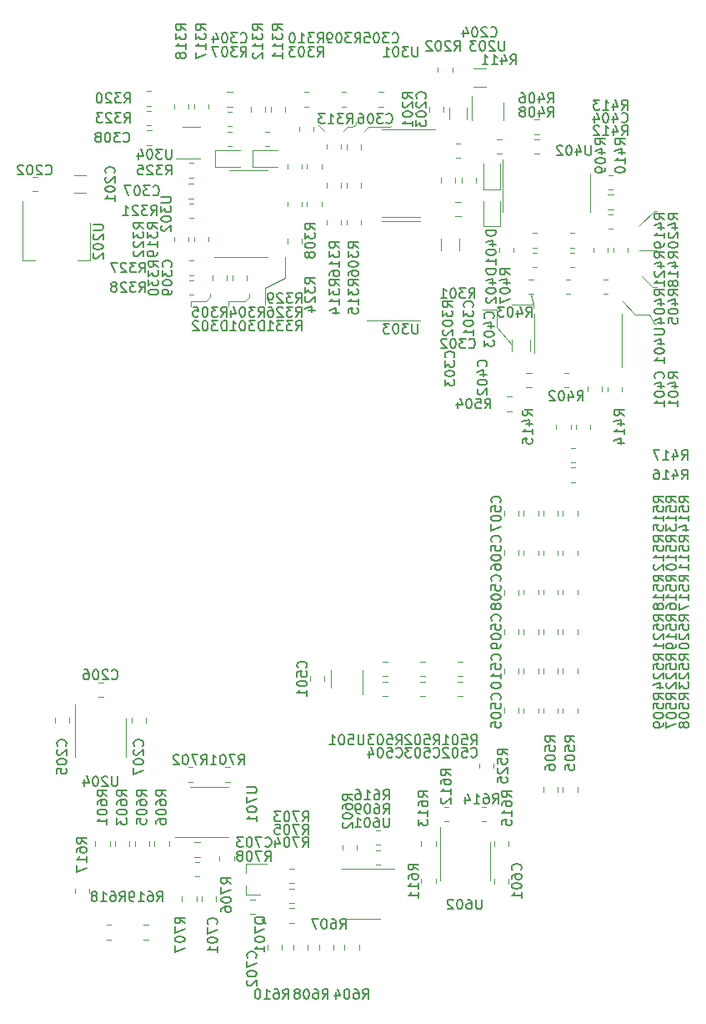
<source format=gbo>
G04 #@! TF.GenerationSoftware,KiCad,Pcbnew,(5.1.9)-1*
G04 #@! TF.CreationDate,2021-08-28T00:29:07+02:00*
G04 #@! TF.ProjectId,pcb,7063622e-6b69-4636-9164-5f7063625858,Rev. A*
G04 #@! TF.SameCoordinates,Original*
G04 #@! TF.FileFunction,Legend,Bot*
G04 #@! TF.FilePolarity,Positive*
%FSLAX46Y46*%
G04 Gerber Fmt 4.6, Leading zero omitted, Abs format (unit mm)*
G04 Created by KiCad (PCBNEW (5.1.9)-1) date 2021-08-28 00:29:07*
%MOMM*%
%LPD*%
G01*
G04 APERTURE LIST*
%ADD10C,0.120000*%
%ADD11C,0.150000*%
%ADD12C,1.440000*%
%ADD13O,1.700000X1.700000*%
%ADD14R,1.700000X1.700000*%
%ADD15O,1.600000X2.400000*%
%ADD16R,1.600000X2.400000*%
%ADD17R,0.450000X0.600000*%
%ADD18C,1.800000*%
%ADD19R,1.800000X1.800000*%
%ADD20R,0.650000X1.060000*%
%ADD21C,0.800000*%
%ADD22C,6.400000*%
%ADD23R,1.060000X0.650000*%
%ADD24R,3.300000X2.410000*%
%ADD25R,1.500000X2.000000*%
%ADD26R,3.800000X2.000000*%
%ADD27O,1.905000X2.000000*%
%ADD28R,1.905000X2.000000*%
%ADD29O,3.500000X3.500000*%
%ADD30R,2.000000X2.000000*%
%ADD31R,0.900000X0.800000*%
%ADD32R,0.600000X0.450000*%
G04 APERTURE END LIST*
D10*
X164300000Y-79800000D02*
X163000000Y-78500000D01*
X165700000Y-79800000D02*
X164300000Y-79800000D01*
X166200000Y-80800000D02*
X165700000Y-79800000D01*
X166400000Y-80800000D02*
X166200000Y-80800000D01*
X166200000Y-69300000D02*
X166500000Y-69300000D01*
X164700000Y-70800000D02*
X166200000Y-69300000D01*
X166500000Y-73300000D02*
X164700000Y-73300000D01*
X166100000Y-77000000D02*
X165000000Y-75900000D01*
X166500000Y-77000000D02*
X166100000Y-77000000D01*
X150200000Y-81100000D02*
X151800000Y-82900000D01*
X150200000Y-79300000D02*
X150200000Y-81100000D01*
X148800000Y-79300000D02*
X150200000Y-79300000D01*
X154000000Y-78800000D02*
X153700000Y-77800000D01*
X154000000Y-78800000D02*
X154000000Y-79200000D01*
X151800000Y-78800000D02*
X154000000Y-78800000D01*
X135900000Y-60500000D02*
X135900000Y-60300000D01*
X139400000Y-60800000D02*
X139600000Y-60600000D01*
X137200000Y-60800000D02*
X139400000Y-60800000D01*
X136800000Y-61200000D02*
X137200000Y-60800000D01*
X132700000Y-61200000D02*
X132100000Y-60600000D01*
X135600000Y-60800000D02*
X135900000Y-60500000D01*
X135100000Y-60800000D02*
X135600000Y-60800000D01*
X134700000Y-61200000D02*
X135100000Y-60800000D01*
X121100000Y-78100000D02*
X121100000Y-77700000D01*
X120700000Y-78500000D02*
X121100000Y-78100000D01*
X119200000Y-78500000D02*
X120700000Y-78500000D01*
X119200000Y-79000000D02*
X119200000Y-78500000D01*
X125100000Y-78100000D02*
X125100000Y-77700000D01*
X124700000Y-78500000D02*
X125100000Y-78100000D01*
X123000000Y-78500000D02*
X124700000Y-78500000D01*
X123000000Y-79000000D02*
X123000000Y-78500000D01*
X126700000Y-77100000D02*
X126700000Y-78800000D01*
X128700000Y-76100000D02*
X128700000Y-74000000D01*
X126700000Y-77100000D02*
X128700000Y-76100000D01*
X148465000Y-125827064D02*
X148465000Y-125372936D01*
X149935000Y-125827064D02*
X149935000Y-125372936D01*
X136400000Y-136040000D02*
X139850000Y-136040000D01*
X136400000Y-136040000D02*
X134450000Y-136040000D01*
X136400000Y-141160000D02*
X138350000Y-141160000D01*
X136400000Y-141160000D02*
X134450000Y-141160000D01*
X154327064Y-75035000D02*
X153872936Y-75035000D01*
X154327064Y-73565000D02*
X153872936Y-73565000D01*
X159465000Y-87661252D02*
X159465000Y-87138748D01*
X160935000Y-87661252D02*
X160935000Y-87138748D01*
X153610000Y-82397936D02*
X153610000Y-83602064D01*
X151790000Y-82397936D02*
X151790000Y-83602064D01*
X161538748Y-67665000D02*
X162061252Y-67665000D01*
X161538748Y-69135000D02*
X162061252Y-69135000D01*
X153238748Y-85765000D02*
X153761252Y-85765000D01*
X153238748Y-87235000D02*
X153761252Y-87235000D01*
X150550000Y-70900000D02*
X150550000Y-68350000D01*
X148850000Y-70900000D02*
X148850000Y-68350000D01*
X150550000Y-70900000D02*
X148850000Y-70900000D01*
X150550000Y-67100000D02*
X150550000Y-64550000D01*
X148850000Y-67100000D02*
X148850000Y-64550000D01*
X150550000Y-67100000D02*
X148850000Y-67100000D01*
X157727064Y-77735000D02*
X157272936Y-77735000D01*
X157727064Y-76265000D02*
X157272936Y-76265000D01*
X151935000Y-73072936D02*
X151935000Y-73527064D01*
X150465000Y-73072936D02*
X150465000Y-73527064D01*
X161465000Y-87627064D02*
X161465000Y-87172936D01*
X162935000Y-87627064D02*
X162935000Y-87172936D01*
X157072936Y-85765000D02*
X157527064Y-85765000D01*
X157072936Y-87235000D02*
X157527064Y-87235000D01*
X153927064Y-77735000D02*
X153472936Y-77735000D01*
X153927064Y-76265000D02*
X153472936Y-76265000D01*
X161527064Y-77735000D02*
X161072936Y-77735000D01*
X161527064Y-76265000D02*
X161072936Y-76265000D01*
X154527064Y-61535000D02*
X154072936Y-61535000D01*
X154527064Y-60065000D02*
X154072936Y-60065000D01*
X154527064Y-63535000D02*
X154072936Y-63535000D01*
X154527064Y-62065000D02*
X154072936Y-62065000D01*
X160065000Y-73527064D02*
X160065000Y-73072936D01*
X161535000Y-73527064D02*
X161535000Y-73072936D01*
X163535000Y-73072936D02*
X163535000Y-73527064D01*
X162065000Y-73072936D02*
X162065000Y-73527064D01*
X162027064Y-71135000D02*
X161572936Y-71135000D01*
X162027064Y-69665000D02*
X161572936Y-69665000D01*
X156265000Y-90972936D02*
X156265000Y-91427064D01*
X157735000Y-90972936D02*
X157735000Y-91427064D01*
X157772936Y-93365000D02*
X158227064Y-93365000D01*
X157772936Y-94835000D02*
X158227064Y-94835000D01*
X150272936Y-62065000D02*
X150727064Y-62065000D01*
X150272936Y-63535000D02*
X150727064Y-63535000D01*
X158127064Y-73565000D02*
X157672936Y-73565000D01*
X158127064Y-75035000D02*
X157672936Y-75035000D01*
X154327064Y-73035000D02*
X153872936Y-73035000D01*
X154327064Y-71565000D02*
X153872936Y-71565000D01*
X157772936Y-95365000D02*
X158227064Y-95365000D01*
X157772936Y-96835000D02*
X158227064Y-96835000D01*
X158127064Y-73035000D02*
X157672936Y-73035000D01*
X158127064Y-71565000D02*
X157672936Y-71565000D01*
X161572936Y-65665000D02*
X162027064Y-65665000D01*
X161572936Y-67135000D02*
X162027064Y-67135000D01*
X158265000Y-91427064D02*
X158265000Y-90972936D01*
X159735000Y-91427064D02*
X159735000Y-90972936D01*
X162915000Y-81740000D02*
X162915000Y-85190000D01*
X162915000Y-81740000D02*
X162915000Y-79790000D01*
X154045000Y-81740000D02*
X154045000Y-83690000D01*
X154045000Y-81740000D02*
X154045000Y-79790000D01*
X150865000Y-67500000D02*
X150865000Y-64050000D01*
X150865000Y-67500000D02*
X150865000Y-69450000D01*
X159735000Y-67500000D02*
X159735000Y-65550000D01*
X159735000Y-67500000D02*
X159735000Y-69450000D01*
X107297936Y-65690000D02*
X108502064Y-65690000D01*
X107297936Y-67510000D02*
X108502064Y-67510000D01*
X149102064Y-56710000D02*
X147897936Y-56710000D01*
X149102064Y-54890000D02*
X147897936Y-54890000D01*
X147210000Y-58797936D02*
X147210000Y-60002064D01*
X145390000Y-58797936D02*
X145390000Y-60002064D01*
X144835000Y-58772936D02*
X144835000Y-59227064D01*
X143365000Y-58772936D02*
X143365000Y-59227064D01*
X145735000Y-54772936D02*
X145735000Y-55227064D01*
X144265000Y-54772936D02*
X144265000Y-55227064D01*
X147690000Y-60100000D02*
X147690000Y-57650000D01*
X150910000Y-58300000D02*
X150910000Y-60100000D01*
X115127064Y-60635000D02*
X114672936Y-60635000D01*
X115127064Y-59165000D02*
X114672936Y-59165000D01*
X114672936Y-57165000D02*
X115127064Y-57165000D01*
X114672936Y-58635000D02*
X115127064Y-58635000D01*
X117465000Y-58927064D02*
X117465000Y-58472936D01*
X118935000Y-58927064D02*
X118935000Y-58472936D01*
X119465000Y-58927064D02*
X119465000Y-58472936D01*
X120935000Y-58927064D02*
X120935000Y-58472936D01*
X114638748Y-61165000D02*
X115161252Y-61165000D01*
X114638748Y-62635000D02*
X115161252Y-62635000D01*
X124835000Y-75838748D02*
X124835000Y-76361252D01*
X123365000Y-75838748D02*
X123365000Y-76361252D01*
X118972936Y-74365000D02*
X119427064Y-74365000D01*
X118972936Y-75835000D02*
X119427064Y-75835000D01*
X119427064Y-77835000D02*
X118972936Y-77835000D01*
X119427064Y-76365000D02*
X118972936Y-76365000D01*
X144440000Y-135300000D02*
X144440000Y-131850000D01*
X144440000Y-135300000D02*
X144440000Y-137250000D01*
X149560000Y-135300000D02*
X149560000Y-133350000D01*
X149560000Y-135300000D02*
X149560000Y-137250000D01*
X121000000Y-132860000D02*
X117550000Y-132860000D01*
X121000000Y-132860000D02*
X122950000Y-132860000D01*
X121000000Y-127740000D02*
X119050000Y-127740000D01*
X121000000Y-127740000D02*
X122950000Y-127740000D01*
X136610000Y-115900000D02*
X136610000Y-118350000D01*
X133390000Y-117700000D02*
X133390000Y-115900000D01*
X120100000Y-64010000D02*
X117650000Y-64010000D01*
X118300000Y-60790000D02*
X120100000Y-60790000D01*
X140500000Y-80460000D02*
X137050000Y-80460000D01*
X140500000Y-80460000D02*
X142450000Y-80460000D01*
X140500000Y-70340000D02*
X138550000Y-70340000D01*
X140500000Y-70340000D02*
X142450000Y-70340000D01*
X125000000Y-74035000D02*
X121550000Y-74035000D01*
X125000000Y-74035000D02*
X126950000Y-74035000D01*
X125000000Y-65165000D02*
X123050000Y-65165000D01*
X125000000Y-65165000D02*
X126950000Y-65165000D01*
X140500000Y-61065000D02*
X143950000Y-61065000D01*
X140500000Y-61065000D02*
X138550000Y-61065000D01*
X140500000Y-69935000D02*
X142450000Y-69935000D01*
X140500000Y-69935000D02*
X138550000Y-69935000D01*
X107440000Y-122800000D02*
X107440000Y-119350000D01*
X107440000Y-122800000D02*
X107440000Y-124750000D01*
X112560000Y-122800000D02*
X112560000Y-120850000D01*
X112560000Y-122800000D02*
X112560000Y-124750000D01*
X102090000Y-68300000D02*
X102090000Y-74310000D01*
X108910000Y-70550000D02*
X108910000Y-74310000D01*
X102090000Y-74310000D02*
X103350000Y-74310000D01*
X108910000Y-74310000D02*
X107650000Y-74310000D01*
X120027064Y-136835000D02*
X119572936Y-136835000D01*
X120027064Y-135365000D02*
X119572936Y-135365000D01*
X118265000Y-139327064D02*
X118265000Y-138872936D01*
X119735000Y-139327064D02*
X119735000Y-138872936D01*
X123535000Y-134772936D02*
X123535000Y-135227064D01*
X122065000Y-134772936D02*
X122065000Y-135227064D01*
X129627064Y-139535000D02*
X129172936Y-139535000D01*
X129627064Y-138065000D02*
X129172936Y-138065000D01*
X129627064Y-141535000D02*
X129172936Y-141535000D01*
X129627064Y-140065000D02*
X129172936Y-140065000D01*
X129172936Y-136065000D02*
X129627064Y-136065000D01*
X129172936Y-137535000D02*
X129627064Y-137535000D01*
X119327064Y-127235000D02*
X118872936Y-127235000D01*
X119327064Y-125765000D02*
X118872936Y-125765000D01*
X122672936Y-125765000D02*
X123127064Y-125765000D01*
X122672936Y-127235000D02*
X123127064Y-127235000D01*
X114372936Y-143235000D02*
X114827064Y-143235000D01*
X114372936Y-141765000D02*
X114827064Y-141765000D01*
X111027064Y-141765000D02*
X110572936Y-141765000D01*
X111027064Y-143235000D02*
X110572936Y-143235000D01*
X108835000Y-138527064D02*
X108835000Y-138072936D01*
X107365000Y-138527064D02*
X107365000Y-138072936D01*
X137972936Y-132165000D02*
X138427064Y-132165000D01*
X137972936Y-133635000D02*
X138427064Y-133635000D01*
X149965000Y-133727064D02*
X149965000Y-133272936D01*
X151435000Y-133727064D02*
X151435000Y-133272936D01*
X149127064Y-131235000D02*
X148672936Y-131235000D01*
X149127064Y-129765000D02*
X148672936Y-129765000D01*
X144035000Y-133272936D02*
X144035000Y-133727064D01*
X142565000Y-133272936D02*
X142565000Y-133727064D01*
X145327064Y-131235000D02*
X144872936Y-131235000D01*
X145327064Y-129765000D02*
X144872936Y-129765000D01*
X144035000Y-137072936D02*
X144035000Y-137527064D01*
X142565000Y-137072936D02*
X142565000Y-137527064D01*
X128435000Y-143772936D02*
X128435000Y-144227064D01*
X126965000Y-143772936D02*
X126965000Y-144227064D01*
X137972936Y-134165000D02*
X138427064Y-134165000D01*
X137972936Y-135635000D02*
X138427064Y-135635000D01*
X131035000Y-143772936D02*
X131035000Y-144227064D01*
X129565000Y-143772936D02*
X129565000Y-144227064D01*
X133635000Y-143772936D02*
X133635000Y-144227064D01*
X132165000Y-143772936D02*
X132165000Y-144227064D01*
X116935000Y-133272936D02*
X116935000Y-133727064D01*
X115465000Y-133272936D02*
X115465000Y-133727064D01*
X114935000Y-133272936D02*
X114935000Y-133727064D01*
X113465000Y-133272936D02*
X113465000Y-133727064D01*
X136235000Y-143772936D02*
X136235000Y-144227064D01*
X134765000Y-143772936D02*
X134765000Y-144227064D01*
X111465000Y-133727064D02*
X111465000Y-133272936D01*
X112935000Y-133727064D02*
X112935000Y-133272936D01*
X134565000Y-134127064D02*
X134565000Y-133672936D01*
X136035000Y-134127064D02*
X136035000Y-133672936D01*
X109465000Y-133727064D02*
X109465000Y-133272936D01*
X110935000Y-133727064D02*
X110935000Y-133272936D01*
X154435000Y-115772936D02*
X154435000Y-116227064D01*
X152965000Y-115772936D02*
X152965000Y-116227064D01*
X156965000Y-116227064D02*
X156965000Y-115772936D01*
X158435000Y-116227064D02*
X158435000Y-115772936D01*
X156435000Y-115772936D02*
X156435000Y-116227064D01*
X154965000Y-115772936D02*
X154965000Y-116227064D01*
X154435000Y-111772936D02*
X154435000Y-112227064D01*
X152965000Y-111772936D02*
X152965000Y-112227064D01*
X156965000Y-112227064D02*
X156965000Y-111772936D01*
X158435000Y-112227064D02*
X158435000Y-111772936D01*
X156435000Y-111772936D02*
X156435000Y-112227064D01*
X154965000Y-111772936D02*
X154965000Y-112227064D01*
X154435000Y-107772936D02*
X154435000Y-108227064D01*
X152965000Y-107772936D02*
X152965000Y-108227064D01*
X156965000Y-108227064D02*
X156965000Y-107772936D01*
X158435000Y-108227064D02*
X158435000Y-107772936D01*
X156435000Y-107772936D02*
X156435000Y-108227064D01*
X154965000Y-107772936D02*
X154965000Y-108227064D01*
X154435000Y-99772936D02*
X154435000Y-100227064D01*
X152965000Y-99772936D02*
X152965000Y-100227064D01*
X156965000Y-100227064D02*
X156965000Y-99772936D01*
X158435000Y-100227064D02*
X158435000Y-99772936D01*
X156435000Y-99772936D02*
X156435000Y-100227064D01*
X154965000Y-99772936D02*
X154965000Y-100227064D01*
X154435000Y-103772936D02*
X154435000Y-104227064D01*
X152965000Y-103772936D02*
X152965000Y-104227064D01*
X156965000Y-104227064D02*
X156965000Y-103772936D01*
X158435000Y-104227064D02*
X158435000Y-103772936D01*
X156435000Y-103772936D02*
X156435000Y-104227064D01*
X154965000Y-103772936D02*
X154965000Y-104227064D01*
X154435000Y-119772936D02*
X154435000Y-120227064D01*
X152965000Y-119772936D02*
X152965000Y-120227064D01*
X156965000Y-120227064D02*
X156965000Y-119772936D01*
X158435000Y-120227064D02*
X158435000Y-119772936D01*
X156435000Y-119772936D02*
X156435000Y-120227064D01*
X154965000Y-119772936D02*
X154965000Y-120227064D01*
X156435000Y-127772936D02*
X156435000Y-128227064D01*
X154965000Y-127772936D02*
X154965000Y-128227064D01*
X158435000Y-127772936D02*
X158435000Y-128227064D01*
X156965000Y-127772936D02*
X156965000Y-128227064D01*
X151272936Y-88165000D02*
X151727064Y-88165000D01*
X151272936Y-89635000D02*
X151727064Y-89635000D01*
X138672936Y-115065000D02*
X139127064Y-115065000D01*
X138672936Y-116535000D02*
X139127064Y-116535000D01*
X142472936Y-115065000D02*
X142927064Y-115065000D01*
X142472936Y-116535000D02*
X142927064Y-116535000D01*
X146272936Y-115065000D02*
X146727064Y-115065000D01*
X146272936Y-116535000D02*
X146727064Y-116535000D01*
X130435000Y-72172936D02*
X130435000Y-72627064D01*
X128965000Y-72172936D02*
X128965000Y-72627064D01*
X122835000Y-75872936D02*
X122835000Y-76327064D01*
X121365000Y-75872936D02*
X121365000Y-76327064D01*
X130435000Y-64572936D02*
X130435000Y-65027064D01*
X128965000Y-64572936D02*
X128965000Y-65027064D01*
X128965000Y-68827064D02*
X128965000Y-68372936D01*
X130435000Y-68827064D02*
X130435000Y-68372936D01*
X119427064Y-65935000D02*
X118972936Y-65935000D01*
X119427064Y-64465000D02*
X118972936Y-64465000D01*
X130965000Y-68827064D02*
X130965000Y-68372936D01*
X132435000Y-68827064D02*
X132435000Y-68372936D01*
X117465000Y-72427064D02*
X117465000Y-71972936D01*
X118935000Y-72427064D02*
X118935000Y-71972936D01*
X118972936Y-68565000D02*
X119427064Y-68565000D01*
X118972936Y-70035000D02*
X119427064Y-70035000D01*
X120935000Y-71972936D02*
X120935000Y-72427064D01*
X119465000Y-71972936D02*
X119465000Y-72427064D01*
X132965000Y-66927064D02*
X132965000Y-66472936D01*
X134435000Y-66927064D02*
X134435000Y-66472936D01*
X134965000Y-70727064D02*
X134965000Y-70272936D01*
X136435000Y-70727064D02*
X136435000Y-70272936D01*
X132965000Y-70727064D02*
X132965000Y-70272936D01*
X134435000Y-70727064D02*
X134435000Y-70272936D01*
X134435000Y-62572936D02*
X134435000Y-63027064D01*
X132965000Y-62572936D02*
X132965000Y-63027064D01*
X125265000Y-59227064D02*
X125265000Y-58772936D01*
X126735000Y-59227064D02*
X126735000Y-58772936D01*
X128735000Y-58772936D02*
X128735000Y-59227064D01*
X127265000Y-58772936D02*
X127265000Y-59227064D01*
X130672936Y-57265000D02*
X131127064Y-57265000D01*
X130672936Y-58735000D02*
X131127064Y-58735000D01*
X134472936Y-57265000D02*
X134927064Y-57265000D01*
X134472936Y-58735000D02*
X134927064Y-58735000D01*
X132435000Y-64572936D02*
X132435000Y-65027064D01*
X130965000Y-64572936D02*
X130965000Y-65027064D01*
X123327064Y-60735000D02*
X122872936Y-60735000D01*
X123327064Y-59265000D02*
X122872936Y-59265000D01*
X136435000Y-66472936D02*
X136435000Y-66927064D01*
X134965000Y-66472936D02*
X134965000Y-66927064D01*
X122872936Y-61265000D02*
X123327064Y-61265000D01*
X122872936Y-62735000D02*
X123327064Y-62735000D01*
X126672936Y-61265000D02*
X127127064Y-61265000D01*
X126672936Y-62735000D02*
X127127064Y-62735000D01*
X130165000Y-61227064D02*
X130165000Y-60772936D01*
X131635000Y-61227064D02*
X131635000Y-60772936D01*
X144565000Y-66427064D02*
X144565000Y-65972936D01*
X146035000Y-66427064D02*
X146035000Y-65972936D01*
X146527064Y-63935000D02*
X146072936Y-63935000D01*
X146527064Y-62465000D02*
X146072936Y-62465000D01*
X124740000Y-138680000D02*
X126200000Y-138680000D01*
X124740000Y-135520000D02*
X126900000Y-135520000D01*
X124740000Y-135520000D02*
X124740000Y-136450000D01*
X124740000Y-138680000D02*
X124740000Y-137750000D01*
X121600000Y-64850000D02*
X124150000Y-64850000D01*
X121600000Y-63150000D02*
X124150000Y-63150000D01*
X121600000Y-64850000D02*
X121600000Y-63150000D01*
X125400000Y-64850000D02*
X127950000Y-64850000D01*
X125400000Y-63150000D02*
X127950000Y-63150000D01*
X125400000Y-64850000D02*
X125400000Y-63150000D01*
X119538748Y-133365000D02*
X120061252Y-133365000D01*
X119538748Y-134835000D02*
X120061252Y-134835000D01*
X125661252Y-140635000D02*
X125138748Y-140635000D01*
X125661252Y-139165000D02*
X125138748Y-139165000D01*
X121735000Y-138838748D02*
X121735000Y-139361252D01*
X120265000Y-138838748D02*
X120265000Y-139361252D01*
X149965000Y-137561252D02*
X149965000Y-137038748D01*
X151435000Y-137561252D02*
X151435000Y-137038748D01*
X150965000Y-116261252D02*
X150965000Y-115738748D01*
X152435000Y-116261252D02*
X152435000Y-115738748D01*
X150965000Y-112261252D02*
X150965000Y-111738748D01*
X152435000Y-112261252D02*
X152435000Y-111738748D01*
X150965000Y-108261252D02*
X150965000Y-107738748D01*
X152435000Y-108261252D02*
X152435000Y-107738748D01*
X150965000Y-100261252D02*
X150965000Y-99738748D01*
X152435000Y-100261252D02*
X152435000Y-99738748D01*
X150965000Y-104261252D02*
X150965000Y-103738748D01*
X152435000Y-104261252D02*
X152435000Y-103738748D01*
X150965000Y-120261252D02*
X150965000Y-119738748D01*
X152435000Y-120261252D02*
X152435000Y-119738748D01*
X138638748Y-117065000D02*
X139161252Y-117065000D01*
X138638748Y-118535000D02*
X139161252Y-118535000D01*
X142438748Y-117065000D02*
X142961252Y-117065000D01*
X142438748Y-118535000D02*
X142961252Y-118535000D01*
X146238748Y-117065000D02*
X146761252Y-117065000D01*
X146238748Y-118535000D02*
X146761252Y-118535000D01*
X132735000Y-116501248D02*
X132735000Y-117023752D01*
X131265000Y-116501248D02*
X131265000Y-117023752D01*
X119461252Y-68035000D02*
X118938748Y-68035000D01*
X119461252Y-66565000D02*
X118938748Y-66565000D01*
X134965000Y-63061252D02*
X134965000Y-62538748D01*
X136435000Y-63061252D02*
X136435000Y-62538748D01*
X138238748Y-57265000D02*
X138761252Y-57265000D01*
X138238748Y-58735000D02*
X138761252Y-58735000D01*
X123361252Y-58735000D02*
X122838748Y-58735000D01*
X123361252Y-57265000D02*
X122838748Y-57265000D01*
X146410000Y-72097936D02*
X146410000Y-73302064D01*
X144590000Y-72097936D02*
X144590000Y-73302064D01*
X146561252Y-69835000D02*
X146038748Y-69835000D01*
X146561252Y-68365000D02*
X146038748Y-68365000D01*
X146665000Y-66461252D02*
X146665000Y-65938748D01*
X148135000Y-66461252D02*
X148135000Y-65938748D01*
X113165000Y-121261252D02*
X113165000Y-120738748D01*
X114635000Y-121261252D02*
X114635000Y-120738748D01*
X109738748Y-117165000D02*
X110261252Y-117165000D01*
X109738748Y-118635000D02*
X110261252Y-118635000D01*
X106835000Y-120738748D02*
X106835000Y-121261252D01*
X105365000Y-120738748D02*
X105365000Y-121261252D01*
X103038748Y-65865000D02*
X103561252Y-65865000D01*
X103038748Y-67335000D02*
X103561252Y-67335000D01*
D11*
X151302380Y-124480952D02*
X150826190Y-124147619D01*
X151302380Y-123909523D02*
X150302380Y-123909523D01*
X150302380Y-124290476D01*
X150350000Y-124385714D01*
X150397619Y-124433333D01*
X150492857Y-124480952D01*
X150635714Y-124480952D01*
X150730952Y-124433333D01*
X150778571Y-124385714D01*
X150826190Y-124290476D01*
X150826190Y-123909523D01*
X150302380Y-125385714D02*
X150302380Y-124909523D01*
X150778571Y-124861904D01*
X150730952Y-124909523D01*
X150683333Y-125004761D01*
X150683333Y-125242857D01*
X150730952Y-125338095D01*
X150778571Y-125385714D01*
X150873809Y-125433333D01*
X151111904Y-125433333D01*
X151207142Y-125385714D01*
X151254761Y-125338095D01*
X151302380Y-125242857D01*
X151302380Y-125004761D01*
X151254761Y-124909523D01*
X151207142Y-124861904D01*
X150397619Y-125814285D02*
X150350000Y-125861904D01*
X150302380Y-125957142D01*
X150302380Y-126195238D01*
X150350000Y-126290476D01*
X150397619Y-126338095D01*
X150492857Y-126385714D01*
X150588095Y-126385714D01*
X150730952Y-126338095D01*
X151302380Y-125766666D01*
X151302380Y-126385714D01*
X150302380Y-127290476D02*
X150302380Y-126814285D01*
X150778571Y-126766666D01*
X150730952Y-126814285D01*
X150683333Y-126909523D01*
X150683333Y-127147619D01*
X150730952Y-127242857D01*
X150778571Y-127290476D01*
X150873809Y-127338095D01*
X151111904Y-127338095D01*
X151207142Y-127290476D01*
X151254761Y-127242857D01*
X151302380Y-127147619D01*
X151302380Y-126909523D01*
X151254761Y-126814285D01*
X151207142Y-126766666D01*
X139314285Y-130852380D02*
X139314285Y-131661904D01*
X139266666Y-131757142D01*
X139219047Y-131804761D01*
X139123809Y-131852380D01*
X138933333Y-131852380D01*
X138838095Y-131804761D01*
X138790476Y-131757142D01*
X138742857Y-131661904D01*
X138742857Y-130852380D01*
X137838095Y-130852380D02*
X138028571Y-130852380D01*
X138123809Y-130900000D01*
X138171428Y-130947619D01*
X138266666Y-131090476D01*
X138314285Y-131280952D01*
X138314285Y-131661904D01*
X138266666Y-131757142D01*
X138219047Y-131804761D01*
X138123809Y-131852380D01*
X137933333Y-131852380D01*
X137838095Y-131804761D01*
X137790476Y-131757142D01*
X137742857Y-131661904D01*
X137742857Y-131423809D01*
X137790476Y-131328571D01*
X137838095Y-131280952D01*
X137933333Y-131233333D01*
X138123809Y-131233333D01*
X138219047Y-131280952D01*
X138266666Y-131328571D01*
X138314285Y-131423809D01*
X137123809Y-130852380D02*
X137028571Y-130852380D01*
X136933333Y-130900000D01*
X136885714Y-130947619D01*
X136838095Y-131042857D01*
X136790476Y-131233333D01*
X136790476Y-131471428D01*
X136838095Y-131661904D01*
X136885714Y-131757142D01*
X136933333Y-131804761D01*
X137028571Y-131852380D01*
X137123809Y-131852380D01*
X137219047Y-131804761D01*
X137266666Y-131757142D01*
X137314285Y-131661904D01*
X137361904Y-131471428D01*
X137361904Y-131233333D01*
X137314285Y-131042857D01*
X137266666Y-130947619D01*
X137219047Y-130900000D01*
X137123809Y-130852380D01*
X135838095Y-131852380D02*
X136409523Y-131852380D01*
X136123809Y-131852380D02*
X136123809Y-130852380D01*
X136219047Y-130995238D01*
X136314285Y-131090476D01*
X136409523Y-131138095D01*
X167252380Y-74080952D02*
X166776190Y-73747619D01*
X167252380Y-73509523D02*
X166252380Y-73509523D01*
X166252380Y-73890476D01*
X166300000Y-73985714D01*
X166347619Y-74033333D01*
X166442857Y-74080952D01*
X166585714Y-74080952D01*
X166680952Y-74033333D01*
X166728571Y-73985714D01*
X166776190Y-73890476D01*
X166776190Y-73509523D01*
X166585714Y-74938095D02*
X167252380Y-74938095D01*
X166204761Y-74700000D02*
X166919047Y-74461904D01*
X166919047Y-75080952D01*
X166347619Y-75414285D02*
X166300000Y-75461904D01*
X166252380Y-75557142D01*
X166252380Y-75795238D01*
X166300000Y-75890476D01*
X166347619Y-75938095D01*
X166442857Y-75985714D01*
X166538095Y-75985714D01*
X166680952Y-75938095D01*
X167252380Y-75366666D01*
X167252380Y-75985714D01*
X167252380Y-76938095D02*
X167252380Y-76366666D01*
X167252380Y-76652380D02*
X166252380Y-76652380D01*
X166395238Y-76557142D01*
X166490476Y-76461904D01*
X166538095Y-76366666D01*
X167157142Y-86280952D02*
X167204761Y-86233333D01*
X167252380Y-86090476D01*
X167252380Y-85995238D01*
X167204761Y-85852380D01*
X167109523Y-85757142D01*
X167014285Y-85709523D01*
X166823809Y-85661904D01*
X166680952Y-85661904D01*
X166490476Y-85709523D01*
X166395238Y-85757142D01*
X166300000Y-85852380D01*
X166252380Y-85995238D01*
X166252380Y-86090476D01*
X166300000Y-86233333D01*
X166347619Y-86280952D01*
X166585714Y-87138095D02*
X167252380Y-87138095D01*
X166204761Y-86900000D02*
X166919047Y-86661904D01*
X166919047Y-87280952D01*
X166252380Y-87852380D02*
X166252380Y-87947619D01*
X166300000Y-88042857D01*
X166347619Y-88090476D01*
X166442857Y-88138095D01*
X166633333Y-88185714D01*
X166871428Y-88185714D01*
X167061904Y-88138095D01*
X167157142Y-88090476D01*
X167204761Y-88042857D01*
X167252380Y-87947619D01*
X167252380Y-87852380D01*
X167204761Y-87757142D01*
X167157142Y-87709523D01*
X167061904Y-87661904D01*
X166871428Y-87614285D01*
X166633333Y-87614285D01*
X166442857Y-87661904D01*
X166347619Y-87709523D01*
X166300000Y-87757142D01*
X166252380Y-87852380D01*
X167252380Y-89138095D02*
X167252380Y-88566666D01*
X167252380Y-88852380D02*
X166252380Y-88852380D01*
X166395238Y-88757142D01*
X166490476Y-88661904D01*
X166538095Y-88566666D01*
X149857142Y-80180952D02*
X149904761Y-80133333D01*
X149952380Y-79990476D01*
X149952380Y-79895238D01*
X149904761Y-79752380D01*
X149809523Y-79657142D01*
X149714285Y-79609523D01*
X149523809Y-79561904D01*
X149380952Y-79561904D01*
X149190476Y-79609523D01*
X149095238Y-79657142D01*
X149000000Y-79752380D01*
X148952380Y-79895238D01*
X148952380Y-79990476D01*
X149000000Y-80133333D01*
X149047619Y-80180952D01*
X149285714Y-81038095D02*
X149952380Y-81038095D01*
X148904761Y-80800000D02*
X149619047Y-80561904D01*
X149619047Y-81180952D01*
X148952380Y-81752380D02*
X148952380Y-81847619D01*
X149000000Y-81942857D01*
X149047619Y-81990476D01*
X149142857Y-82038095D01*
X149333333Y-82085714D01*
X149571428Y-82085714D01*
X149761904Y-82038095D01*
X149857142Y-81990476D01*
X149904761Y-81942857D01*
X149952380Y-81847619D01*
X149952380Y-81752380D01*
X149904761Y-81657142D01*
X149857142Y-81609523D01*
X149761904Y-81561904D01*
X149571428Y-81514285D01*
X149333333Y-81514285D01*
X149142857Y-81561904D01*
X149047619Y-81609523D01*
X149000000Y-81657142D01*
X148952380Y-81752380D01*
X148952380Y-82419047D02*
X148952380Y-83038095D01*
X149333333Y-82704761D01*
X149333333Y-82847619D01*
X149380952Y-82942857D01*
X149428571Y-82990476D01*
X149523809Y-83038095D01*
X149761904Y-83038095D01*
X149857142Y-82990476D01*
X149904761Y-82942857D01*
X149952380Y-82847619D01*
X149952380Y-82561904D01*
X149904761Y-82466666D01*
X149857142Y-82419047D01*
X162919047Y-60257142D02*
X162966666Y-60304761D01*
X163109523Y-60352380D01*
X163204761Y-60352380D01*
X163347619Y-60304761D01*
X163442857Y-60209523D01*
X163490476Y-60114285D01*
X163538095Y-59923809D01*
X163538095Y-59780952D01*
X163490476Y-59590476D01*
X163442857Y-59495238D01*
X163347619Y-59400000D01*
X163204761Y-59352380D01*
X163109523Y-59352380D01*
X162966666Y-59400000D01*
X162919047Y-59447619D01*
X162061904Y-59685714D02*
X162061904Y-60352380D01*
X162300000Y-59304761D02*
X162538095Y-60019047D01*
X161919047Y-60019047D01*
X161347619Y-59352380D02*
X161252380Y-59352380D01*
X161157142Y-59400000D01*
X161109523Y-59447619D01*
X161061904Y-59542857D01*
X161014285Y-59733333D01*
X161014285Y-59971428D01*
X161061904Y-60161904D01*
X161109523Y-60257142D01*
X161157142Y-60304761D01*
X161252380Y-60352380D01*
X161347619Y-60352380D01*
X161442857Y-60304761D01*
X161490476Y-60257142D01*
X161538095Y-60161904D01*
X161585714Y-59971428D01*
X161585714Y-59733333D01*
X161538095Y-59542857D01*
X161490476Y-59447619D01*
X161442857Y-59400000D01*
X161347619Y-59352380D01*
X160157142Y-59685714D02*
X160157142Y-60352380D01*
X160395238Y-59304761D02*
X160633333Y-60019047D01*
X160014285Y-60019047D01*
X149157142Y-85080952D02*
X149204761Y-85033333D01*
X149252380Y-84890476D01*
X149252380Y-84795238D01*
X149204761Y-84652380D01*
X149109523Y-84557142D01*
X149014285Y-84509523D01*
X148823809Y-84461904D01*
X148680952Y-84461904D01*
X148490476Y-84509523D01*
X148395238Y-84557142D01*
X148300000Y-84652380D01*
X148252380Y-84795238D01*
X148252380Y-84890476D01*
X148300000Y-85033333D01*
X148347619Y-85080952D01*
X148585714Y-85938095D02*
X149252380Y-85938095D01*
X148204761Y-85700000D02*
X148919047Y-85461904D01*
X148919047Y-86080952D01*
X148252380Y-86652380D02*
X148252380Y-86747619D01*
X148300000Y-86842857D01*
X148347619Y-86890476D01*
X148442857Y-86938095D01*
X148633333Y-86985714D01*
X148871428Y-86985714D01*
X149061904Y-86938095D01*
X149157142Y-86890476D01*
X149204761Y-86842857D01*
X149252380Y-86747619D01*
X149252380Y-86652380D01*
X149204761Y-86557142D01*
X149157142Y-86509523D01*
X149061904Y-86461904D01*
X148871428Y-86414285D01*
X148633333Y-86414285D01*
X148442857Y-86461904D01*
X148347619Y-86509523D01*
X148300000Y-86557142D01*
X148252380Y-86652380D01*
X148347619Y-87366666D02*
X148300000Y-87414285D01*
X148252380Y-87509523D01*
X148252380Y-87747619D01*
X148300000Y-87842857D01*
X148347619Y-87890476D01*
X148442857Y-87938095D01*
X148538095Y-87938095D01*
X148680952Y-87890476D01*
X149252380Y-87319047D01*
X149252380Y-87938095D01*
X150152380Y-75209523D02*
X149152380Y-75209523D01*
X149152380Y-75447619D01*
X149200000Y-75590476D01*
X149295238Y-75685714D01*
X149390476Y-75733333D01*
X149580952Y-75780952D01*
X149723809Y-75780952D01*
X149914285Y-75733333D01*
X150009523Y-75685714D01*
X150104761Y-75590476D01*
X150152380Y-75447619D01*
X150152380Y-75209523D01*
X149485714Y-76638095D02*
X150152380Y-76638095D01*
X149104761Y-76400000D02*
X149819047Y-76161904D01*
X149819047Y-76780952D01*
X149152380Y-77352380D02*
X149152380Y-77447619D01*
X149200000Y-77542857D01*
X149247619Y-77590476D01*
X149342857Y-77638095D01*
X149533333Y-77685714D01*
X149771428Y-77685714D01*
X149961904Y-77638095D01*
X150057142Y-77590476D01*
X150104761Y-77542857D01*
X150152380Y-77447619D01*
X150152380Y-77352380D01*
X150104761Y-77257142D01*
X150057142Y-77209523D01*
X149961904Y-77161904D01*
X149771428Y-77114285D01*
X149533333Y-77114285D01*
X149342857Y-77161904D01*
X149247619Y-77209523D01*
X149200000Y-77257142D01*
X149152380Y-77352380D01*
X149247619Y-78066666D02*
X149200000Y-78114285D01*
X149152380Y-78209523D01*
X149152380Y-78447619D01*
X149200000Y-78542857D01*
X149247619Y-78590476D01*
X149342857Y-78638095D01*
X149438095Y-78638095D01*
X149580952Y-78590476D01*
X150152380Y-78019047D01*
X150152380Y-78638095D01*
X150152380Y-71309523D02*
X149152380Y-71309523D01*
X149152380Y-71547619D01*
X149200000Y-71690476D01*
X149295238Y-71785714D01*
X149390476Y-71833333D01*
X149580952Y-71880952D01*
X149723809Y-71880952D01*
X149914285Y-71833333D01*
X150009523Y-71785714D01*
X150104761Y-71690476D01*
X150152380Y-71547619D01*
X150152380Y-71309523D01*
X149485714Y-72738095D02*
X150152380Y-72738095D01*
X149104761Y-72500000D02*
X149819047Y-72261904D01*
X149819047Y-72880952D01*
X149152380Y-73452380D02*
X149152380Y-73547619D01*
X149200000Y-73642857D01*
X149247619Y-73690476D01*
X149342857Y-73738095D01*
X149533333Y-73785714D01*
X149771428Y-73785714D01*
X149961904Y-73738095D01*
X150057142Y-73690476D01*
X150104761Y-73642857D01*
X150152380Y-73547619D01*
X150152380Y-73452380D01*
X150104761Y-73357142D01*
X150057142Y-73309523D01*
X149961904Y-73261904D01*
X149771428Y-73214285D01*
X149533333Y-73214285D01*
X149342857Y-73261904D01*
X149247619Y-73309523D01*
X149200000Y-73357142D01*
X149152380Y-73452380D01*
X150152380Y-74738095D02*
X150152380Y-74166666D01*
X150152380Y-74452380D02*
X149152380Y-74452380D01*
X149295238Y-74357142D01*
X149390476Y-74261904D01*
X149438095Y-74166666D01*
X167252380Y-77880952D02*
X166776190Y-77547619D01*
X167252380Y-77309523D02*
X166252380Y-77309523D01*
X166252380Y-77690476D01*
X166300000Y-77785714D01*
X166347619Y-77833333D01*
X166442857Y-77880952D01*
X166585714Y-77880952D01*
X166680952Y-77833333D01*
X166728571Y-77785714D01*
X166776190Y-77690476D01*
X166776190Y-77309523D01*
X166585714Y-78738095D02*
X167252380Y-78738095D01*
X166204761Y-78500000D02*
X166919047Y-78261904D01*
X166919047Y-78880952D01*
X166252380Y-79452380D02*
X166252380Y-79547619D01*
X166300000Y-79642857D01*
X166347619Y-79690476D01*
X166442857Y-79738095D01*
X166633333Y-79785714D01*
X166871428Y-79785714D01*
X167061904Y-79738095D01*
X167157142Y-79690476D01*
X167204761Y-79642857D01*
X167252380Y-79547619D01*
X167252380Y-79452380D01*
X167204761Y-79357142D01*
X167157142Y-79309523D01*
X167061904Y-79261904D01*
X166871428Y-79214285D01*
X166633333Y-79214285D01*
X166442857Y-79261904D01*
X166347619Y-79309523D01*
X166300000Y-79357142D01*
X166252380Y-79452380D01*
X166585714Y-80642857D02*
X167252380Y-80642857D01*
X166204761Y-80404761D02*
X166919047Y-80166666D01*
X166919047Y-80785714D01*
X151552380Y-75780952D02*
X151076190Y-75447619D01*
X151552380Y-75209523D02*
X150552380Y-75209523D01*
X150552380Y-75590476D01*
X150600000Y-75685714D01*
X150647619Y-75733333D01*
X150742857Y-75780952D01*
X150885714Y-75780952D01*
X150980952Y-75733333D01*
X151028571Y-75685714D01*
X151076190Y-75590476D01*
X151076190Y-75209523D01*
X150885714Y-76638095D02*
X151552380Y-76638095D01*
X150504761Y-76400000D02*
X151219047Y-76161904D01*
X151219047Y-76780952D01*
X150552380Y-77352380D02*
X150552380Y-77447619D01*
X150600000Y-77542857D01*
X150647619Y-77590476D01*
X150742857Y-77638095D01*
X150933333Y-77685714D01*
X151171428Y-77685714D01*
X151361904Y-77638095D01*
X151457142Y-77590476D01*
X151504761Y-77542857D01*
X151552380Y-77447619D01*
X151552380Y-77352380D01*
X151504761Y-77257142D01*
X151457142Y-77209523D01*
X151361904Y-77161904D01*
X151171428Y-77114285D01*
X150933333Y-77114285D01*
X150742857Y-77161904D01*
X150647619Y-77209523D01*
X150600000Y-77257142D01*
X150552380Y-77352380D01*
X150552380Y-78019047D02*
X150552380Y-78685714D01*
X151552380Y-78257142D01*
X168652380Y-86280952D02*
X168176190Y-85947619D01*
X168652380Y-85709523D02*
X167652380Y-85709523D01*
X167652380Y-86090476D01*
X167700000Y-86185714D01*
X167747619Y-86233333D01*
X167842857Y-86280952D01*
X167985714Y-86280952D01*
X168080952Y-86233333D01*
X168128571Y-86185714D01*
X168176190Y-86090476D01*
X168176190Y-85709523D01*
X167985714Y-87138095D02*
X168652380Y-87138095D01*
X167604761Y-86900000D02*
X168319047Y-86661904D01*
X168319047Y-87280952D01*
X167652380Y-87852380D02*
X167652380Y-87947619D01*
X167700000Y-88042857D01*
X167747619Y-88090476D01*
X167842857Y-88138095D01*
X168033333Y-88185714D01*
X168271428Y-88185714D01*
X168461904Y-88138095D01*
X168557142Y-88090476D01*
X168604761Y-88042857D01*
X168652380Y-87947619D01*
X168652380Y-87852380D01*
X168604761Y-87757142D01*
X168557142Y-87709523D01*
X168461904Y-87661904D01*
X168271428Y-87614285D01*
X168033333Y-87614285D01*
X167842857Y-87661904D01*
X167747619Y-87709523D01*
X167700000Y-87757142D01*
X167652380Y-87852380D01*
X168652380Y-89138095D02*
X168652380Y-88566666D01*
X168652380Y-88852380D02*
X167652380Y-88852380D01*
X167795238Y-88757142D01*
X167890476Y-88661904D01*
X167938095Y-88566666D01*
X158419047Y-88552380D02*
X158752380Y-88076190D01*
X158990476Y-88552380D02*
X158990476Y-87552380D01*
X158609523Y-87552380D01*
X158514285Y-87600000D01*
X158466666Y-87647619D01*
X158419047Y-87742857D01*
X158419047Y-87885714D01*
X158466666Y-87980952D01*
X158514285Y-88028571D01*
X158609523Y-88076190D01*
X158990476Y-88076190D01*
X157561904Y-87885714D02*
X157561904Y-88552380D01*
X157800000Y-87504761D02*
X158038095Y-88219047D01*
X157419047Y-88219047D01*
X156847619Y-87552380D02*
X156752380Y-87552380D01*
X156657142Y-87600000D01*
X156609523Y-87647619D01*
X156561904Y-87742857D01*
X156514285Y-87933333D01*
X156514285Y-88171428D01*
X156561904Y-88361904D01*
X156609523Y-88457142D01*
X156657142Y-88504761D01*
X156752380Y-88552380D01*
X156847619Y-88552380D01*
X156942857Y-88504761D01*
X156990476Y-88457142D01*
X157038095Y-88361904D01*
X157085714Y-88171428D01*
X157085714Y-87933333D01*
X157038095Y-87742857D01*
X156990476Y-87647619D01*
X156942857Y-87600000D01*
X156847619Y-87552380D01*
X156133333Y-87647619D02*
X156085714Y-87600000D01*
X155990476Y-87552380D01*
X155752380Y-87552380D01*
X155657142Y-87600000D01*
X155609523Y-87647619D01*
X155561904Y-87742857D01*
X155561904Y-87838095D01*
X155609523Y-87980952D01*
X156180952Y-88552380D01*
X155561904Y-88552380D01*
X153219047Y-80052380D02*
X153552380Y-79576190D01*
X153790476Y-80052380D02*
X153790476Y-79052380D01*
X153409523Y-79052380D01*
X153314285Y-79100000D01*
X153266666Y-79147619D01*
X153219047Y-79242857D01*
X153219047Y-79385714D01*
X153266666Y-79480952D01*
X153314285Y-79528571D01*
X153409523Y-79576190D01*
X153790476Y-79576190D01*
X152361904Y-79385714D02*
X152361904Y-80052380D01*
X152600000Y-79004761D02*
X152838095Y-79719047D01*
X152219047Y-79719047D01*
X151647619Y-79052380D02*
X151552380Y-79052380D01*
X151457142Y-79100000D01*
X151409523Y-79147619D01*
X151361904Y-79242857D01*
X151314285Y-79433333D01*
X151314285Y-79671428D01*
X151361904Y-79861904D01*
X151409523Y-79957142D01*
X151457142Y-80004761D01*
X151552380Y-80052380D01*
X151647619Y-80052380D01*
X151742857Y-80004761D01*
X151790476Y-79957142D01*
X151838095Y-79861904D01*
X151885714Y-79671428D01*
X151885714Y-79433333D01*
X151838095Y-79242857D01*
X151790476Y-79147619D01*
X151742857Y-79100000D01*
X151647619Y-79052380D01*
X150980952Y-79052380D02*
X150361904Y-79052380D01*
X150695238Y-79433333D01*
X150552380Y-79433333D01*
X150457142Y-79480952D01*
X150409523Y-79528571D01*
X150361904Y-79623809D01*
X150361904Y-79861904D01*
X150409523Y-79957142D01*
X150457142Y-80004761D01*
X150552380Y-80052380D01*
X150838095Y-80052380D01*
X150933333Y-80004761D01*
X150980952Y-79957142D01*
X168652380Y-77880952D02*
X168176190Y-77547619D01*
X168652380Y-77309523D02*
X167652380Y-77309523D01*
X167652380Y-77690476D01*
X167700000Y-77785714D01*
X167747619Y-77833333D01*
X167842857Y-77880952D01*
X167985714Y-77880952D01*
X168080952Y-77833333D01*
X168128571Y-77785714D01*
X168176190Y-77690476D01*
X168176190Y-77309523D01*
X167985714Y-78738095D02*
X168652380Y-78738095D01*
X167604761Y-78500000D02*
X168319047Y-78261904D01*
X168319047Y-78880952D01*
X167652380Y-79452380D02*
X167652380Y-79547619D01*
X167700000Y-79642857D01*
X167747619Y-79690476D01*
X167842857Y-79738095D01*
X168033333Y-79785714D01*
X168271428Y-79785714D01*
X168461904Y-79738095D01*
X168557142Y-79690476D01*
X168604761Y-79642857D01*
X168652380Y-79547619D01*
X168652380Y-79452380D01*
X168604761Y-79357142D01*
X168557142Y-79309523D01*
X168461904Y-79261904D01*
X168271428Y-79214285D01*
X168033333Y-79214285D01*
X167842857Y-79261904D01*
X167747619Y-79309523D01*
X167700000Y-79357142D01*
X167652380Y-79452380D01*
X167652380Y-80690476D02*
X167652380Y-80214285D01*
X168128571Y-80166666D01*
X168080952Y-80214285D01*
X168033333Y-80309523D01*
X168033333Y-80547619D01*
X168080952Y-80642857D01*
X168128571Y-80690476D01*
X168223809Y-80738095D01*
X168461904Y-80738095D01*
X168557142Y-80690476D01*
X168604761Y-80642857D01*
X168652380Y-80547619D01*
X168652380Y-80309523D01*
X168604761Y-80214285D01*
X168557142Y-80166666D01*
X155419047Y-58352380D02*
X155752380Y-57876190D01*
X155990476Y-58352380D02*
X155990476Y-57352380D01*
X155609523Y-57352380D01*
X155514285Y-57400000D01*
X155466666Y-57447619D01*
X155419047Y-57542857D01*
X155419047Y-57685714D01*
X155466666Y-57780952D01*
X155514285Y-57828571D01*
X155609523Y-57876190D01*
X155990476Y-57876190D01*
X154561904Y-57685714D02*
X154561904Y-58352380D01*
X154800000Y-57304761D02*
X155038095Y-58019047D01*
X154419047Y-58019047D01*
X153847619Y-57352380D02*
X153752380Y-57352380D01*
X153657142Y-57400000D01*
X153609523Y-57447619D01*
X153561904Y-57542857D01*
X153514285Y-57733333D01*
X153514285Y-57971428D01*
X153561904Y-58161904D01*
X153609523Y-58257142D01*
X153657142Y-58304761D01*
X153752380Y-58352380D01*
X153847619Y-58352380D01*
X153942857Y-58304761D01*
X153990476Y-58257142D01*
X154038095Y-58161904D01*
X154085714Y-57971428D01*
X154085714Y-57733333D01*
X154038095Y-57542857D01*
X153990476Y-57447619D01*
X153942857Y-57400000D01*
X153847619Y-57352380D01*
X152657142Y-57352380D02*
X152847619Y-57352380D01*
X152942857Y-57400000D01*
X152990476Y-57447619D01*
X153085714Y-57590476D01*
X153133333Y-57780952D01*
X153133333Y-58161904D01*
X153085714Y-58257142D01*
X153038095Y-58304761D01*
X152942857Y-58352380D01*
X152752380Y-58352380D01*
X152657142Y-58304761D01*
X152609523Y-58257142D01*
X152561904Y-58161904D01*
X152561904Y-57923809D01*
X152609523Y-57828571D01*
X152657142Y-57780952D01*
X152752380Y-57733333D01*
X152942857Y-57733333D01*
X153038095Y-57780952D01*
X153085714Y-57828571D01*
X153133333Y-57923809D01*
X155419047Y-59752380D02*
X155752380Y-59276190D01*
X155990476Y-59752380D02*
X155990476Y-58752380D01*
X155609523Y-58752380D01*
X155514285Y-58800000D01*
X155466666Y-58847619D01*
X155419047Y-58942857D01*
X155419047Y-59085714D01*
X155466666Y-59180952D01*
X155514285Y-59228571D01*
X155609523Y-59276190D01*
X155990476Y-59276190D01*
X154561904Y-59085714D02*
X154561904Y-59752380D01*
X154800000Y-58704761D02*
X155038095Y-59419047D01*
X154419047Y-59419047D01*
X153847619Y-58752380D02*
X153752380Y-58752380D01*
X153657142Y-58800000D01*
X153609523Y-58847619D01*
X153561904Y-58942857D01*
X153514285Y-59133333D01*
X153514285Y-59371428D01*
X153561904Y-59561904D01*
X153609523Y-59657142D01*
X153657142Y-59704761D01*
X153752380Y-59752380D01*
X153847619Y-59752380D01*
X153942857Y-59704761D01*
X153990476Y-59657142D01*
X154038095Y-59561904D01*
X154085714Y-59371428D01*
X154085714Y-59133333D01*
X154038095Y-58942857D01*
X153990476Y-58847619D01*
X153942857Y-58800000D01*
X153847619Y-58752380D01*
X152942857Y-59180952D02*
X153038095Y-59133333D01*
X153085714Y-59085714D01*
X153133333Y-58990476D01*
X153133333Y-58942857D01*
X153085714Y-58847619D01*
X153038095Y-58800000D01*
X152942857Y-58752380D01*
X152752380Y-58752380D01*
X152657142Y-58800000D01*
X152609523Y-58847619D01*
X152561904Y-58942857D01*
X152561904Y-58990476D01*
X152609523Y-59085714D01*
X152657142Y-59133333D01*
X152752380Y-59180952D01*
X152942857Y-59180952D01*
X153038095Y-59228571D01*
X153085714Y-59276190D01*
X153133333Y-59371428D01*
X153133333Y-59561904D01*
X153085714Y-59657142D01*
X153038095Y-59704761D01*
X152942857Y-59752380D01*
X152752380Y-59752380D01*
X152657142Y-59704761D01*
X152609523Y-59657142D01*
X152561904Y-59561904D01*
X152561904Y-59371428D01*
X152609523Y-59276190D01*
X152657142Y-59228571D01*
X152752380Y-59180952D01*
X161252380Y-62580952D02*
X160776190Y-62247619D01*
X161252380Y-62009523D02*
X160252380Y-62009523D01*
X160252380Y-62390476D01*
X160300000Y-62485714D01*
X160347619Y-62533333D01*
X160442857Y-62580952D01*
X160585714Y-62580952D01*
X160680952Y-62533333D01*
X160728571Y-62485714D01*
X160776190Y-62390476D01*
X160776190Y-62009523D01*
X160585714Y-63438095D02*
X161252380Y-63438095D01*
X160204761Y-63200000D02*
X160919047Y-62961904D01*
X160919047Y-63580952D01*
X160252380Y-64152380D02*
X160252380Y-64247619D01*
X160300000Y-64342857D01*
X160347619Y-64390476D01*
X160442857Y-64438095D01*
X160633333Y-64485714D01*
X160871428Y-64485714D01*
X161061904Y-64438095D01*
X161157142Y-64390476D01*
X161204761Y-64342857D01*
X161252380Y-64247619D01*
X161252380Y-64152380D01*
X161204761Y-64057142D01*
X161157142Y-64009523D01*
X161061904Y-63961904D01*
X160871428Y-63914285D01*
X160633333Y-63914285D01*
X160442857Y-63961904D01*
X160347619Y-64009523D01*
X160300000Y-64057142D01*
X160252380Y-64152380D01*
X161252380Y-64961904D02*
X161252380Y-65152380D01*
X161204761Y-65247619D01*
X161157142Y-65295238D01*
X161014285Y-65390476D01*
X160823809Y-65438095D01*
X160442857Y-65438095D01*
X160347619Y-65390476D01*
X160300000Y-65342857D01*
X160252380Y-65247619D01*
X160252380Y-65057142D01*
X160300000Y-64961904D01*
X160347619Y-64914285D01*
X160442857Y-64866666D01*
X160680952Y-64866666D01*
X160776190Y-64914285D01*
X160823809Y-64961904D01*
X160871428Y-65057142D01*
X160871428Y-65247619D01*
X160823809Y-65342857D01*
X160776190Y-65390476D01*
X160680952Y-65438095D01*
X163252380Y-62580952D02*
X162776190Y-62247619D01*
X163252380Y-62009523D02*
X162252380Y-62009523D01*
X162252380Y-62390476D01*
X162300000Y-62485714D01*
X162347619Y-62533333D01*
X162442857Y-62580952D01*
X162585714Y-62580952D01*
X162680952Y-62533333D01*
X162728571Y-62485714D01*
X162776190Y-62390476D01*
X162776190Y-62009523D01*
X162585714Y-63438095D02*
X163252380Y-63438095D01*
X162204761Y-63200000D02*
X162919047Y-62961904D01*
X162919047Y-63580952D01*
X163252380Y-64485714D02*
X163252380Y-63914285D01*
X163252380Y-64200000D02*
X162252380Y-64200000D01*
X162395238Y-64104761D01*
X162490476Y-64009523D01*
X162538095Y-63914285D01*
X162252380Y-65104761D02*
X162252380Y-65200000D01*
X162300000Y-65295238D01*
X162347619Y-65342857D01*
X162442857Y-65390476D01*
X162633333Y-65438095D01*
X162871428Y-65438095D01*
X163061904Y-65390476D01*
X163157142Y-65342857D01*
X163204761Y-65295238D01*
X163252380Y-65200000D01*
X163252380Y-65104761D01*
X163204761Y-65009523D01*
X163157142Y-64961904D01*
X163061904Y-64914285D01*
X162871428Y-64866666D01*
X162633333Y-64866666D01*
X162442857Y-64914285D01*
X162347619Y-64961904D01*
X162300000Y-65009523D01*
X162252380Y-65104761D01*
X162919047Y-61652380D02*
X163252380Y-61176190D01*
X163490476Y-61652380D02*
X163490476Y-60652380D01*
X163109523Y-60652380D01*
X163014285Y-60700000D01*
X162966666Y-60747619D01*
X162919047Y-60842857D01*
X162919047Y-60985714D01*
X162966666Y-61080952D01*
X163014285Y-61128571D01*
X163109523Y-61176190D01*
X163490476Y-61176190D01*
X162061904Y-60985714D02*
X162061904Y-61652380D01*
X162300000Y-60604761D02*
X162538095Y-61319047D01*
X161919047Y-61319047D01*
X161014285Y-61652380D02*
X161585714Y-61652380D01*
X161300000Y-61652380D02*
X161300000Y-60652380D01*
X161395238Y-60795238D01*
X161490476Y-60890476D01*
X161585714Y-60938095D01*
X160633333Y-60747619D02*
X160585714Y-60700000D01*
X160490476Y-60652380D01*
X160252380Y-60652380D01*
X160157142Y-60700000D01*
X160109523Y-60747619D01*
X160061904Y-60842857D01*
X160061904Y-60938095D01*
X160109523Y-61080952D01*
X160680952Y-61652380D01*
X160061904Y-61652380D01*
X153852380Y-90080952D02*
X153376190Y-89747619D01*
X153852380Y-89509523D02*
X152852380Y-89509523D01*
X152852380Y-89890476D01*
X152900000Y-89985714D01*
X152947619Y-90033333D01*
X153042857Y-90080952D01*
X153185714Y-90080952D01*
X153280952Y-90033333D01*
X153328571Y-89985714D01*
X153376190Y-89890476D01*
X153376190Y-89509523D01*
X153185714Y-90938095D02*
X153852380Y-90938095D01*
X152804761Y-90700000D02*
X153519047Y-90461904D01*
X153519047Y-91080952D01*
X153852380Y-91985714D02*
X153852380Y-91414285D01*
X153852380Y-91700000D02*
X152852380Y-91700000D01*
X152995238Y-91604761D01*
X153090476Y-91509523D01*
X153138095Y-91414285D01*
X152852380Y-92890476D02*
X152852380Y-92414285D01*
X153328571Y-92366666D01*
X153280952Y-92414285D01*
X153233333Y-92509523D01*
X153233333Y-92747619D01*
X153280952Y-92842857D01*
X153328571Y-92890476D01*
X153423809Y-92938095D01*
X153661904Y-92938095D01*
X153757142Y-92890476D01*
X153804761Y-92842857D01*
X153852380Y-92747619D01*
X153852380Y-92509523D01*
X153804761Y-92414285D01*
X153757142Y-92366666D01*
X169019047Y-94552380D02*
X169352380Y-94076190D01*
X169590476Y-94552380D02*
X169590476Y-93552380D01*
X169209523Y-93552380D01*
X169114285Y-93600000D01*
X169066666Y-93647619D01*
X169019047Y-93742857D01*
X169019047Y-93885714D01*
X169066666Y-93980952D01*
X169114285Y-94028571D01*
X169209523Y-94076190D01*
X169590476Y-94076190D01*
X168161904Y-93885714D02*
X168161904Y-94552380D01*
X168400000Y-93504761D02*
X168638095Y-94219047D01*
X168019047Y-94219047D01*
X167114285Y-94552380D02*
X167685714Y-94552380D01*
X167400000Y-94552380D02*
X167400000Y-93552380D01*
X167495238Y-93695238D01*
X167590476Y-93790476D01*
X167685714Y-93838095D01*
X166780952Y-93552380D02*
X166114285Y-93552380D01*
X166542857Y-94552380D01*
X151619047Y-54452380D02*
X151952380Y-53976190D01*
X152190476Y-54452380D02*
X152190476Y-53452380D01*
X151809523Y-53452380D01*
X151714285Y-53500000D01*
X151666666Y-53547619D01*
X151619047Y-53642857D01*
X151619047Y-53785714D01*
X151666666Y-53880952D01*
X151714285Y-53928571D01*
X151809523Y-53976190D01*
X152190476Y-53976190D01*
X150761904Y-53785714D02*
X150761904Y-54452380D01*
X151000000Y-53404761D02*
X151238095Y-54119047D01*
X150619047Y-54119047D01*
X149714285Y-54452380D02*
X150285714Y-54452380D01*
X150000000Y-54452380D02*
X150000000Y-53452380D01*
X150095238Y-53595238D01*
X150190476Y-53690476D01*
X150285714Y-53738095D01*
X148761904Y-54452380D02*
X149333333Y-54452380D01*
X149047619Y-54452380D02*
X149047619Y-53452380D01*
X149142857Y-53595238D01*
X149238095Y-53690476D01*
X149333333Y-53738095D01*
X168652380Y-74080952D02*
X168176190Y-73747619D01*
X168652380Y-73509523D02*
X167652380Y-73509523D01*
X167652380Y-73890476D01*
X167700000Y-73985714D01*
X167747619Y-74033333D01*
X167842857Y-74080952D01*
X167985714Y-74080952D01*
X168080952Y-74033333D01*
X168128571Y-73985714D01*
X168176190Y-73890476D01*
X168176190Y-73509523D01*
X167985714Y-74938095D02*
X168652380Y-74938095D01*
X167604761Y-74700000D02*
X168319047Y-74461904D01*
X168319047Y-75080952D01*
X168652380Y-75985714D02*
X168652380Y-75414285D01*
X168652380Y-75700000D02*
X167652380Y-75700000D01*
X167795238Y-75604761D01*
X167890476Y-75509523D01*
X167938095Y-75414285D01*
X168080952Y-76557142D02*
X168033333Y-76461904D01*
X167985714Y-76414285D01*
X167890476Y-76366666D01*
X167842857Y-76366666D01*
X167747619Y-76414285D01*
X167700000Y-76461904D01*
X167652380Y-76557142D01*
X167652380Y-76747619D01*
X167700000Y-76842857D01*
X167747619Y-76890476D01*
X167842857Y-76938095D01*
X167890476Y-76938095D01*
X167985714Y-76890476D01*
X168033333Y-76842857D01*
X168080952Y-76747619D01*
X168080952Y-76557142D01*
X168128571Y-76461904D01*
X168176190Y-76414285D01*
X168271428Y-76366666D01*
X168461904Y-76366666D01*
X168557142Y-76414285D01*
X168604761Y-76461904D01*
X168652380Y-76557142D01*
X168652380Y-76747619D01*
X168604761Y-76842857D01*
X168557142Y-76890476D01*
X168461904Y-76938095D01*
X168271428Y-76938095D01*
X168176190Y-76890476D01*
X168128571Y-76842857D01*
X168080952Y-76747619D01*
X167252380Y-70180952D02*
X166776190Y-69847619D01*
X167252380Y-69609523D02*
X166252380Y-69609523D01*
X166252380Y-69990476D01*
X166300000Y-70085714D01*
X166347619Y-70133333D01*
X166442857Y-70180952D01*
X166585714Y-70180952D01*
X166680952Y-70133333D01*
X166728571Y-70085714D01*
X166776190Y-69990476D01*
X166776190Y-69609523D01*
X166585714Y-71038095D02*
X167252380Y-71038095D01*
X166204761Y-70800000D02*
X166919047Y-70561904D01*
X166919047Y-71180952D01*
X167252380Y-72085714D02*
X167252380Y-71514285D01*
X167252380Y-71800000D02*
X166252380Y-71800000D01*
X166395238Y-71704761D01*
X166490476Y-71609523D01*
X166538095Y-71514285D01*
X167252380Y-72561904D02*
X167252380Y-72752380D01*
X167204761Y-72847619D01*
X167157142Y-72895238D01*
X167014285Y-72990476D01*
X166823809Y-73038095D01*
X166442857Y-73038095D01*
X166347619Y-72990476D01*
X166300000Y-72942857D01*
X166252380Y-72847619D01*
X166252380Y-72657142D01*
X166300000Y-72561904D01*
X166347619Y-72514285D01*
X166442857Y-72466666D01*
X166680952Y-72466666D01*
X166776190Y-72514285D01*
X166823809Y-72561904D01*
X166871428Y-72657142D01*
X166871428Y-72847619D01*
X166823809Y-72942857D01*
X166776190Y-72990476D01*
X166680952Y-73038095D01*
X169019047Y-96552380D02*
X169352380Y-96076190D01*
X169590476Y-96552380D02*
X169590476Y-95552380D01*
X169209523Y-95552380D01*
X169114285Y-95600000D01*
X169066666Y-95647619D01*
X169019047Y-95742857D01*
X169019047Y-95885714D01*
X169066666Y-95980952D01*
X169114285Y-96028571D01*
X169209523Y-96076190D01*
X169590476Y-96076190D01*
X168161904Y-95885714D02*
X168161904Y-96552380D01*
X168400000Y-95504761D02*
X168638095Y-96219047D01*
X168019047Y-96219047D01*
X167114285Y-96552380D02*
X167685714Y-96552380D01*
X167400000Y-96552380D02*
X167400000Y-95552380D01*
X167495238Y-95695238D01*
X167590476Y-95790476D01*
X167685714Y-95838095D01*
X166257142Y-95552380D02*
X166447619Y-95552380D01*
X166542857Y-95600000D01*
X166590476Y-95647619D01*
X166685714Y-95790476D01*
X166733333Y-95980952D01*
X166733333Y-96361904D01*
X166685714Y-96457142D01*
X166638095Y-96504761D01*
X166542857Y-96552380D01*
X166352380Y-96552380D01*
X166257142Y-96504761D01*
X166209523Y-96457142D01*
X166161904Y-96361904D01*
X166161904Y-96123809D01*
X166209523Y-96028571D01*
X166257142Y-95980952D01*
X166352380Y-95933333D01*
X166542857Y-95933333D01*
X166638095Y-95980952D01*
X166685714Y-96028571D01*
X166733333Y-96123809D01*
X168652380Y-70180952D02*
X168176190Y-69847619D01*
X168652380Y-69609523D02*
X167652380Y-69609523D01*
X167652380Y-69990476D01*
X167700000Y-70085714D01*
X167747619Y-70133333D01*
X167842857Y-70180952D01*
X167985714Y-70180952D01*
X168080952Y-70133333D01*
X168128571Y-70085714D01*
X168176190Y-69990476D01*
X168176190Y-69609523D01*
X167985714Y-71038095D02*
X168652380Y-71038095D01*
X167604761Y-70800000D02*
X168319047Y-70561904D01*
X168319047Y-71180952D01*
X167747619Y-71514285D02*
X167700000Y-71561904D01*
X167652380Y-71657142D01*
X167652380Y-71895238D01*
X167700000Y-71990476D01*
X167747619Y-72038095D01*
X167842857Y-72085714D01*
X167938095Y-72085714D01*
X168080952Y-72038095D01*
X168652380Y-71466666D01*
X168652380Y-72085714D01*
X167652380Y-72704761D02*
X167652380Y-72800000D01*
X167700000Y-72895238D01*
X167747619Y-72942857D01*
X167842857Y-72990476D01*
X168033333Y-73038095D01*
X168271428Y-73038095D01*
X168461904Y-72990476D01*
X168557142Y-72942857D01*
X168604761Y-72895238D01*
X168652380Y-72800000D01*
X168652380Y-72704761D01*
X168604761Y-72609523D01*
X168557142Y-72561904D01*
X168461904Y-72514285D01*
X168271428Y-72466666D01*
X168033333Y-72466666D01*
X167842857Y-72514285D01*
X167747619Y-72561904D01*
X167700000Y-72609523D01*
X167652380Y-72704761D01*
X162919047Y-59052380D02*
X163252380Y-58576190D01*
X163490476Y-59052380D02*
X163490476Y-58052380D01*
X163109523Y-58052380D01*
X163014285Y-58100000D01*
X162966666Y-58147619D01*
X162919047Y-58242857D01*
X162919047Y-58385714D01*
X162966666Y-58480952D01*
X163014285Y-58528571D01*
X163109523Y-58576190D01*
X163490476Y-58576190D01*
X162061904Y-58385714D02*
X162061904Y-59052380D01*
X162300000Y-58004761D02*
X162538095Y-58719047D01*
X161919047Y-58719047D01*
X161014285Y-59052380D02*
X161585714Y-59052380D01*
X161300000Y-59052380D02*
X161300000Y-58052380D01*
X161395238Y-58195238D01*
X161490476Y-58290476D01*
X161585714Y-58338095D01*
X160680952Y-58052380D02*
X160061904Y-58052380D01*
X160395238Y-58433333D01*
X160252380Y-58433333D01*
X160157142Y-58480952D01*
X160109523Y-58528571D01*
X160061904Y-58623809D01*
X160061904Y-58861904D01*
X160109523Y-58957142D01*
X160157142Y-59004761D01*
X160252380Y-59052380D01*
X160538095Y-59052380D01*
X160633333Y-59004761D01*
X160680952Y-58957142D01*
X163152380Y-90080952D02*
X162676190Y-89747619D01*
X163152380Y-89509523D02*
X162152380Y-89509523D01*
X162152380Y-89890476D01*
X162200000Y-89985714D01*
X162247619Y-90033333D01*
X162342857Y-90080952D01*
X162485714Y-90080952D01*
X162580952Y-90033333D01*
X162628571Y-89985714D01*
X162676190Y-89890476D01*
X162676190Y-89509523D01*
X162485714Y-90938095D02*
X163152380Y-90938095D01*
X162104761Y-90700000D02*
X162819047Y-90461904D01*
X162819047Y-91080952D01*
X163152380Y-91985714D02*
X163152380Y-91414285D01*
X163152380Y-91700000D02*
X162152380Y-91700000D01*
X162295238Y-91604761D01*
X162390476Y-91509523D01*
X162438095Y-91414285D01*
X162485714Y-92842857D02*
X163152380Y-92842857D01*
X162104761Y-92604761D02*
X162819047Y-92366666D01*
X162819047Y-92985714D01*
X166252380Y-81285714D02*
X167061904Y-81285714D01*
X167157142Y-81333333D01*
X167204761Y-81380952D01*
X167252380Y-81476190D01*
X167252380Y-81666666D01*
X167204761Y-81761904D01*
X167157142Y-81809523D01*
X167061904Y-81857142D01*
X166252380Y-81857142D01*
X166585714Y-82761904D02*
X167252380Y-82761904D01*
X166204761Y-82523809D02*
X166919047Y-82285714D01*
X166919047Y-82904761D01*
X166252380Y-83476190D02*
X166252380Y-83571428D01*
X166300000Y-83666666D01*
X166347619Y-83714285D01*
X166442857Y-83761904D01*
X166633333Y-83809523D01*
X166871428Y-83809523D01*
X167061904Y-83761904D01*
X167157142Y-83714285D01*
X167204761Y-83666666D01*
X167252380Y-83571428D01*
X167252380Y-83476190D01*
X167204761Y-83380952D01*
X167157142Y-83333333D01*
X167061904Y-83285714D01*
X166871428Y-83238095D01*
X166633333Y-83238095D01*
X166442857Y-83285714D01*
X166347619Y-83333333D01*
X166300000Y-83380952D01*
X166252380Y-83476190D01*
X167252380Y-84761904D02*
X167252380Y-84190476D01*
X167252380Y-84476190D02*
X166252380Y-84476190D01*
X166395238Y-84380952D01*
X166490476Y-84285714D01*
X166538095Y-84190476D01*
X159814285Y-62652380D02*
X159814285Y-63461904D01*
X159766666Y-63557142D01*
X159719047Y-63604761D01*
X159623809Y-63652380D01*
X159433333Y-63652380D01*
X159338095Y-63604761D01*
X159290476Y-63557142D01*
X159242857Y-63461904D01*
X159242857Y-62652380D01*
X158338095Y-62985714D02*
X158338095Y-63652380D01*
X158576190Y-62604761D02*
X158814285Y-63319047D01*
X158195238Y-63319047D01*
X157623809Y-62652380D02*
X157528571Y-62652380D01*
X157433333Y-62700000D01*
X157385714Y-62747619D01*
X157338095Y-62842857D01*
X157290476Y-63033333D01*
X157290476Y-63271428D01*
X157338095Y-63461904D01*
X157385714Y-63557142D01*
X157433333Y-63604761D01*
X157528571Y-63652380D01*
X157623809Y-63652380D01*
X157719047Y-63604761D01*
X157766666Y-63557142D01*
X157814285Y-63461904D01*
X157861904Y-63271428D01*
X157861904Y-63033333D01*
X157814285Y-62842857D01*
X157766666Y-62747619D01*
X157719047Y-62700000D01*
X157623809Y-62652380D01*
X156909523Y-62747619D02*
X156861904Y-62700000D01*
X156766666Y-62652380D01*
X156528571Y-62652380D01*
X156433333Y-62700000D01*
X156385714Y-62747619D01*
X156338095Y-62842857D01*
X156338095Y-62938095D01*
X156385714Y-63080952D01*
X156957142Y-63652380D01*
X156338095Y-63652380D01*
X111357142Y-65480952D02*
X111404761Y-65433333D01*
X111452380Y-65290476D01*
X111452380Y-65195238D01*
X111404761Y-65052380D01*
X111309523Y-64957142D01*
X111214285Y-64909523D01*
X111023809Y-64861904D01*
X110880952Y-64861904D01*
X110690476Y-64909523D01*
X110595238Y-64957142D01*
X110500000Y-65052380D01*
X110452380Y-65195238D01*
X110452380Y-65290476D01*
X110500000Y-65433333D01*
X110547619Y-65480952D01*
X110547619Y-65861904D02*
X110500000Y-65909523D01*
X110452380Y-66004761D01*
X110452380Y-66242857D01*
X110500000Y-66338095D01*
X110547619Y-66385714D01*
X110642857Y-66433333D01*
X110738095Y-66433333D01*
X110880952Y-66385714D01*
X111452380Y-65814285D01*
X111452380Y-66433333D01*
X110452380Y-67052380D02*
X110452380Y-67147619D01*
X110500000Y-67242857D01*
X110547619Y-67290476D01*
X110642857Y-67338095D01*
X110833333Y-67385714D01*
X111071428Y-67385714D01*
X111261904Y-67338095D01*
X111357142Y-67290476D01*
X111404761Y-67242857D01*
X111452380Y-67147619D01*
X111452380Y-67052380D01*
X111404761Y-66957142D01*
X111357142Y-66909523D01*
X111261904Y-66861904D01*
X111071428Y-66814285D01*
X110833333Y-66814285D01*
X110642857Y-66861904D01*
X110547619Y-66909523D01*
X110500000Y-66957142D01*
X110452380Y-67052380D01*
X111452380Y-68338095D02*
X111452380Y-67766666D01*
X111452380Y-68052380D02*
X110452380Y-68052380D01*
X110595238Y-67957142D01*
X110690476Y-67861904D01*
X110738095Y-67766666D01*
X149619047Y-51557142D02*
X149666666Y-51604761D01*
X149809523Y-51652380D01*
X149904761Y-51652380D01*
X150047619Y-51604761D01*
X150142857Y-51509523D01*
X150190476Y-51414285D01*
X150238095Y-51223809D01*
X150238095Y-51080952D01*
X150190476Y-50890476D01*
X150142857Y-50795238D01*
X150047619Y-50700000D01*
X149904761Y-50652380D01*
X149809523Y-50652380D01*
X149666666Y-50700000D01*
X149619047Y-50747619D01*
X149238095Y-50747619D02*
X149190476Y-50700000D01*
X149095238Y-50652380D01*
X148857142Y-50652380D01*
X148761904Y-50700000D01*
X148714285Y-50747619D01*
X148666666Y-50842857D01*
X148666666Y-50938095D01*
X148714285Y-51080952D01*
X149285714Y-51652380D01*
X148666666Y-51652380D01*
X148047619Y-50652380D02*
X147952380Y-50652380D01*
X147857142Y-50700000D01*
X147809523Y-50747619D01*
X147761904Y-50842857D01*
X147714285Y-51033333D01*
X147714285Y-51271428D01*
X147761904Y-51461904D01*
X147809523Y-51557142D01*
X147857142Y-51604761D01*
X147952380Y-51652380D01*
X148047619Y-51652380D01*
X148142857Y-51604761D01*
X148190476Y-51557142D01*
X148238095Y-51461904D01*
X148285714Y-51271428D01*
X148285714Y-51033333D01*
X148238095Y-50842857D01*
X148190476Y-50747619D01*
X148142857Y-50700000D01*
X148047619Y-50652380D01*
X146857142Y-50985714D02*
X146857142Y-51652380D01*
X147095238Y-50604761D02*
X147333333Y-51319047D01*
X146714285Y-51319047D01*
X142957142Y-57880952D02*
X143004761Y-57833333D01*
X143052380Y-57690476D01*
X143052380Y-57595238D01*
X143004761Y-57452380D01*
X142909523Y-57357142D01*
X142814285Y-57309523D01*
X142623809Y-57261904D01*
X142480952Y-57261904D01*
X142290476Y-57309523D01*
X142195238Y-57357142D01*
X142100000Y-57452380D01*
X142052380Y-57595238D01*
X142052380Y-57690476D01*
X142100000Y-57833333D01*
X142147619Y-57880952D01*
X142147619Y-58261904D02*
X142100000Y-58309523D01*
X142052380Y-58404761D01*
X142052380Y-58642857D01*
X142100000Y-58738095D01*
X142147619Y-58785714D01*
X142242857Y-58833333D01*
X142338095Y-58833333D01*
X142480952Y-58785714D01*
X143052380Y-58214285D01*
X143052380Y-58833333D01*
X142052380Y-59452380D02*
X142052380Y-59547619D01*
X142100000Y-59642857D01*
X142147619Y-59690476D01*
X142242857Y-59738095D01*
X142433333Y-59785714D01*
X142671428Y-59785714D01*
X142861904Y-59738095D01*
X142957142Y-59690476D01*
X143004761Y-59642857D01*
X143052380Y-59547619D01*
X143052380Y-59452380D01*
X143004761Y-59357142D01*
X142957142Y-59309523D01*
X142861904Y-59261904D01*
X142671428Y-59214285D01*
X142433333Y-59214285D01*
X142242857Y-59261904D01*
X142147619Y-59309523D01*
X142100000Y-59357142D01*
X142052380Y-59452380D01*
X142052380Y-60119047D02*
X142052380Y-60738095D01*
X142433333Y-60404761D01*
X142433333Y-60547619D01*
X142480952Y-60642857D01*
X142528571Y-60690476D01*
X142623809Y-60738095D01*
X142861904Y-60738095D01*
X142957142Y-60690476D01*
X143004761Y-60642857D01*
X143052380Y-60547619D01*
X143052380Y-60261904D01*
X143004761Y-60166666D01*
X142957142Y-60119047D01*
X141652380Y-57880952D02*
X141176190Y-57547619D01*
X141652380Y-57309523D02*
X140652380Y-57309523D01*
X140652380Y-57690476D01*
X140700000Y-57785714D01*
X140747619Y-57833333D01*
X140842857Y-57880952D01*
X140985714Y-57880952D01*
X141080952Y-57833333D01*
X141128571Y-57785714D01*
X141176190Y-57690476D01*
X141176190Y-57309523D01*
X140747619Y-58261904D02*
X140700000Y-58309523D01*
X140652380Y-58404761D01*
X140652380Y-58642857D01*
X140700000Y-58738095D01*
X140747619Y-58785714D01*
X140842857Y-58833333D01*
X140938095Y-58833333D01*
X141080952Y-58785714D01*
X141652380Y-58214285D01*
X141652380Y-58833333D01*
X140652380Y-59452380D02*
X140652380Y-59547619D01*
X140700000Y-59642857D01*
X140747619Y-59690476D01*
X140842857Y-59738095D01*
X141033333Y-59785714D01*
X141271428Y-59785714D01*
X141461904Y-59738095D01*
X141557142Y-59690476D01*
X141604761Y-59642857D01*
X141652380Y-59547619D01*
X141652380Y-59452380D01*
X141604761Y-59357142D01*
X141557142Y-59309523D01*
X141461904Y-59261904D01*
X141271428Y-59214285D01*
X141033333Y-59214285D01*
X140842857Y-59261904D01*
X140747619Y-59309523D01*
X140700000Y-59357142D01*
X140652380Y-59452380D01*
X141652380Y-60738095D02*
X141652380Y-60166666D01*
X141652380Y-60452380D02*
X140652380Y-60452380D01*
X140795238Y-60357142D01*
X140890476Y-60261904D01*
X140938095Y-60166666D01*
X145919047Y-53052380D02*
X146252380Y-52576190D01*
X146490476Y-53052380D02*
X146490476Y-52052380D01*
X146109523Y-52052380D01*
X146014285Y-52100000D01*
X145966666Y-52147619D01*
X145919047Y-52242857D01*
X145919047Y-52385714D01*
X145966666Y-52480952D01*
X146014285Y-52528571D01*
X146109523Y-52576190D01*
X146490476Y-52576190D01*
X145538095Y-52147619D02*
X145490476Y-52100000D01*
X145395238Y-52052380D01*
X145157142Y-52052380D01*
X145061904Y-52100000D01*
X145014285Y-52147619D01*
X144966666Y-52242857D01*
X144966666Y-52338095D01*
X145014285Y-52480952D01*
X145585714Y-53052380D01*
X144966666Y-53052380D01*
X144347619Y-52052380D02*
X144252380Y-52052380D01*
X144157142Y-52100000D01*
X144109523Y-52147619D01*
X144061904Y-52242857D01*
X144014285Y-52433333D01*
X144014285Y-52671428D01*
X144061904Y-52861904D01*
X144109523Y-52957142D01*
X144157142Y-53004761D01*
X144252380Y-53052380D01*
X144347619Y-53052380D01*
X144442857Y-53004761D01*
X144490476Y-52957142D01*
X144538095Y-52861904D01*
X144585714Y-52671428D01*
X144585714Y-52433333D01*
X144538095Y-52242857D01*
X144490476Y-52147619D01*
X144442857Y-52100000D01*
X144347619Y-52052380D01*
X143633333Y-52147619D02*
X143585714Y-52100000D01*
X143490476Y-52052380D01*
X143252380Y-52052380D01*
X143157142Y-52100000D01*
X143109523Y-52147619D01*
X143061904Y-52242857D01*
X143061904Y-52338095D01*
X143109523Y-52480952D01*
X143680952Y-53052380D01*
X143061904Y-53052380D01*
X151014285Y-52052380D02*
X151014285Y-52861904D01*
X150966666Y-52957142D01*
X150919047Y-53004761D01*
X150823809Y-53052380D01*
X150633333Y-53052380D01*
X150538095Y-53004761D01*
X150490476Y-52957142D01*
X150442857Y-52861904D01*
X150442857Y-52052380D01*
X150014285Y-52147619D02*
X149966666Y-52100000D01*
X149871428Y-52052380D01*
X149633333Y-52052380D01*
X149538095Y-52100000D01*
X149490476Y-52147619D01*
X149442857Y-52242857D01*
X149442857Y-52338095D01*
X149490476Y-52480952D01*
X150061904Y-53052380D01*
X149442857Y-53052380D01*
X148823809Y-52052380D02*
X148728571Y-52052380D01*
X148633333Y-52100000D01*
X148585714Y-52147619D01*
X148538095Y-52242857D01*
X148490476Y-52433333D01*
X148490476Y-52671428D01*
X148538095Y-52861904D01*
X148585714Y-52957142D01*
X148633333Y-53004761D01*
X148728571Y-53052380D01*
X148823809Y-53052380D01*
X148919047Y-53004761D01*
X148966666Y-52957142D01*
X149014285Y-52861904D01*
X149061904Y-52671428D01*
X149061904Y-52433333D01*
X149014285Y-52242857D01*
X148966666Y-52147619D01*
X148919047Y-52100000D01*
X148823809Y-52052380D01*
X148157142Y-52052380D02*
X147538095Y-52052380D01*
X147871428Y-52433333D01*
X147728571Y-52433333D01*
X147633333Y-52480952D01*
X147585714Y-52528571D01*
X147538095Y-52623809D01*
X147538095Y-52861904D01*
X147585714Y-52957142D01*
X147633333Y-53004761D01*
X147728571Y-53052380D01*
X148014285Y-53052380D01*
X148109523Y-53004761D01*
X148157142Y-52957142D01*
X112419047Y-60352380D02*
X112752380Y-59876190D01*
X112990476Y-60352380D02*
X112990476Y-59352380D01*
X112609523Y-59352380D01*
X112514285Y-59400000D01*
X112466666Y-59447619D01*
X112419047Y-59542857D01*
X112419047Y-59685714D01*
X112466666Y-59780952D01*
X112514285Y-59828571D01*
X112609523Y-59876190D01*
X112990476Y-59876190D01*
X112085714Y-59352380D02*
X111466666Y-59352380D01*
X111800000Y-59733333D01*
X111657142Y-59733333D01*
X111561904Y-59780952D01*
X111514285Y-59828571D01*
X111466666Y-59923809D01*
X111466666Y-60161904D01*
X111514285Y-60257142D01*
X111561904Y-60304761D01*
X111657142Y-60352380D01*
X111942857Y-60352380D01*
X112038095Y-60304761D01*
X112085714Y-60257142D01*
X111085714Y-59447619D02*
X111038095Y-59400000D01*
X110942857Y-59352380D01*
X110704761Y-59352380D01*
X110609523Y-59400000D01*
X110561904Y-59447619D01*
X110514285Y-59542857D01*
X110514285Y-59638095D01*
X110561904Y-59780952D01*
X111133333Y-60352380D01*
X110514285Y-60352380D01*
X110180952Y-59352380D02*
X109561904Y-59352380D01*
X109895238Y-59733333D01*
X109752380Y-59733333D01*
X109657142Y-59780952D01*
X109609523Y-59828571D01*
X109561904Y-59923809D01*
X109561904Y-60161904D01*
X109609523Y-60257142D01*
X109657142Y-60304761D01*
X109752380Y-60352380D01*
X110038095Y-60352380D01*
X110133333Y-60304761D01*
X110180952Y-60257142D01*
X112419047Y-58352380D02*
X112752380Y-57876190D01*
X112990476Y-58352380D02*
X112990476Y-57352380D01*
X112609523Y-57352380D01*
X112514285Y-57400000D01*
X112466666Y-57447619D01*
X112419047Y-57542857D01*
X112419047Y-57685714D01*
X112466666Y-57780952D01*
X112514285Y-57828571D01*
X112609523Y-57876190D01*
X112990476Y-57876190D01*
X112085714Y-57352380D02*
X111466666Y-57352380D01*
X111800000Y-57733333D01*
X111657142Y-57733333D01*
X111561904Y-57780952D01*
X111514285Y-57828571D01*
X111466666Y-57923809D01*
X111466666Y-58161904D01*
X111514285Y-58257142D01*
X111561904Y-58304761D01*
X111657142Y-58352380D01*
X111942857Y-58352380D01*
X112038095Y-58304761D01*
X112085714Y-58257142D01*
X111085714Y-57447619D02*
X111038095Y-57400000D01*
X110942857Y-57352380D01*
X110704761Y-57352380D01*
X110609523Y-57400000D01*
X110561904Y-57447619D01*
X110514285Y-57542857D01*
X110514285Y-57638095D01*
X110561904Y-57780952D01*
X111133333Y-58352380D01*
X110514285Y-58352380D01*
X109895238Y-57352380D02*
X109800000Y-57352380D01*
X109704761Y-57400000D01*
X109657142Y-57447619D01*
X109609523Y-57542857D01*
X109561904Y-57733333D01*
X109561904Y-57971428D01*
X109609523Y-58161904D01*
X109657142Y-58257142D01*
X109704761Y-58304761D01*
X109800000Y-58352380D01*
X109895238Y-58352380D01*
X109990476Y-58304761D01*
X110038095Y-58257142D01*
X110085714Y-58161904D01*
X110133333Y-57971428D01*
X110133333Y-57733333D01*
X110085714Y-57542857D01*
X110038095Y-57447619D01*
X109990476Y-57400000D01*
X109895238Y-57352380D01*
X118652380Y-50980952D02*
X118176190Y-50647619D01*
X118652380Y-50409523D02*
X117652380Y-50409523D01*
X117652380Y-50790476D01*
X117700000Y-50885714D01*
X117747619Y-50933333D01*
X117842857Y-50980952D01*
X117985714Y-50980952D01*
X118080952Y-50933333D01*
X118128571Y-50885714D01*
X118176190Y-50790476D01*
X118176190Y-50409523D01*
X117652380Y-51314285D02*
X117652380Y-51933333D01*
X118033333Y-51600000D01*
X118033333Y-51742857D01*
X118080952Y-51838095D01*
X118128571Y-51885714D01*
X118223809Y-51933333D01*
X118461904Y-51933333D01*
X118557142Y-51885714D01*
X118604761Y-51838095D01*
X118652380Y-51742857D01*
X118652380Y-51457142D01*
X118604761Y-51361904D01*
X118557142Y-51314285D01*
X118652380Y-52885714D02*
X118652380Y-52314285D01*
X118652380Y-52600000D02*
X117652380Y-52600000D01*
X117795238Y-52504761D01*
X117890476Y-52409523D01*
X117938095Y-52314285D01*
X118080952Y-53457142D02*
X118033333Y-53361904D01*
X117985714Y-53314285D01*
X117890476Y-53266666D01*
X117842857Y-53266666D01*
X117747619Y-53314285D01*
X117700000Y-53361904D01*
X117652380Y-53457142D01*
X117652380Y-53647619D01*
X117700000Y-53742857D01*
X117747619Y-53790476D01*
X117842857Y-53838095D01*
X117890476Y-53838095D01*
X117985714Y-53790476D01*
X118033333Y-53742857D01*
X118080952Y-53647619D01*
X118080952Y-53457142D01*
X118128571Y-53361904D01*
X118176190Y-53314285D01*
X118271428Y-53266666D01*
X118461904Y-53266666D01*
X118557142Y-53314285D01*
X118604761Y-53361904D01*
X118652380Y-53457142D01*
X118652380Y-53647619D01*
X118604761Y-53742857D01*
X118557142Y-53790476D01*
X118461904Y-53838095D01*
X118271428Y-53838095D01*
X118176190Y-53790476D01*
X118128571Y-53742857D01*
X118080952Y-53647619D01*
X120652380Y-50980952D02*
X120176190Y-50647619D01*
X120652380Y-50409523D02*
X119652380Y-50409523D01*
X119652380Y-50790476D01*
X119700000Y-50885714D01*
X119747619Y-50933333D01*
X119842857Y-50980952D01*
X119985714Y-50980952D01*
X120080952Y-50933333D01*
X120128571Y-50885714D01*
X120176190Y-50790476D01*
X120176190Y-50409523D01*
X119652380Y-51314285D02*
X119652380Y-51933333D01*
X120033333Y-51600000D01*
X120033333Y-51742857D01*
X120080952Y-51838095D01*
X120128571Y-51885714D01*
X120223809Y-51933333D01*
X120461904Y-51933333D01*
X120557142Y-51885714D01*
X120604761Y-51838095D01*
X120652380Y-51742857D01*
X120652380Y-51457142D01*
X120604761Y-51361904D01*
X120557142Y-51314285D01*
X120652380Y-52885714D02*
X120652380Y-52314285D01*
X120652380Y-52600000D02*
X119652380Y-52600000D01*
X119795238Y-52504761D01*
X119890476Y-52409523D01*
X119938095Y-52314285D01*
X119652380Y-53219047D02*
X119652380Y-53885714D01*
X120652380Y-53457142D01*
X112319047Y-62257142D02*
X112366666Y-62304761D01*
X112509523Y-62352380D01*
X112604761Y-62352380D01*
X112747619Y-62304761D01*
X112842857Y-62209523D01*
X112890476Y-62114285D01*
X112938095Y-61923809D01*
X112938095Y-61780952D01*
X112890476Y-61590476D01*
X112842857Y-61495238D01*
X112747619Y-61400000D01*
X112604761Y-61352380D01*
X112509523Y-61352380D01*
X112366666Y-61400000D01*
X112319047Y-61447619D01*
X111985714Y-61352380D02*
X111366666Y-61352380D01*
X111700000Y-61733333D01*
X111557142Y-61733333D01*
X111461904Y-61780952D01*
X111414285Y-61828571D01*
X111366666Y-61923809D01*
X111366666Y-62161904D01*
X111414285Y-62257142D01*
X111461904Y-62304761D01*
X111557142Y-62352380D01*
X111842857Y-62352380D01*
X111938095Y-62304761D01*
X111985714Y-62257142D01*
X110747619Y-61352380D02*
X110652380Y-61352380D01*
X110557142Y-61400000D01*
X110509523Y-61447619D01*
X110461904Y-61542857D01*
X110414285Y-61733333D01*
X110414285Y-61971428D01*
X110461904Y-62161904D01*
X110509523Y-62257142D01*
X110557142Y-62304761D01*
X110652380Y-62352380D01*
X110747619Y-62352380D01*
X110842857Y-62304761D01*
X110890476Y-62257142D01*
X110938095Y-62161904D01*
X110985714Y-61971428D01*
X110985714Y-61733333D01*
X110938095Y-61542857D01*
X110890476Y-61447619D01*
X110842857Y-61400000D01*
X110747619Y-61352380D01*
X109842857Y-61780952D02*
X109938095Y-61733333D01*
X109985714Y-61685714D01*
X110033333Y-61590476D01*
X110033333Y-61542857D01*
X109985714Y-61447619D01*
X109938095Y-61400000D01*
X109842857Y-61352380D01*
X109652380Y-61352380D01*
X109557142Y-61400000D01*
X109509523Y-61447619D01*
X109461904Y-61542857D01*
X109461904Y-61590476D01*
X109509523Y-61685714D01*
X109557142Y-61733333D01*
X109652380Y-61780952D01*
X109842857Y-61780952D01*
X109938095Y-61828571D01*
X109985714Y-61876190D01*
X110033333Y-61971428D01*
X110033333Y-62161904D01*
X109985714Y-62257142D01*
X109938095Y-62304761D01*
X109842857Y-62352380D01*
X109652380Y-62352380D01*
X109557142Y-62304761D01*
X109509523Y-62257142D01*
X109461904Y-62161904D01*
X109461904Y-61971428D01*
X109509523Y-61876190D01*
X109557142Y-61828571D01*
X109652380Y-61780952D01*
X117157142Y-74980952D02*
X117204761Y-74933333D01*
X117252380Y-74790476D01*
X117252380Y-74695238D01*
X117204761Y-74552380D01*
X117109523Y-74457142D01*
X117014285Y-74409523D01*
X116823809Y-74361904D01*
X116680952Y-74361904D01*
X116490476Y-74409523D01*
X116395238Y-74457142D01*
X116300000Y-74552380D01*
X116252380Y-74695238D01*
X116252380Y-74790476D01*
X116300000Y-74933333D01*
X116347619Y-74980952D01*
X116252380Y-75314285D02*
X116252380Y-75933333D01*
X116633333Y-75600000D01*
X116633333Y-75742857D01*
X116680952Y-75838095D01*
X116728571Y-75885714D01*
X116823809Y-75933333D01*
X117061904Y-75933333D01*
X117157142Y-75885714D01*
X117204761Y-75838095D01*
X117252380Y-75742857D01*
X117252380Y-75457142D01*
X117204761Y-75361904D01*
X117157142Y-75314285D01*
X116252380Y-76552380D02*
X116252380Y-76647619D01*
X116300000Y-76742857D01*
X116347619Y-76790476D01*
X116442857Y-76838095D01*
X116633333Y-76885714D01*
X116871428Y-76885714D01*
X117061904Y-76838095D01*
X117157142Y-76790476D01*
X117204761Y-76742857D01*
X117252380Y-76647619D01*
X117252380Y-76552380D01*
X117204761Y-76457142D01*
X117157142Y-76409523D01*
X117061904Y-76361904D01*
X116871428Y-76314285D01*
X116633333Y-76314285D01*
X116442857Y-76361904D01*
X116347619Y-76409523D01*
X116300000Y-76457142D01*
X116252380Y-76552380D01*
X117252380Y-77361904D02*
X117252380Y-77552380D01*
X117204761Y-77647619D01*
X117157142Y-77695238D01*
X117014285Y-77790476D01*
X116823809Y-77838095D01*
X116442857Y-77838095D01*
X116347619Y-77790476D01*
X116300000Y-77742857D01*
X116252380Y-77647619D01*
X116252380Y-77457142D01*
X116300000Y-77361904D01*
X116347619Y-77314285D01*
X116442857Y-77266666D01*
X116680952Y-77266666D01*
X116776190Y-77314285D01*
X116823809Y-77361904D01*
X116871428Y-77457142D01*
X116871428Y-77647619D01*
X116823809Y-77742857D01*
X116776190Y-77790476D01*
X116680952Y-77838095D01*
X113919047Y-75552380D02*
X114252380Y-75076190D01*
X114490476Y-75552380D02*
X114490476Y-74552380D01*
X114109523Y-74552380D01*
X114014285Y-74600000D01*
X113966666Y-74647619D01*
X113919047Y-74742857D01*
X113919047Y-74885714D01*
X113966666Y-74980952D01*
X114014285Y-75028571D01*
X114109523Y-75076190D01*
X114490476Y-75076190D01*
X113585714Y-74552380D02*
X112966666Y-74552380D01*
X113300000Y-74933333D01*
X113157142Y-74933333D01*
X113061904Y-74980952D01*
X113014285Y-75028571D01*
X112966666Y-75123809D01*
X112966666Y-75361904D01*
X113014285Y-75457142D01*
X113061904Y-75504761D01*
X113157142Y-75552380D01*
X113442857Y-75552380D01*
X113538095Y-75504761D01*
X113585714Y-75457142D01*
X112585714Y-74647619D02*
X112538095Y-74600000D01*
X112442857Y-74552380D01*
X112204761Y-74552380D01*
X112109523Y-74600000D01*
X112061904Y-74647619D01*
X112014285Y-74742857D01*
X112014285Y-74838095D01*
X112061904Y-74980952D01*
X112633333Y-75552380D01*
X112014285Y-75552380D01*
X111680952Y-74552380D02*
X111014285Y-74552380D01*
X111442857Y-75552380D01*
X113919047Y-77552380D02*
X114252380Y-77076190D01*
X114490476Y-77552380D02*
X114490476Y-76552380D01*
X114109523Y-76552380D01*
X114014285Y-76600000D01*
X113966666Y-76647619D01*
X113919047Y-76742857D01*
X113919047Y-76885714D01*
X113966666Y-76980952D01*
X114014285Y-77028571D01*
X114109523Y-77076190D01*
X114490476Y-77076190D01*
X113585714Y-76552380D02*
X112966666Y-76552380D01*
X113300000Y-76933333D01*
X113157142Y-76933333D01*
X113061904Y-76980952D01*
X113014285Y-77028571D01*
X112966666Y-77123809D01*
X112966666Y-77361904D01*
X113014285Y-77457142D01*
X113061904Y-77504761D01*
X113157142Y-77552380D01*
X113442857Y-77552380D01*
X113538095Y-77504761D01*
X113585714Y-77457142D01*
X112585714Y-76647619D02*
X112538095Y-76600000D01*
X112442857Y-76552380D01*
X112204761Y-76552380D01*
X112109523Y-76600000D01*
X112061904Y-76647619D01*
X112014285Y-76742857D01*
X112014285Y-76838095D01*
X112061904Y-76980952D01*
X112633333Y-77552380D01*
X112014285Y-77552380D01*
X111442857Y-76980952D02*
X111538095Y-76933333D01*
X111585714Y-76885714D01*
X111633333Y-76790476D01*
X111633333Y-76742857D01*
X111585714Y-76647619D01*
X111538095Y-76600000D01*
X111442857Y-76552380D01*
X111252380Y-76552380D01*
X111157142Y-76600000D01*
X111109523Y-76647619D01*
X111061904Y-76742857D01*
X111061904Y-76790476D01*
X111109523Y-76885714D01*
X111157142Y-76933333D01*
X111252380Y-76980952D01*
X111442857Y-76980952D01*
X111538095Y-77028571D01*
X111585714Y-77076190D01*
X111633333Y-77171428D01*
X111633333Y-77361904D01*
X111585714Y-77457142D01*
X111538095Y-77504761D01*
X111442857Y-77552380D01*
X111252380Y-77552380D01*
X111157142Y-77504761D01*
X111109523Y-77457142D01*
X111061904Y-77361904D01*
X111061904Y-77171428D01*
X111109523Y-77076190D01*
X111157142Y-77028571D01*
X111252380Y-76980952D01*
X148714285Y-139152380D02*
X148714285Y-139961904D01*
X148666666Y-140057142D01*
X148619047Y-140104761D01*
X148523809Y-140152380D01*
X148333333Y-140152380D01*
X148238095Y-140104761D01*
X148190476Y-140057142D01*
X148142857Y-139961904D01*
X148142857Y-139152380D01*
X147238095Y-139152380D02*
X147428571Y-139152380D01*
X147523809Y-139200000D01*
X147571428Y-139247619D01*
X147666666Y-139390476D01*
X147714285Y-139580952D01*
X147714285Y-139961904D01*
X147666666Y-140057142D01*
X147619047Y-140104761D01*
X147523809Y-140152380D01*
X147333333Y-140152380D01*
X147238095Y-140104761D01*
X147190476Y-140057142D01*
X147142857Y-139961904D01*
X147142857Y-139723809D01*
X147190476Y-139628571D01*
X147238095Y-139580952D01*
X147333333Y-139533333D01*
X147523809Y-139533333D01*
X147619047Y-139580952D01*
X147666666Y-139628571D01*
X147714285Y-139723809D01*
X146523809Y-139152380D02*
X146428571Y-139152380D01*
X146333333Y-139200000D01*
X146285714Y-139247619D01*
X146238095Y-139342857D01*
X146190476Y-139533333D01*
X146190476Y-139771428D01*
X146238095Y-139961904D01*
X146285714Y-140057142D01*
X146333333Y-140104761D01*
X146428571Y-140152380D01*
X146523809Y-140152380D01*
X146619047Y-140104761D01*
X146666666Y-140057142D01*
X146714285Y-139961904D01*
X146761904Y-139771428D01*
X146761904Y-139533333D01*
X146714285Y-139342857D01*
X146666666Y-139247619D01*
X146619047Y-139200000D01*
X146523809Y-139152380D01*
X145809523Y-139247619D02*
X145761904Y-139200000D01*
X145666666Y-139152380D01*
X145428571Y-139152380D01*
X145333333Y-139200000D01*
X145285714Y-139247619D01*
X145238095Y-139342857D01*
X145238095Y-139438095D01*
X145285714Y-139580952D01*
X145857142Y-140152380D01*
X145238095Y-140152380D01*
X124852380Y-127785714D02*
X125661904Y-127785714D01*
X125757142Y-127833333D01*
X125804761Y-127880952D01*
X125852380Y-127976190D01*
X125852380Y-128166666D01*
X125804761Y-128261904D01*
X125757142Y-128309523D01*
X125661904Y-128357142D01*
X124852380Y-128357142D01*
X124852380Y-128738095D02*
X124852380Y-129404761D01*
X125852380Y-128976190D01*
X124852380Y-129976190D02*
X124852380Y-130071428D01*
X124900000Y-130166666D01*
X124947619Y-130214285D01*
X125042857Y-130261904D01*
X125233333Y-130309523D01*
X125471428Y-130309523D01*
X125661904Y-130261904D01*
X125757142Y-130214285D01*
X125804761Y-130166666D01*
X125852380Y-130071428D01*
X125852380Y-129976190D01*
X125804761Y-129880952D01*
X125757142Y-129833333D01*
X125661904Y-129785714D01*
X125471428Y-129738095D01*
X125233333Y-129738095D01*
X125042857Y-129785714D01*
X124947619Y-129833333D01*
X124900000Y-129880952D01*
X124852380Y-129976190D01*
X125852380Y-131261904D02*
X125852380Y-130690476D01*
X125852380Y-130976190D02*
X124852380Y-130976190D01*
X124995238Y-130880952D01*
X125090476Y-130785714D01*
X125138095Y-130690476D01*
X136714285Y-122452380D02*
X136714285Y-123261904D01*
X136666666Y-123357142D01*
X136619047Y-123404761D01*
X136523809Y-123452380D01*
X136333333Y-123452380D01*
X136238095Y-123404761D01*
X136190476Y-123357142D01*
X136142857Y-123261904D01*
X136142857Y-122452380D01*
X135190476Y-122452380D02*
X135666666Y-122452380D01*
X135714285Y-122928571D01*
X135666666Y-122880952D01*
X135571428Y-122833333D01*
X135333333Y-122833333D01*
X135238095Y-122880952D01*
X135190476Y-122928571D01*
X135142857Y-123023809D01*
X135142857Y-123261904D01*
X135190476Y-123357142D01*
X135238095Y-123404761D01*
X135333333Y-123452380D01*
X135571428Y-123452380D01*
X135666666Y-123404761D01*
X135714285Y-123357142D01*
X134523809Y-122452380D02*
X134428571Y-122452380D01*
X134333333Y-122500000D01*
X134285714Y-122547619D01*
X134238095Y-122642857D01*
X134190476Y-122833333D01*
X134190476Y-123071428D01*
X134238095Y-123261904D01*
X134285714Y-123357142D01*
X134333333Y-123404761D01*
X134428571Y-123452380D01*
X134523809Y-123452380D01*
X134619047Y-123404761D01*
X134666666Y-123357142D01*
X134714285Y-123261904D01*
X134761904Y-123071428D01*
X134761904Y-122833333D01*
X134714285Y-122642857D01*
X134666666Y-122547619D01*
X134619047Y-122500000D01*
X134523809Y-122452380D01*
X133238095Y-123452380D02*
X133809523Y-123452380D01*
X133523809Y-123452380D02*
X133523809Y-122452380D01*
X133619047Y-122595238D01*
X133714285Y-122690476D01*
X133809523Y-122738095D01*
X117214285Y-63052380D02*
X117214285Y-63861904D01*
X117166666Y-63957142D01*
X117119047Y-64004761D01*
X117023809Y-64052380D01*
X116833333Y-64052380D01*
X116738095Y-64004761D01*
X116690476Y-63957142D01*
X116642857Y-63861904D01*
X116642857Y-63052380D01*
X116261904Y-63052380D02*
X115642857Y-63052380D01*
X115976190Y-63433333D01*
X115833333Y-63433333D01*
X115738095Y-63480952D01*
X115690476Y-63528571D01*
X115642857Y-63623809D01*
X115642857Y-63861904D01*
X115690476Y-63957142D01*
X115738095Y-64004761D01*
X115833333Y-64052380D01*
X116119047Y-64052380D01*
X116214285Y-64004761D01*
X116261904Y-63957142D01*
X115023809Y-63052380D02*
X114928571Y-63052380D01*
X114833333Y-63100000D01*
X114785714Y-63147619D01*
X114738095Y-63242857D01*
X114690476Y-63433333D01*
X114690476Y-63671428D01*
X114738095Y-63861904D01*
X114785714Y-63957142D01*
X114833333Y-64004761D01*
X114928571Y-64052380D01*
X115023809Y-64052380D01*
X115119047Y-64004761D01*
X115166666Y-63957142D01*
X115214285Y-63861904D01*
X115261904Y-63671428D01*
X115261904Y-63433333D01*
X115214285Y-63242857D01*
X115166666Y-63147619D01*
X115119047Y-63100000D01*
X115023809Y-63052380D01*
X113833333Y-63385714D02*
X113833333Y-64052380D01*
X114071428Y-63004761D02*
X114309523Y-63719047D01*
X113690476Y-63719047D01*
X142214285Y-80752380D02*
X142214285Y-81561904D01*
X142166666Y-81657142D01*
X142119047Y-81704761D01*
X142023809Y-81752380D01*
X141833333Y-81752380D01*
X141738095Y-81704761D01*
X141690476Y-81657142D01*
X141642857Y-81561904D01*
X141642857Y-80752380D01*
X141261904Y-80752380D02*
X140642857Y-80752380D01*
X140976190Y-81133333D01*
X140833333Y-81133333D01*
X140738095Y-81180952D01*
X140690476Y-81228571D01*
X140642857Y-81323809D01*
X140642857Y-81561904D01*
X140690476Y-81657142D01*
X140738095Y-81704761D01*
X140833333Y-81752380D01*
X141119047Y-81752380D01*
X141214285Y-81704761D01*
X141261904Y-81657142D01*
X140023809Y-80752380D02*
X139928571Y-80752380D01*
X139833333Y-80800000D01*
X139785714Y-80847619D01*
X139738095Y-80942857D01*
X139690476Y-81133333D01*
X139690476Y-81371428D01*
X139738095Y-81561904D01*
X139785714Y-81657142D01*
X139833333Y-81704761D01*
X139928571Y-81752380D01*
X140023809Y-81752380D01*
X140119047Y-81704761D01*
X140166666Y-81657142D01*
X140214285Y-81561904D01*
X140261904Y-81371428D01*
X140261904Y-81133333D01*
X140214285Y-80942857D01*
X140166666Y-80847619D01*
X140119047Y-80800000D01*
X140023809Y-80752380D01*
X139357142Y-80752380D02*
X138738095Y-80752380D01*
X139071428Y-81133333D01*
X138928571Y-81133333D01*
X138833333Y-81180952D01*
X138785714Y-81228571D01*
X138738095Y-81323809D01*
X138738095Y-81561904D01*
X138785714Y-81657142D01*
X138833333Y-81704761D01*
X138928571Y-81752380D01*
X139214285Y-81752380D01*
X139309523Y-81704761D01*
X139357142Y-81657142D01*
X116152380Y-67885714D02*
X116961904Y-67885714D01*
X117057142Y-67933333D01*
X117104761Y-67980952D01*
X117152380Y-68076190D01*
X117152380Y-68266666D01*
X117104761Y-68361904D01*
X117057142Y-68409523D01*
X116961904Y-68457142D01*
X116152380Y-68457142D01*
X116152380Y-68838095D02*
X116152380Y-69457142D01*
X116533333Y-69123809D01*
X116533333Y-69266666D01*
X116580952Y-69361904D01*
X116628571Y-69409523D01*
X116723809Y-69457142D01*
X116961904Y-69457142D01*
X117057142Y-69409523D01*
X117104761Y-69361904D01*
X117152380Y-69266666D01*
X117152380Y-68980952D01*
X117104761Y-68885714D01*
X117057142Y-68838095D01*
X116152380Y-70076190D02*
X116152380Y-70171428D01*
X116200000Y-70266666D01*
X116247619Y-70314285D01*
X116342857Y-70361904D01*
X116533333Y-70409523D01*
X116771428Y-70409523D01*
X116961904Y-70361904D01*
X117057142Y-70314285D01*
X117104761Y-70266666D01*
X117152380Y-70171428D01*
X117152380Y-70076190D01*
X117104761Y-69980952D01*
X117057142Y-69933333D01*
X116961904Y-69885714D01*
X116771428Y-69838095D01*
X116533333Y-69838095D01*
X116342857Y-69885714D01*
X116247619Y-69933333D01*
X116200000Y-69980952D01*
X116152380Y-70076190D01*
X116247619Y-70790476D02*
X116200000Y-70838095D01*
X116152380Y-70933333D01*
X116152380Y-71171428D01*
X116200000Y-71266666D01*
X116247619Y-71314285D01*
X116342857Y-71361904D01*
X116438095Y-71361904D01*
X116580952Y-71314285D01*
X117152380Y-70742857D01*
X117152380Y-71361904D01*
X142214285Y-52652380D02*
X142214285Y-53461904D01*
X142166666Y-53557142D01*
X142119047Y-53604761D01*
X142023809Y-53652380D01*
X141833333Y-53652380D01*
X141738095Y-53604761D01*
X141690476Y-53557142D01*
X141642857Y-53461904D01*
X141642857Y-52652380D01*
X141261904Y-52652380D02*
X140642857Y-52652380D01*
X140976190Y-53033333D01*
X140833333Y-53033333D01*
X140738095Y-53080952D01*
X140690476Y-53128571D01*
X140642857Y-53223809D01*
X140642857Y-53461904D01*
X140690476Y-53557142D01*
X140738095Y-53604761D01*
X140833333Y-53652380D01*
X141119047Y-53652380D01*
X141214285Y-53604761D01*
X141261904Y-53557142D01*
X140023809Y-52652380D02*
X139928571Y-52652380D01*
X139833333Y-52700000D01*
X139785714Y-52747619D01*
X139738095Y-52842857D01*
X139690476Y-53033333D01*
X139690476Y-53271428D01*
X139738095Y-53461904D01*
X139785714Y-53557142D01*
X139833333Y-53604761D01*
X139928571Y-53652380D01*
X140023809Y-53652380D01*
X140119047Y-53604761D01*
X140166666Y-53557142D01*
X140214285Y-53461904D01*
X140261904Y-53271428D01*
X140261904Y-53033333D01*
X140214285Y-52842857D01*
X140166666Y-52747619D01*
X140119047Y-52700000D01*
X140023809Y-52652380D01*
X138738095Y-53652380D02*
X139309523Y-53652380D01*
X139023809Y-53652380D02*
X139023809Y-52652380D01*
X139119047Y-52795238D01*
X139214285Y-52890476D01*
X139309523Y-52938095D01*
X111714285Y-126652380D02*
X111714285Y-127461904D01*
X111666666Y-127557142D01*
X111619047Y-127604761D01*
X111523809Y-127652380D01*
X111333333Y-127652380D01*
X111238095Y-127604761D01*
X111190476Y-127557142D01*
X111142857Y-127461904D01*
X111142857Y-126652380D01*
X110714285Y-126747619D02*
X110666666Y-126700000D01*
X110571428Y-126652380D01*
X110333333Y-126652380D01*
X110238095Y-126700000D01*
X110190476Y-126747619D01*
X110142857Y-126842857D01*
X110142857Y-126938095D01*
X110190476Y-127080952D01*
X110761904Y-127652380D01*
X110142857Y-127652380D01*
X109523809Y-126652380D02*
X109428571Y-126652380D01*
X109333333Y-126700000D01*
X109285714Y-126747619D01*
X109238095Y-126842857D01*
X109190476Y-127033333D01*
X109190476Y-127271428D01*
X109238095Y-127461904D01*
X109285714Y-127557142D01*
X109333333Y-127604761D01*
X109428571Y-127652380D01*
X109523809Y-127652380D01*
X109619047Y-127604761D01*
X109666666Y-127557142D01*
X109714285Y-127461904D01*
X109761904Y-127271428D01*
X109761904Y-127033333D01*
X109714285Y-126842857D01*
X109666666Y-126747619D01*
X109619047Y-126700000D01*
X109523809Y-126652380D01*
X108333333Y-126985714D02*
X108333333Y-127652380D01*
X108571428Y-126604761D02*
X108809523Y-127319047D01*
X108190476Y-127319047D01*
X109252380Y-70685714D02*
X110061904Y-70685714D01*
X110157142Y-70733333D01*
X110204761Y-70780952D01*
X110252380Y-70876190D01*
X110252380Y-71066666D01*
X110204761Y-71161904D01*
X110157142Y-71209523D01*
X110061904Y-71257142D01*
X109252380Y-71257142D01*
X109347619Y-71685714D02*
X109300000Y-71733333D01*
X109252380Y-71828571D01*
X109252380Y-72066666D01*
X109300000Y-72161904D01*
X109347619Y-72209523D01*
X109442857Y-72257142D01*
X109538095Y-72257142D01*
X109680952Y-72209523D01*
X110252380Y-71638095D01*
X110252380Y-72257142D01*
X109252380Y-72876190D02*
X109252380Y-72971428D01*
X109300000Y-73066666D01*
X109347619Y-73114285D01*
X109442857Y-73161904D01*
X109633333Y-73209523D01*
X109871428Y-73209523D01*
X110061904Y-73161904D01*
X110157142Y-73114285D01*
X110204761Y-73066666D01*
X110252380Y-72971428D01*
X110252380Y-72876190D01*
X110204761Y-72780952D01*
X110157142Y-72733333D01*
X110061904Y-72685714D01*
X109871428Y-72638095D01*
X109633333Y-72638095D01*
X109442857Y-72685714D01*
X109347619Y-72733333D01*
X109300000Y-72780952D01*
X109252380Y-72876190D01*
X109347619Y-73590476D02*
X109300000Y-73638095D01*
X109252380Y-73733333D01*
X109252380Y-73971428D01*
X109300000Y-74066666D01*
X109347619Y-74114285D01*
X109442857Y-74161904D01*
X109538095Y-74161904D01*
X109680952Y-74114285D01*
X110252380Y-73542857D01*
X110252380Y-74161904D01*
X126719047Y-135252380D02*
X127052380Y-134776190D01*
X127290476Y-135252380D02*
X127290476Y-134252380D01*
X126909523Y-134252380D01*
X126814285Y-134300000D01*
X126766666Y-134347619D01*
X126719047Y-134442857D01*
X126719047Y-134585714D01*
X126766666Y-134680952D01*
X126814285Y-134728571D01*
X126909523Y-134776190D01*
X127290476Y-134776190D01*
X126385714Y-134252380D02*
X125719047Y-134252380D01*
X126147619Y-135252380D01*
X125147619Y-134252380D02*
X125052380Y-134252380D01*
X124957142Y-134300000D01*
X124909523Y-134347619D01*
X124861904Y-134442857D01*
X124814285Y-134633333D01*
X124814285Y-134871428D01*
X124861904Y-135061904D01*
X124909523Y-135157142D01*
X124957142Y-135204761D01*
X125052380Y-135252380D01*
X125147619Y-135252380D01*
X125242857Y-135204761D01*
X125290476Y-135157142D01*
X125338095Y-135061904D01*
X125385714Y-134871428D01*
X125385714Y-134633333D01*
X125338095Y-134442857D01*
X125290476Y-134347619D01*
X125242857Y-134300000D01*
X125147619Y-134252380D01*
X124242857Y-134680952D02*
X124338095Y-134633333D01*
X124385714Y-134585714D01*
X124433333Y-134490476D01*
X124433333Y-134442857D01*
X124385714Y-134347619D01*
X124338095Y-134300000D01*
X124242857Y-134252380D01*
X124052380Y-134252380D01*
X123957142Y-134300000D01*
X123909523Y-134347619D01*
X123861904Y-134442857D01*
X123861904Y-134490476D01*
X123909523Y-134585714D01*
X123957142Y-134633333D01*
X124052380Y-134680952D01*
X124242857Y-134680952D01*
X124338095Y-134728571D01*
X124385714Y-134776190D01*
X124433333Y-134871428D01*
X124433333Y-135061904D01*
X124385714Y-135157142D01*
X124338095Y-135204761D01*
X124242857Y-135252380D01*
X124052380Y-135252380D01*
X123957142Y-135204761D01*
X123909523Y-135157142D01*
X123861904Y-135061904D01*
X123861904Y-134871428D01*
X123909523Y-134776190D01*
X123957142Y-134728571D01*
X124052380Y-134680952D01*
X118552380Y-141580952D02*
X118076190Y-141247619D01*
X118552380Y-141009523D02*
X117552380Y-141009523D01*
X117552380Y-141390476D01*
X117600000Y-141485714D01*
X117647619Y-141533333D01*
X117742857Y-141580952D01*
X117885714Y-141580952D01*
X117980952Y-141533333D01*
X118028571Y-141485714D01*
X118076190Y-141390476D01*
X118076190Y-141009523D01*
X117552380Y-141914285D02*
X117552380Y-142580952D01*
X118552380Y-142152380D01*
X117552380Y-143152380D02*
X117552380Y-143247619D01*
X117600000Y-143342857D01*
X117647619Y-143390476D01*
X117742857Y-143438095D01*
X117933333Y-143485714D01*
X118171428Y-143485714D01*
X118361904Y-143438095D01*
X118457142Y-143390476D01*
X118504761Y-143342857D01*
X118552380Y-143247619D01*
X118552380Y-143152380D01*
X118504761Y-143057142D01*
X118457142Y-143009523D01*
X118361904Y-142961904D01*
X118171428Y-142914285D01*
X117933333Y-142914285D01*
X117742857Y-142961904D01*
X117647619Y-143009523D01*
X117600000Y-143057142D01*
X117552380Y-143152380D01*
X117552380Y-143819047D02*
X117552380Y-144485714D01*
X118552380Y-144057142D01*
X123252380Y-137580952D02*
X122776190Y-137247619D01*
X123252380Y-137009523D02*
X122252380Y-137009523D01*
X122252380Y-137390476D01*
X122300000Y-137485714D01*
X122347619Y-137533333D01*
X122442857Y-137580952D01*
X122585714Y-137580952D01*
X122680952Y-137533333D01*
X122728571Y-137485714D01*
X122776190Y-137390476D01*
X122776190Y-137009523D01*
X122252380Y-137914285D02*
X122252380Y-138580952D01*
X123252380Y-138152380D01*
X122252380Y-139152380D02*
X122252380Y-139247619D01*
X122300000Y-139342857D01*
X122347619Y-139390476D01*
X122442857Y-139438095D01*
X122633333Y-139485714D01*
X122871428Y-139485714D01*
X123061904Y-139438095D01*
X123157142Y-139390476D01*
X123204761Y-139342857D01*
X123252380Y-139247619D01*
X123252380Y-139152380D01*
X123204761Y-139057142D01*
X123157142Y-139009523D01*
X123061904Y-138961904D01*
X122871428Y-138914285D01*
X122633333Y-138914285D01*
X122442857Y-138961904D01*
X122347619Y-139009523D01*
X122300000Y-139057142D01*
X122252380Y-139152380D01*
X122252380Y-140342857D02*
X122252380Y-140152380D01*
X122300000Y-140057142D01*
X122347619Y-140009523D01*
X122490476Y-139914285D01*
X122680952Y-139866666D01*
X123061904Y-139866666D01*
X123157142Y-139914285D01*
X123204761Y-139961904D01*
X123252380Y-140057142D01*
X123252380Y-140247619D01*
X123204761Y-140342857D01*
X123157142Y-140390476D01*
X123061904Y-140438095D01*
X122823809Y-140438095D01*
X122728571Y-140390476D01*
X122680952Y-140342857D01*
X122633333Y-140247619D01*
X122633333Y-140057142D01*
X122680952Y-139961904D01*
X122728571Y-139914285D01*
X122823809Y-139866666D01*
X130519047Y-132552380D02*
X130852380Y-132076190D01*
X131090476Y-132552380D02*
X131090476Y-131552380D01*
X130709523Y-131552380D01*
X130614285Y-131600000D01*
X130566666Y-131647619D01*
X130519047Y-131742857D01*
X130519047Y-131885714D01*
X130566666Y-131980952D01*
X130614285Y-132028571D01*
X130709523Y-132076190D01*
X131090476Y-132076190D01*
X130185714Y-131552380D02*
X129519047Y-131552380D01*
X129947619Y-132552380D01*
X128947619Y-131552380D02*
X128852380Y-131552380D01*
X128757142Y-131600000D01*
X128709523Y-131647619D01*
X128661904Y-131742857D01*
X128614285Y-131933333D01*
X128614285Y-132171428D01*
X128661904Y-132361904D01*
X128709523Y-132457142D01*
X128757142Y-132504761D01*
X128852380Y-132552380D01*
X128947619Y-132552380D01*
X129042857Y-132504761D01*
X129090476Y-132457142D01*
X129138095Y-132361904D01*
X129185714Y-132171428D01*
X129185714Y-131933333D01*
X129138095Y-131742857D01*
X129090476Y-131647619D01*
X129042857Y-131600000D01*
X128947619Y-131552380D01*
X127709523Y-131552380D02*
X128185714Y-131552380D01*
X128233333Y-132028571D01*
X128185714Y-131980952D01*
X128090476Y-131933333D01*
X127852380Y-131933333D01*
X127757142Y-131980952D01*
X127709523Y-132028571D01*
X127661904Y-132123809D01*
X127661904Y-132361904D01*
X127709523Y-132457142D01*
X127757142Y-132504761D01*
X127852380Y-132552380D01*
X128090476Y-132552380D01*
X128185714Y-132504761D01*
X128233333Y-132457142D01*
X130519047Y-133852380D02*
X130852380Y-133376190D01*
X131090476Y-133852380D02*
X131090476Y-132852380D01*
X130709523Y-132852380D01*
X130614285Y-132900000D01*
X130566666Y-132947619D01*
X130519047Y-133042857D01*
X130519047Y-133185714D01*
X130566666Y-133280952D01*
X130614285Y-133328571D01*
X130709523Y-133376190D01*
X131090476Y-133376190D01*
X130185714Y-132852380D02*
X129519047Y-132852380D01*
X129947619Y-133852380D01*
X128947619Y-132852380D02*
X128852380Y-132852380D01*
X128757142Y-132900000D01*
X128709523Y-132947619D01*
X128661904Y-133042857D01*
X128614285Y-133233333D01*
X128614285Y-133471428D01*
X128661904Y-133661904D01*
X128709523Y-133757142D01*
X128757142Y-133804761D01*
X128852380Y-133852380D01*
X128947619Y-133852380D01*
X129042857Y-133804761D01*
X129090476Y-133757142D01*
X129138095Y-133661904D01*
X129185714Y-133471428D01*
X129185714Y-133233333D01*
X129138095Y-133042857D01*
X129090476Y-132947619D01*
X129042857Y-132900000D01*
X128947619Y-132852380D01*
X127757142Y-133185714D02*
X127757142Y-133852380D01*
X127995238Y-132804761D02*
X128233333Y-133519047D01*
X127614285Y-133519047D01*
X130519047Y-131252380D02*
X130852380Y-130776190D01*
X131090476Y-131252380D02*
X131090476Y-130252380D01*
X130709523Y-130252380D01*
X130614285Y-130300000D01*
X130566666Y-130347619D01*
X130519047Y-130442857D01*
X130519047Y-130585714D01*
X130566666Y-130680952D01*
X130614285Y-130728571D01*
X130709523Y-130776190D01*
X131090476Y-130776190D01*
X130185714Y-130252380D02*
X129519047Y-130252380D01*
X129947619Y-131252380D01*
X128947619Y-130252380D02*
X128852380Y-130252380D01*
X128757142Y-130300000D01*
X128709523Y-130347619D01*
X128661904Y-130442857D01*
X128614285Y-130633333D01*
X128614285Y-130871428D01*
X128661904Y-131061904D01*
X128709523Y-131157142D01*
X128757142Y-131204761D01*
X128852380Y-131252380D01*
X128947619Y-131252380D01*
X129042857Y-131204761D01*
X129090476Y-131157142D01*
X129138095Y-131061904D01*
X129185714Y-130871428D01*
X129185714Y-130633333D01*
X129138095Y-130442857D01*
X129090476Y-130347619D01*
X129042857Y-130300000D01*
X128947619Y-130252380D01*
X128280952Y-130252380D02*
X127661904Y-130252380D01*
X127995238Y-130633333D01*
X127852380Y-130633333D01*
X127757142Y-130680952D01*
X127709523Y-130728571D01*
X127661904Y-130823809D01*
X127661904Y-131061904D01*
X127709523Y-131157142D01*
X127757142Y-131204761D01*
X127852380Y-131252380D01*
X128138095Y-131252380D01*
X128233333Y-131204761D01*
X128280952Y-131157142D01*
X120219047Y-125452380D02*
X120552380Y-124976190D01*
X120790476Y-125452380D02*
X120790476Y-124452380D01*
X120409523Y-124452380D01*
X120314285Y-124500000D01*
X120266666Y-124547619D01*
X120219047Y-124642857D01*
X120219047Y-124785714D01*
X120266666Y-124880952D01*
X120314285Y-124928571D01*
X120409523Y-124976190D01*
X120790476Y-124976190D01*
X119885714Y-124452380D02*
X119219047Y-124452380D01*
X119647619Y-125452380D01*
X118647619Y-124452380D02*
X118552380Y-124452380D01*
X118457142Y-124500000D01*
X118409523Y-124547619D01*
X118361904Y-124642857D01*
X118314285Y-124833333D01*
X118314285Y-125071428D01*
X118361904Y-125261904D01*
X118409523Y-125357142D01*
X118457142Y-125404761D01*
X118552380Y-125452380D01*
X118647619Y-125452380D01*
X118742857Y-125404761D01*
X118790476Y-125357142D01*
X118838095Y-125261904D01*
X118885714Y-125071428D01*
X118885714Y-124833333D01*
X118838095Y-124642857D01*
X118790476Y-124547619D01*
X118742857Y-124500000D01*
X118647619Y-124452380D01*
X117933333Y-124547619D02*
X117885714Y-124500000D01*
X117790476Y-124452380D01*
X117552380Y-124452380D01*
X117457142Y-124500000D01*
X117409523Y-124547619D01*
X117361904Y-124642857D01*
X117361904Y-124738095D01*
X117409523Y-124880952D01*
X117980952Y-125452380D01*
X117361904Y-125452380D01*
X124019047Y-125452380D02*
X124352380Y-124976190D01*
X124590476Y-125452380D02*
X124590476Y-124452380D01*
X124209523Y-124452380D01*
X124114285Y-124500000D01*
X124066666Y-124547619D01*
X124019047Y-124642857D01*
X124019047Y-124785714D01*
X124066666Y-124880952D01*
X124114285Y-124928571D01*
X124209523Y-124976190D01*
X124590476Y-124976190D01*
X123685714Y-124452380D02*
X123019047Y-124452380D01*
X123447619Y-125452380D01*
X122447619Y-124452380D02*
X122352380Y-124452380D01*
X122257142Y-124500000D01*
X122209523Y-124547619D01*
X122161904Y-124642857D01*
X122114285Y-124833333D01*
X122114285Y-125071428D01*
X122161904Y-125261904D01*
X122209523Y-125357142D01*
X122257142Y-125404761D01*
X122352380Y-125452380D01*
X122447619Y-125452380D01*
X122542857Y-125404761D01*
X122590476Y-125357142D01*
X122638095Y-125261904D01*
X122685714Y-125071428D01*
X122685714Y-124833333D01*
X122638095Y-124642857D01*
X122590476Y-124547619D01*
X122542857Y-124500000D01*
X122447619Y-124452380D01*
X121161904Y-125452380D02*
X121733333Y-125452380D01*
X121447619Y-125452380D02*
X121447619Y-124452380D01*
X121542857Y-124595238D01*
X121638095Y-124690476D01*
X121733333Y-124738095D01*
X115719047Y-139352380D02*
X116052380Y-138876190D01*
X116290476Y-139352380D02*
X116290476Y-138352380D01*
X115909523Y-138352380D01*
X115814285Y-138400000D01*
X115766666Y-138447619D01*
X115719047Y-138542857D01*
X115719047Y-138685714D01*
X115766666Y-138780952D01*
X115814285Y-138828571D01*
X115909523Y-138876190D01*
X116290476Y-138876190D01*
X114861904Y-138352380D02*
X115052380Y-138352380D01*
X115147619Y-138400000D01*
X115195238Y-138447619D01*
X115290476Y-138590476D01*
X115338095Y-138780952D01*
X115338095Y-139161904D01*
X115290476Y-139257142D01*
X115242857Y-139304761D01*
X115147619Y-139352380D01*
X114957142Y-139352380D01*
X114861904Y-139304761D01*
X114814285Y-139257142D01*
X114766666Y-139161904D01*
X114766666Y-138923809D01*
X114814285Y-138828571D01*
X114861904Y-138780952D01*
X114957142Y-138733333D01*
X115147619Y-138733333D01*
X115242857Y-138780952D01*
X115290476Y-138828571D01*
X115338095Y-138923809D01*
X113814285Y-139352380D02*
X114385714Y-139352380D01*
X114100000Y-139352380D02*
X114100000Y-138352380D01*
X114195238Y-138495238D01*
X114290476Y-138590476D01*
X114385714Y-138638095D01*
X113338095Y-139352380D02*
X113147619Y-139352380D01*
X113052380Y-139304761D01*
X113004761Y-139257142D01*
X112909523Y-139114285D01*
X112861904Y-138923809D01*
X112861904Y-138542857D01*
X112909523Y-138447619D01*
X112957142Y-138400000D01*
X113052380Y-138352380D01*
X113242857Y-138352380D01*
X113338095Y-138400000D01*
X113385714Y-138447619D01*
X113433333Y-138542857D01*
X113433333Y-138780952D01*
X113385714Y-138876190D01*
X113338095Y-138923809D01*
X113242857Y-138971428D01*
X113052380Y-138971428D01*
X112957142Y-138923809D01*
X112909523Y-138876190D01*
X112861904Y-138780952D01*
X111919047Y-139352380D02*
X112252380Y-138876190D01*
X112490476Y-139352380D02*
X112490476Y-138352380D01*
X112109523Y-138352380D01*
X112014285Y-138400000D01*
X111966666Y-138447619D01*
X111919047Y-138542857D01*
X111919047Y-138685714D01*
X111966666Y-138780952D01*
X112014285Y-138828571D01*
X112109523Y-138876190D01*
X112490476Y-138876190D01*
X111061904Y-138352380D02*
X111252380Y-138352380D01*
X111347619Y-138400000D01*
X111395238Y-138447619D01*
X111490476Y-138590476D01*
X111538095Y-138780952D01*
X111538095Y-139161904D01*
X111490476Y-139257142D01*
X111442857Y-139304761D01*
X111347619Y-139352380D01*
X111157142Y-139352380D01*
X111061904Y-139304761D01*
X111014285Y-139257142D01*
X110966666Y-139161904D01*
X110966666Y-138923809D01*
X111014285Y-138828571D01*
X111061904Y-138780952D01*
X111157142Y-138733333D01*
X111347619Y-138733333D01*
X111442857Y-138780952D01*
X111490476Y-138828571D01*
X111538095Y-138923809D01*
X110014285Y-139352380D02*
X110585714Y-139352380D01*
X110300000Y-139352380D02*
X110300000Y-138352380D01*
X110395238Y-138495238D01*
X110490476Y-138590476D01*
X110585714Y-138638095D01*
X109442857Y-138780952D02*
X109538095Y-138733333D01*
X109585714Y-138685714D01*
X109633333Y-138590476D01*
X109633333Y-138542857D01*
X109585714Y-138447619D01*
X109538095Y-138400000D01*
X109442857Y-138352380D01*
X109252380Y-138352380D01*
X109157142Y-138400000D01*
X109109523Y-138447619D01*
X109061904Y-138542857D01*
X109061904Y-138590476D01*
X109109523Y-138685714D01*
X109157142Y-138733333D01*
X109252380Y-138780952D01*
X109442857Y-138780952D01*
X109538095Y-138828571D01*
X109585714Y-138876190D01*
X109633333Y-138971428D01*
X109633333Y-139161904D01*
X109585714Y-139257142D01*
X109538095Y-139304761D01*
X109442857Y-139352380D01*
X109252380Y-139352380D01*
X109157142Y-139304761D01*
X109109523Y-139257142D01*
X109061904Y-139161904D01*
X109061904Y-138971428D01*
X109109523Y-138876190D01*
X109157142Y-138828571D01*
X109252380Y-138780952D01*
X108552380Y-133480952D02*
X108076190Y-133147619D01*
X108552380Y-132909523D02*
X107552380Y-132909523D01*
X107552380Y-133290476D01*
X107600000Y-133385714D01*
X107647619Y-133433333D01*
X107742857Y-133480952D01*
X107885714Y-133480952D01*
X107980952Y-133433333D01*
X108028571Y-133385714D01*
X108076190Y-133290476D01*
X108076190Y-132909523D01*
X107552380Y-134338095D02*
X107552380Y-134147619D01*
X107600000Y-134052380D01*
X107647619Y-134004761D01*
X107790476Y-133909523D01*
X107980952Y-133861904D01*
X108361904Y-133861904D01*
X108457142Y-133909523D01*
X108504761Y-133957142D01*
X108552380Y-134052380D01*
X108552380Y-134242857D01*
X108504761Y-134338095D01*
X108457142Y-134385714D01*
X108361904Y-134433333D01*
X108123809Y-134433333D01*
X108028571Y-134385714D01*
X107980952Y-134338095D01*
X107933333Y-134242857D01*
X107933333Y-134052380D01*
X107980952Y-133957142D01*
X108028571Y-133909523D01*
X108123809Y-133861904D01*
X108552380Y-135385714D02*
X108552380Y-134814285D01*
X108552380Y-135100000D02*
X107552380Y-135100000D01*
X107695238Y-135004761D01*
X107790476Y-134909523D01*
X107838095Y-134814285D01*
X107552380Y-135719047D02*
X107552380Y-136385714D01*
X108552380Y-135957142D01*
X138719047Y-129052380D02*
X139052380Y-128576190D01*
X139290476Y-129052380D02*
X139290476Y-128052380D01*
X138909523Y-128052380D01*
X138814285Y-128100000D01*
X138766666Y-128147619D01*
X138719047Y-128242857D01*
X138719047Y-128385714D01*
X138766666Y-128480952D01*
X138814285Y-128528571D01*
X138909523Y-128576190D01*
X139290476Y-128576190D01*
X137861904Y-128052380D02*
X138052380Y-128052380D01*
X138147619Y-128100000D01*
X138195238Y-128147619D01*
X138290476Y-128290476D01*
X138338095Y-128480952D01*
X138338095Y-128861904D01*
X138290476Y-128957142D01*
X138242857Y-129004761D01*
X138147619Y-129052380D01*
X137957142Y-129052380D01*
X137861904Y-129004761D01*
X137814285Y-128957142D01*
X137766666Y-128861904D01*
X137766666Y-128623809D01*
X137814285Y-128528571D01*
X137861904Y-128480952D01*
X137957142Y-128433333D01*
X138147619Y-128433333D01*
X138242857Y-128480952D01*
X138290476Y-128528571D01*
X138338095Y-128623809D01*
X136814285Y-129052380D02*
X137385714Y-129052380D01*
X137100000Y-129052380D02*
X137100000Y-128052380D01*
X137195238Y-128195238D01*
X137290476Y-128290476D01*
X137385714Y-128338095D01*
X135957142Y-128052380D02*
X136147619Y-128052380D01*
X136242857Y-128100000D01*
X136290476Y-128147619D01*
X136385714Y-128290476D01*
X136433333Y-128480952D01*
X136433333Y-128861904D01*
X136385714Y-128957142D01*
X136338095Y-129004761D01*
X136242857Y-129052380D01*
X136052380Y-129052380D01*
X135957142Y-129004761D01*
X135909523Y-128957142D01*
X135861904Y-128861904D01*
X135861904Y-128623809D01*
X135909523Y-128528571D01*
X135957142Y-128480952D01*
X136052380Y-128433333D01*
X136242857Y-128433333D01*
X136338095Y-128480952D01*
X136385714Y-128528571D01*
X136433333Y-128623809D01*
X151752380Y-128780952D02*
X151276190Y-128447619D01*
X151752380Y-128209523D02*
X150752380Y-128209523D01*
X150752380Y-128590476D01*
X150800000Y-128685714D01*
X150847619Y-128733333D01*
X150942857Y-128780952D01*
X151085714Y-128780952D01*
X151180952Y-128733333D01*
X151228571Y-128685714D01*
X151276190Y-128590476D01*
X151276190Y-128209523D01*
X150752380Y-129638095D02*
X150752380Y-129447619D01*
X150800000Y-129352380D01*
X150847619Y-129304761D01*
X150990476Y-129209523D01*
X151180952Y-129161904D01*
X151561904Y-129161904D01*
X151657142Y-129209523D01*
X151704761Y-129257142D01*
X151752380Y-129352380D01*
X151752380Y-129542857D01*
X151704761Y-129638095D01*
X151657142Y-129685714D01*
X151561904Y-129733333D01*
X151323809Y-129733333D01*
X151228571Y-129685714D01*
X151180952Y-129638095D01*
X151133333Y-129542857D01*
X151133333Y-129352380D01*
X151180952Y-129257142D01*
X151228571Y-129209523D01*
X151323809Y-129161904D01*
X151752380Y-130685714D02*
X151752380Y-130114285D01*
X151752380Y-130400000D02*
X150752380Y-130400000D01*
X150895238Y-130304761D01*
X150990476Y-130209523D01*
X151038095Y-130114285D01*
X150752380Y-131590476D02*
X150752380Y-131114285D01*
X151228571Y-131066666D01*
X151180952Y-131114285D01*
X151133333Y-131209523D01*
X151133333Y-131447619D01*
X151180952Y-131542857D01*
X151228571Y-131590476D01*
X151323809Y-131638095D01*
X151561904Y-131638095D01*
X151657142Y-131590476D01*
X151704761Y-131542857D01*
X151752380Y-131447619D01*
X151752380Y-131209523D01*
X151704761Y-131114285D01*
X151657142Y-131066666D01*
X149819047Y-129452380D02*
X150152380Y-128976190D01*
X150390476Y-129452380D02*
X150390476Y-128452380D01*
X150009523Y-128452380D01*
X149914285Y-128500000D01*
X149866666Y-128547619D01*
X149819047Y-128642857D01*
X149819047Y-128785714D01*
X149866666Y-128880952D01*
X149914285Y-128928571D01*
X150009523Y-128976190D01*
X150390476Y-128976190D01*
X148961904Y-128452380D02*
X149152380Y-128452380D01*
X149247619Y-128500000D01*
X149295238Y-128547619D01*
X149390476Y-128690476D01*
X149438095Y-128880952D01*
X149438095Y-129261904D01*
X149390476Y-129357142D01*
X149342857Y-129404761D01*
X149247619Y-129452380D01*
X149057142Y-129452380D01*
X148961904Y-129404761D01*
X148914285Y-129357142D01*
X148866666Y-129261904D01*
X148866666Y-129023809D01*
X148914285Y-128928571D01*
X148961904Y-128880952D01*
X149057142Y-128833333D01*
X149247619Y-128833333D01*
X149342857Y-128880952D01*
X149390476Y-128928571D01*
X149438095Y-129023809D01*
X147914285Y-129452380D02*
X148485714Y-129452380D01*
X148200000Y-129452380D02*
X148200000Y-128452380D01*
X148295238Y-128595238D01*
X148390476Y-128690476D01*
X148485714Y-128738095D01*
X147057142Y-128785714D02*
X147057142Y-129452380D01*
X147295238Y-128404761D02*
X147533333Y-129119047D01*
X146914285Y-129119047D01*
X143252380Y-128780952D02*
X142776190Y-128447619D01*
X143252380Y-128209523D02*
X142252380Y-128209523D01*
X142252380Y-128590476D01*
X142300000Y-128685714D01*
X142347619Y-128733333D01*
X142442857Y-128780952D01*
X142585714Y-128780952D01*
X142680952Y-128733333D01*
X142728571Y-128685714D01*
X142776190Y-128590476D01*
X142776190Y-128209523D01*
X142252380Y-129638095D02*
X142252380Y-129447619D01*
X142300000Y-129352380D01*
X142347619Y-129304761D01*
X142490476Y-129209523D01*
X142680952Y-129161904D01*
X143061904Y-129161904D01*
X143157142Y-129209523D01*
X143204761Y-129257142D01*
X143252380Y-129352380D01*
X143252380Y-129542857D01*
X143204761Y-129638095D01*
X143157142Y-129685714D01*
X143061904Y-129733333D01*
X142823809Y-129733333D01*
X142728571Y-129685714D01*
X142680952Y-129638095D01*
X142633333Y-129542857D01*
X142633333Y-129352380D01*
X142680952Y-129257142D01*
X142728571Y-129209523D01*
X142823809Y-129161904D01*
X143252380Y-130685714D02*
X143252380Y-130114285D01*
X143252380Y-130400000D02*
X142252380Y-130400000D01*
X142395238Y-130304761D01*
X142490476Y-130209523D01*
X142538095Y-130114285D01*
X142252380Y-131019047D02*
X142252380Y-131638095D01*
X142633333Y-131304761D01*
X142633333Y-131447619D01*
X142680952Y-131542857D01*
X142728571Y-131590476D01*
X142823809Y-131638095D01*
X143061904Y-131638095D01*
X143157142Y-131590476D01*
X143204761Y-131542857D01*
X143252380Y-131447619D01*
X143252380Y-131161904D01*
X143204761Y-131066666D01*
X143157142Y-131019047D01*
X145552380Y-126580952D02*
X145076190Y-126247619D01*
X145552380Y-126009523D02*
X144552380Y-126009523D01*
X144552380Y-126390476D01*
X144600000Y-126485714D01*
X144647619Y-126533333D01*
X144742857Y-126580952D01*
X144885714Y-126580952D01*
X144980952Y-126533333D01*
X145028571Y-126485714D01*
X145076190Y-126390476D01*
X145076190Y-126009523D01*
X144552380Y-127438095D02*
X144552380Y-127247619D01*
X144600000Y-127152380D01*
X144647619Y-127104761D01*
X144790476Y-127009523D01*
X144980952Y-126961904D01*
X145361904Y-126961904D01*
X145457142Y-127009523D01*
X145504761Y-127057142D01*
X145552380Y-127152380D01*
X145552380Y-127342857D01*
X145504761Y-127438095D01*
X145457142Y-127485714D01*
X145361904Y-127533333D01*
X145123809Y-127533333D01*
X145028571Y-127485714D01*
X144980952Y-127438095D01*
X144933333Y-127342857D01*
X144933333Y-127152380D01*
X144980952Y-127057142D01*
X145028571Y-127009523D01*
X145123809Y-126961904D01*
X145552380Y-128485714D02*
X145552380Y-127914285D01*
X145552380Y-128200000D02*
X144552380Y-128200000D01*
X144695238Y-128104761D01*
X144790476Y-128009523D01*
X144838095Y-127914285D01*
X144647619Y-128866666D02*
X144600000Y-128914285D01*
X144552380Y-129009523D01*
X144552380Y-129247619D01*
X144600000Y-129342857D01*
X144647619Y-129390476D01*
X144742857Y-129438095D01*
X144838095Y-129438095D01*
X144980952Y-129390476D01*
X145552380Y-128819047D01*
X145552380Y-129438095D01*
X142252380Y-136180952D02*
X141776190Y-135847619D01*
X142252380Y-135609523D02*
X141252380Y-135609523D01*
X141252380Y-135990476D01*
X141300000Y-136085714D01*
X141347619Y-136133333D01*
X141442857Y-136180952D01*
X141585714Y-136180952D01*
X141680952Y-136133333D01*
X141728571Y-136085714D01*
X141776190Y-135990476D01*
X141776190Y-135609523D01*
X141252380Y-137038095D02*
X141252380Y-136847619D01*
X141300000Y-136752380D01*
X141347619Y-136704761D01*
X141490476Y-136609523D01*
X141680952Y-136561904D01*
X142061904Y-136561904D01*
X142157142Y-136609523D01*
X142204761Y-136657142D01*
X142252380Y-136752380D01*
X142252380Y-136942857D01*
X142204761Y-137038095D01*
X142157142Y-137085714D01*
X142061904Y-137133333D01*
X141823809Y-137133333D01*
X141728571Y-137085714D01*
X141680952Y-137038095D01*
X141633333Y-136942857D01*
X141633333Y-136752380D01*
X141680952Y-136657142D01*
X141728571Y-136609523D01*
X141823809Y-136561904D01*
X142252380Y-138085714D02*
X142252380Y-137514285D01*
X142252380Y-137800000D02*
X141252380Y-137800000D01*
X141395238Y-137704761D01*
X141490476Y-137609523D01*
X141538095Y-137514285D01*
X142252380Y-139038095D02*
X142252380Y-138466666D01*
X142252380Y-138752380D02*
X141252380Y-138752380D01*
X141395238Y-138657142D01*
X141490476Y-138561904D01*
X141538095Y-138466666D01*
X128519047Y-149252380D02*
X128852380Y-148776190D01*
X129090476Y-149252380D02*
X129090476Y-148252380D01*
X128709523Y-148252380D01*
X128614285Y-148300000D01*
X128566666Y-148347619D01*
X128519047Y-148442857D01*
X128519047Y-148585714D01*
X128566666Y-148680952D01*
X128614285Y-148728571D01*
X128709523Y-148776190D01*
X129090476Y-148776190D01*
X127661904Y-148252380D02*
X127852380Y-148252380D01*
X127947619Y-148300000D01*
X127995238Y-148347619D01*
X128090476Y-148490476D01*
X128138095Y-148680952D01*
X128138095Y-149061904D01*
X128090476Y-149157142D01*
X128042857Y-149204761D01*
X127947619Y-149252380D01*
X127757142Y-149252380D01*
X127661904Y-149204761D01*
X127614285Y-149157142D01*
X127566666Y-149061904D01*
X127566666Y-148823809D01*
X127614285Y-148728571D01*
X127661904Y-148680952D01*
X127757142Y-148633333D01*
X127947619Y-148633333D01*
X128042857Y-148680952D01*
X128090476Y-148728571D01*
X128138095Y-148823809D01*
X126614285Y-149252380D02*
X127185714Y-149252380D01*
X126900000Y-149252380D02*
X126900000Y-148252380D01*
X126995238Y-148395238D01*
X127090476Y-148490476D01*
X127185714Y-148538095D01*
X125995238Y-148252380D02*
X125900000Y-148252380D01*
X125804761Y-148300000D01*
X125757142Y-148347619D01*
X125709523Y-148442857D01*
X125661904Y-148633333D01*
X125661904Y-148871428D01*
X125709523Y-149061904D01*
X125757142Y-149157142D01*
X125804761Y-149204761D01*
X125900000Y-149252380D01*
X125995238Y-149252380D01*
X126090476Y-149204761D01*
X126138095Y-149157142D01*
X126185714Y-149061904D01*
X126233333Y-148871428D01*
X126233333Y-148633333D01*
X126185714Y-148442857D01*
X126138095Y-148347619D01*
X126090476Y-148300000D01*
X125995238Y-148252380D01*
X138719047Y-130452380D02*
X139052380Y-129976190D01*
X139290476Y-130452380D02*
X139290476Y-129452380D01*
X138909523Y-129452380D01*
X138814285Y-129500000D01*
X138766666Y-129547619D01*
X138719047Y-129642857D01*
X138719047Y-129785714D01*
X138766666Y-129880952D01*
X138814285Y-129928571D01*
X138909523Y-129976190D01*
X139290476Y-129976190D01*
X137861904Y-129452380D02*
X138052380Y-129452380D01*
X138147619Y-129500000D01*
X138195238Y-129547619D01*
X138290476Y-129690476D01*
X138338095Y-129880952D01*
X138338095Y-130261904D01*
X138290476Y-130357142D01*
X138242857Y-130404761D01*
X138147619Y-130452380D01*
X137957142Y-130452380D01*
X137861904Y-130404761D01*
X137814285Y-130357142D01*
X137766666Y-130261904D01*
X137766666Y-130023809D01*
X137814285Y-129928571D01*
X137861904Y-129880952D01*
X137957142Y-129833333D01*
X138147619Y-129833333D01*
X138242857Y-129880952D01*
X138290476Y-129928571D01*
X138338095Y-130023809D01*
X137147619Y-129452380D02*
X137052380Y-129452380D01*
X136957142Y-129500000D01*
X136909523Y-129547619D01*
X136861904Y-129642857D01*
X136814285Y-129833333D01*
X136814285Y-130071428D01*
X136861904Y-130261904D01*
X136909523Y-130357142D01*
X136957142Y-130404761D01*
X137052380Y-130452380D01*
X137147619Y-130452380D01*
X137242857Y-130404761D01*
X137290476Y-130357142D01*
X137338095Y-130261904D01*
X137385714Y-130071428D01*
X137385714Y-129833333D01*
X137338095Y-129642857D01*
X137290476Y-129547619D01*
X137242857Y-129500000D01*
X137147619Y-129452380D01*
X136338095Y-130452380D02*
X136147619Y-130452380D01*
X136052380Y-130404761D01*
X136004761Y-130357142D01*
X135909523Y-130214285D01*
X135861904Y-130023809D01*
X135861904Y-129642857D01*
X135909523Y-129547619D01*
X135957142Y-129500000D01*
X136052380Y-129452380D01*
X136242857Y-129452380D01*
X136338095Y-129500000D01*
X136385714Y-129547619D01*
X136433333Y-129642857D01*
X136433333Y-129880952D01*
X136385714Y-129976190D01*
X136338095Y-130023809D01*
X136242857Y-130071428D01*
X136052380Y-130071428D01*
X135957142Y-130023809D01*
X135909523Y-129976190D01*
X135861904Y-129880952D01*
X132519047Y-149252380D02*
X132852380Y-148776190D01*
X133090476Y-149252380D02*
X133090476Y-148252380D01*
X132709523Y-148252380D01*
X132614285Y-148300000D01*
X132566666Y-148347619D01*
X132519047Y-148442857D01*
X132519047Y-148585714D01*
X132566666Y-148680952D01*
X132614285Y-148728571D01*
X132709523Y-148776190D01*
X133090476Y-148776190D01*
X131661904Y-148252380D02*
X131852380Y-148252380D01*
X131947619Y-148300000D01*
X131995238Y-148347619D01*
X132090476Y-148490476D01*
X132138095Y-148680952D01*
X132138095Y-149061904D01*
X132090476Y-149157142D01*
X132042857Y-149204761D01*
X131947619Y-149252380D01*
X131757142Y-149252380D01*
X131661904Y-149204761D01*
X131614285Y-149157142D01*
X131566666Y-149061904D01*
X131566666Y-148823809D01*
X131614285Y-148728571D01*
X131661904Y-148680952D01*
X131757142Y-148633333D01*
X131947619Y-148633333D01*
X132042857Y-148680952D01*
X132090476Y-148728571D01*
X132138095Y-148823809D01*
X130947619Y-148252380D02*
X130852380Y-148252380D01*
X130757142Y-148300000D01*
X130709523Y-148347619D01*
X130661904Y-148442857D01*
X130614285Y-148633333D01*
X130614285Y-148871428D01*
X130661904Y-149061904D01*
X130709523Y-149157142D01*
X130757142Y-149204761D01*
X130852380Y-149252380D01*
X130947619Y-149252380D01*
X131042857Y-149204761D01*
X131090476Y-149157142D01*
X131138095Y-149061904D01*
X131185714Y-148871428D01*
X131185714Y-148633333D01*
X131138095Y-148442857D01*
X131090476Y-148347619D01*
X131042857Y-148300000D01*
X130947619Y-148252380D01*
X130042857Y-148680952D02*
X130138095Y-148633333D01*
X130185714Y-148585714D01*
X130233333Y-148490476D01*
X130233333Y-148442857D01*
X130185714Y-148347619D01*
X130138095Y-148300000D01*
X130042857Y-148252380D01*
X129852380Y-148252380D01*
X129757142Y-148300000D01*
X129709523Y-148347619D01*
X129661904Y-148442857D01*
X129661904Y-148490476D01*
X129709523Y-148585714D01*
X129757142Y-148633333D01*
X129852380Y-148680952D01*
X130042857Y-148680952D01*
X130138095Y-148728571D01*
X130185714Y-148776190D01*
X130233333Y-148871428D01*
X130233333Y-149061904D01*
X130185714Y-149157142D01*
X130138095Y-149204761D01*
X130042857Y-149252380D01*
X129852380Y-149252380D01*
X129757142Y-149204761D01*
X129709523Y-149157142D01*
X129661904Y-149061904D01*
X129661904Y-148871428D01*
X129709523Y-148776190D01*
X129757142Y-148728571D01*
X129852380Y-148680952D01*
X134319047Y-142152380D02*
X134652380Y-141676190D01*
X134890476Y-142152380D02*
X134890476Y-141152380D01*
X134509523Y-141152380D01*
X134414285Y-141200000D01*
X134366666Y-141247619D01*
X134319047Y-141342857D01*
X134319047Y-141485714D01*
X134366666Y-141580952D01*
X134414285Y-141628571D01*
X134509523Y-141676190D01*
X134890476Y-141676190D01*
X133461904Y-141152380D02*
X133652380Y-141152380D01*
X133747619Y-141200000D01*
X133795238Y-141247619D01*
X133890476Y-141390476D01*
X133938095Y-141580952D01*
X133938095Y-141961904D01*
X133890476Y-142057142D01*
X133842857Y-142104761D01*
X133747619Y-142152380D01*
X133557142Y-142152380D01*
X133461904Y-142104761D01*
X133414285Y-142057142D01*
X133366666Y-141961904D01*
X133366666Y-141723809D01*
X133414285Y-141628571D01*
X133461904Y-141580952D01*
X133557142Y-141533333D01*
X133747619Y-141533333D01*
X133842857Y-141580952D01*
X133890476Y-141628571D01*
X133938095Y-141723809D01*
X132747619Y-141152380D02*
X132652380Y-141152380D01*
X132557142Y-141200000D01*
X132509523Y-141247619D01*
X132461904Y-141342857D01*
X132414285Y-141533333D01*
X132414285Y-141771428D01*
X132461904Y-141961904D01*
X132509523Y-142057142D01*
X132557142Y-142104761D01*
X132652380Y-142152380D01*
X132747619Y-142152380D01*
X132842857Y-142104761D01*
X132890476Y-142057142D01*
X132938095Y-141961904D01*
X132985714Y-141771428D01*
X132985714Y-141533333D01*
X132938095Y-141342857D01*
X132890476Y-141247619D01*
X132842857Y-141200000D01*
X132747619Y-141152380D01*
X132080952Y-141152380D02*
X131414285Y-141152380D01*
X131842857Y-142152380D01*
X116652380Y-128680952D02*
X116176190Y-128347619D01*
X116652380Y-128109523D02*
X115652380Y-128109523D01*
X115652380Y-128490476D01*
X115700000Y-128585714D01*
X115747619Y-128633333D01*
X115842857Y-128680952D01*
X115985714Y-128680952D01*
X116080952Y-128633333D01*
X116128571Y-128585714D01*
X116176190Y-128490476D01*
X116176190Y-128109523D01*
X115652380Y-129538095D02*
X115652380Y-129347619D01*
X115700000Y-129252380D01*
X115747619Y-129204761D01*
X115890476Y-129109523D01*
X116080952Y-129061904D01*
X116461904Y-129061904D01*
X116557142Y-129109523D01*
X116604761Y-129157142D01*
X116652380Y-129252380D01*
X116652380Y-129442857D01*
X116604761Y-129538095D01*
X116557142Y-129585714D01*
X116461904Y-129633333D01*
X116223809Y-129633333D01*
X116128571Y-129585714D01*
X116080952Y-129538095D01*
X116033333Y-129442857D01*
X116033333Y-129252380D01*
X116080952Y-129157142D01*
X116128571Y-129109523D01*
X116223809Y-129061904D01*
X115652380Y-130252380D02*
X115652380Y-130347619D01*
X115700000Y-130442857D01*
X115747619Y-130490476D01*
X115842857Y-130538095D01*
X116033333Y-130585714D01*
X116271428Y-130585714D01*
X116461904Y-130538095D01*
X116557142Y-130490476D01*
X116604761Y-130442857D01*
X116652380Y-130347619D01*
X116652380Y-130252380D01*
X116604761Y-130157142D01*
X116557142Y-130109523D01*
X116461904Y-130061904D01*
X116271428Y-130014285D01*
X116033333Y-130014285D01*
X115842857Y-130061904D01*
X115747619Y-130109523D01*
X115700000Y-130157142D01*
X115652380Y-130252380D01*
X115652380Y-131442857D02*
X115652380Y-131252380D01*
X115700000Y-131157142D01*
X115747619Y-131109523D01*
X115890476Y-131014285D01*
X116080952Y-130966666D01*
X116461904Y-130966666D01*
X116557142Y-131014285D01*
X116604761Y-131061904D01*
X116652380Y-131157142D01*
X116652380Y-131347619D01*
X116604761Y-131442857D01*
X116557142Y-131490476D01*
X116461904Y-131538095D01*
X116223809Y-131538095D01*
X116128571Y-131490476D01*
X116080952Y-131442857D01*
X116033333Y-131347619D01*
X116033333Y-131157142D01*
X116080952Y-131061904D01*
X116128571Y-131014285D01*
X116223809Y-130966666D01*
X114652380Y-128680952D02*
X114176190Y-128347619D01*
X114652380Y-128109523D02*
X113652380Y-128109523D01*
X113652380Y-128490476D01*
X113700000Y-128585714D01*
X113747619Y-128633333D01*
X113842857Y-128680952D01*
X113985714Y-128680952D01*
X114080952Y-128633333D01*
X114128571Y-128585714D01*
X114176190Y-128490476D01*
X114176190Y-128109523D01*
X113652380Y-129538095D02*
X113652380Y-129347619D01*
X113700000Y-129252380D01*
X113747619Y-129204761D01*
X113890476Y-129109523D01*
X114080952Y-129061904D01*
X114461904Y-129061904D01*
X114557142Y-129109523D01*
X114604761Y-129157142D01*
X114652380Y-129252380D01*
X114652380Y-129442857D01*
X114604761Y-129538095D01*
X114557142Y-129585714D01*
X114461904Y-129633333D01*
X114223809Y-129633333D01*
X114128571Y-129585714D01*
X114080952Y-129538095D01*
X114033333Y-129442857D01*
X114033333Y-129252380D01*
X114080952Y-129157142D01*
X114128571Y-129109523D01*
X114223809Y-129061904D01*
X113652380Y-130252380D02*
X113652380Y-130347619D01*
X113700000Y-130442857D01*
X113747619Y-130490476D01*
X113842857Y-130538095D01*
X114033333Y-130585714D01*
X114271428Y-130585714D01*
X114461904Y-130538095D01*
X114557142Y-130490476D01*
X114604761Y-130442857D01*
X114652380Y-130347619D01*
X114652380Y-130252380D01*
X114604761Y-130157142D01*
X114557142Y-130109523D01*
X114461904Y-130061904D01*
X114271428Y-130014285D01*
X114033333Y-130014285D01*
X113842857Y-130061904D01*
X113747619Y-130109523D01*
X113700000Y-130157142D01*
X113652380Y-130252380D01*
X113652380Y-131490476D02*
X113652380Y-131014285D01*
X114128571Y-130966666D01*
X114080952Y-131014285D01*
X114033333Y-131109523D01*
X114033333Y-131347619D01*
X114080952Y-131442857D01*
X114128571Y-131490476D01*
X114223809Y-131538095D01*
X114461904Y-131538095D01*
X114557142Y-131490476D01*
X114604761Y-131442857D01*
X114652380Y-131347619D01*
X114652380Y-131109523D01*
X114604761Y-131014285D01*
X114557142Y-130966666D01*
X136619047Y-149252380D02*
X136952380Y-148776190D01*
X137190476Y-149252380D02*
X137190476Y-148252380D01*
X136809523Y-148252380D01*
X136714285Y-148300000D01*
X136666666Y-148347619D01*
X136619047Y-148442857D01*
X136619047Y-148585714D01*
X136666666Y-148680952D01*
X136714285Y-148728571D01*
X136809523Y-148776190D01*
X137190476Y-148776190D01*
X135761904Y-148252380D02*
X135952380Y-148252380D01*
X136047619Y-148300000D01*
X136095238Y-148347619D01*
X136190476Y-148490476D01*
X136238095Y-148680952D01*
X136238095Y-149061904D01*
X136190476Y-149157142D01*
X136142857Y-149204761D01*
X136047619Y-149252380D01*
X135857142Y-149252380D01*
X135761904Y-149204761D01*
X135714285Y-149157142D01*
X135666666Y-149061904D01*
X135666666Y-148823809D01*
X135714285Y-148728571D01*
X135761904Y-148680952D01*
X135857142Y-148633333D01*
X136047619Y-148633333D01*
X136142857Y-148680952D01*
X136190476Y-148728571D01*
X136238095Y-148823809D01*
X135047619Y-148252380D02*
X134952380Y-148252380D01*
X134857142Y-148300000D01*
X134809523Y-148347619D01*
X134761904Y-148442857D01*
X134714285Y-148633333D01*
X134714285Y-148871428D01*
X134761904Y-149061904D01*
X134809523Y-149157142D01*
X134857142Y-149204761D01*
X134952380Y-149252380D01*
X135047619Y-149252380D01*
X135142857Y-149204761D01*
X135190476Y-149157142D01*
X135238095Y-149061904D01*
X135285714Y-148871428D01*
X135285714Y-148633333D01*
X135238095Y-148442857D01*
X135190476Y-148347619D01*
X135142857Y-148300000D01*
X135047619Y-148252380D01*
X133857142Y-148585714D02*
X133857142Y-149252380D01*
X134095238Y-148204761D02*
X134333333Y-148919047D01*
X133714285Y-148919047D01*
X112652380Y-128680952D02*
X112176190Y-128347619D01*
X112652380Y-128109523D02*
X111652380Y-128109523D01*
X111652380Y-128490476D01*
X111700000Y-128585714D01*
X111747619Y-128633333D01*
X111842857Y-128680952D01*
X111985714Y-128680952D01*
X112080952Y-128633333D01*
X112128571Y-128585714D01*
X112176190Y-128490476D01*
X112176190Y-128109523D01*
X111652380Y-129538095D02*
X111652380Y-129347619D01*
X111700000Y-129252380D01*
X111747619Y-129204761D01*
X111890476Y-129109523D01*
X112080952Y-129061904D01*
X112461904Y-129061904D01*
X112557142Y-129109523D01*
X112604761Y-129157142D01*
X112652380Y-129252380D01*
X112652380Y-129442857D01*
X112604761Y-129538095D01*
X112557142Y-129585714D01*
X112461904Y-129633333D01*
X112223809Y-129633333D01*
X112128571Y-129585714D01*
X112080952Y-129538095D01*
X112033333Y-129442857D01*
X112033333Y-129252380D01*
X112080952Y-129157142D01*
X112128571Y-129109523D01*
X112223809Y-129061904D01*
X111652380Y-130252380D02*
X111652380Y-130347619D01*
X111700000Y-130442857D01*
X111747619Y-130490476D01*
X111842857Y-130538095D01*
X112033333Y-130585714D01*
X112271428Y-130585714D01*
X112461904Y-130538095D01*
X112557142Y-130490476D01*
X112604761Y-130442857D01*
X112652380Y-130347619D01*
X112652380Y-130252380D01*
X112604761Y-130157142D01*
X112557142Y-130109523D01*
X112461904Y-130061904D01*
X112271428Y-130014285D01*
X112033333Y-130014285D01*
X111842857Y-130061904D01*
X111747619Y-130109523D01*
X111700000Y-130157142D01*
X111652380Y-130252380D01*
X111652380Y-130919047D02*
X111652380Y-131538095D01*
X112033333Y-131204761D01*
X112033333Y-131347619D01*
X112080952Y-131442857D01*
X112128571Y-131490476D01*
X112223809Y-131538095D01*
X112461904Y-131538095D01*
X112557142Y-131490476D01*
X112604761Y-131442857D01*
X112652380Y-131347619D01*
X112652380Y-131061904D01*
X112604761Y-130966666D01*
X112557142Y-130919047D01*
X135552380Y-129080952D02*
X135076190Y-128747619D01*
X135552380Y-128509523D02*
X134552380Y-128509523D01*
X134552380Y-128890476D01*
X134600000Y-128985714D01*
X134647619Y-129033333D01*
X134742857Y-129080952D01*
X134885714Y-129080952D01*
X134980952Y-129033333D01*
X135028571Y-128985714D01*
X135076190Y-128890476D01*
X135076190Y-128509523D01*
X134552380Y-129938095D02*
X134552380Y-129747619D01*
X134600000Y-129652380D01*
X134647619Y-129604761D01*
X134790476Y-129509523D01*
X134980952Y-129461904D01*
X135361904Y-129461904D01*
X135457142Y-129509523D01*
X135504761Y-129557142D01*
X135552380Y-129652380D01*
X135552380Y-129842857D01*
X135504761Y-129938095D01*
X135457142Y-129985714D01*
X135361904Y-130033333D01*
X135123809Y-130033333D01*
X135028571Y-129985714D01*
X134980952Y-129938095D01*
X134933333Y-129842857D01*
X134933333Y-129652380D01*
X134980952Y-129557142D01*
X135028571Y-129509523D01*
X135123809Y-129461904D01*
X134552380Y-130652380D02*
X134552380Y-130747619D01*
X134600000Y-130842857D01*
X134647619Y-130890476D01*
X134742857Y-130938095D01*
X134933333Y-130985714D01*
X135171428Y-130985714D01*
X135361904Y-130938095D01*
X135457142Y-130890476D01*
X135504761Y-130842857D01*
X135552380Y-130747619D01*
X135552380Y-130652380D01*
X135504761Y-130557142D01*
X135457142Y-130509523D01*
X135361904Y-130461904D01*
X135171428Y-130414285D01*
X134933333Y-130414285D01*
X134742857Y-130461904D01*
X134647619Y-130509523D01*
X134600000Y-130557142D01*
X134552380Y-130652380D01*
X134647619Y-131366666D02*
X134600000Y-131414285D01*
X134552380Y-131509523D01*
X134552380Y-131747619D01*
X134600000Y-131842857D01*
X134647619Y-131890476D01*
X134742857Y-131938095D01*
X134838095Y-131938095D01*
X134980952Y-131890476D01*
X135552380Y-131319047D01*
X135552380Y-131938095D01*
X110652380Y-128680952D02*
X110176190Y-128347619D01*
X110652380Y-128109523D02*
X109652380Y-128109523D01*
X109652380Y-128490476D01*
X109700000Y-128585714D01*
X109747619Y-128633333D01*
X109842857Y-128680952D01*
X109985714Y-128680952D01*
X110080952Y-128633333D01*
X110128571Y-128585714D01*
X110176190Y-128490476D01*
X110176190Y-128109523D01*
X109652380Y-129538095D02*
X109652380Y-129347619D01*
X109700000Y-129252380D01*
X109747619Y-129204761D01*
X109890476Y-129109523D01*
X110080952Y-129061904D01*
X110461904Y-129061904D01*
X110557142Y-129109523D01*
X110604761Y-129157142D01*
X110652380Y-129252380D01*
X110652380Y-129442857D01*
X110604761Y-129538095D01*
X110557142Y-129585714D01*
X110461904Y-129633333D01*
X110223809Y-129633333D01*
X110128571Y-129585714D01*
X110080952Y-129538095D01*
X110033333Y-129442857D01*
X110033333Y-129252380D01*
X110080952Y-129157142D01*
X110128571Y-129109523D01*
X110223809Y-129061904D01*
X109652380Y-130252380D02*
X109652380Y-130347619D01*
X109700000Y-130442857D01*
X109747619Y-130490476D01*
X109842857Y-130538095D01*
X110033333Y-130585714D01*
X110271428Y-130585714D01*
X110461904Y-130538095D01*
X110557142Y-130490476D01*
X110604761Y-130442857D01*
X110652380Y-130347619D01*
X110652380Y-130252380D01*
X110604761Y-130157142D01*
X110557142Y-130109523D01*
X110461904Y-130061904D01*
X110271428Y-130014285D01*
X110033333Y-130014285D01*
X109842857Y-130061904D01*
X109747619Y-130109523D01*
X109700000Y-130157142D01*
X109652380Y-130252380D01*
X110652380Y-131538095D02*
X110652380Y-130966666D01*
X110652380Y-131252380D02*
X109652380Y-131252380D01*
X109795238Y-131157142D01*
X109890476Y-131061904D01*
X109938095Y-130966666D01*
X167152380Y-114880952D02*
X166676190Y-114547619D01*
X167152380Y-114309523D02*
X166152380Y-114309523D01*
X166152380Y-114690476D01*
X166200000Y-114785714D01*
X166247619Y-114833333D01*
X166342857Y-114880952D01*
X166485714Y-114880952D01*
X166580952Y-114833333D01*
X166628571Y-114785714D01*
X166676190Y-114690476D01*
X166676190Y-114309523D01*
X166152380Y-115785714D02*
X166152380Y-115309523D01*
X166628571Y-115261904D01*
X166580952Y-115309523D01*
X166533333Y-115404761D01*
X166533333Y-115642857D01*
X166580952Y-115738095D01*
X166628571Y-115785714D01*
X166723809Y-115833333D01*
X166961904Y-115833333D01*
X167057142Y-115785714D01*
X167104761Y-115738095D01*
X167152380Y-115642857D01*
X167152380Y-115404761D01*
X167104761Y-115309523D01*
X167057142Y-115261904D01*
X166247619Y-116214285D02*
X166200000Y-116261904D01*
X166152380Y-116357142D01*
X166152380Y-116595238D01*
X166200000Y-116690476D01*
X166247619Y-116738095D01*
X166342857Y-116785714D01*
X166438095Y-116785714D01*
X166580952Y-116738095D01*
X167152380Y-116166666D01*
X167152380Y-116785714D01*
X166485714Y-117642857D02*
X167152380Y-117642857D01*
X166104761Y-117404761D02*
X166819047Y-117166666D01*
X166819047Y-117785714D01*
X169752380Y-114880952D02*
X169276190Y-114547619D01*
X169752380Y-114309523D02*
X168752380Y-114309523D01*
X168752380Y-114690476D01*
X168800000Y-114785714D01*
X168847619Y-114833333D01*
X168942857Y-114880952D01*
X169085714Y-114880952D01*
X169180952Y-114833333D01*
X169228571Y-114785714D01*
X169276190Y-114690476D01*
X169276190Y-114309523D01*
X168752380Y-115785714D02*
X168752380Y-115309523D01*
X169228571Y-115261904D01*
X169180952Y-115309523D01*
X169133333Y-115404761D01*
X169133333Y-115642857D01*
X169180952Y-115738095D01*
X169228571Y-115785714D01*
X169323809Y-115833333D01*
X169561904Y-115833333D01*
X169657142Y-115785714D01*
X169704761Y-115738095D01*
X169752380Y-115642857D01*
X169752380Y-115404761D01*
X169704761Y-115309523D01*
X169657142Y-115261904D01*
X168847619Y-116214285D02*
X168800000Y-116261904D01*
X168752380Y-116357142D01*
X168752380Y-116595238D01*
X168800000Y-116690476D01*
X168847619Y-116738095D01*
X168942857Y-116785714D01*
X169038095Y-116785714D01*
X169180952Y-116738095D01*
X169752380Y-116166666D01*
X169752380Y-116785714D01*
X168752380Y-117119047D02*
X168752380Y-117738095D01*
X169133333Y-117404761D01*
X169133333Y-117547619D01*
X169180952Y-117642857D01*
X169228571Y-117690476D01*
X169323809Y-117738095D01*
X169561904Y-117738095D01*
X169657142Y-117690476D01*
X169704761Y-117642857D01*
X169752380Y-117547619D01*
X169752380Y-117261904D01*
X169704761Y-117166666D01*
X169657142Y-117119047D01*
X168452380Y-114880952D02*
X167976190Y-114547619D01*
X168452380Y-114309523D02*
X167452380Y-114309523D01*
X167452380Y-114690476D01*
X167500000Y-114785714D01*
X167547619Y-114833333D01*
X167642857Y-114880952D01*
X167785714Y-114880952D01*
X167880952Y-114833333D01*
X167928571Y-114785714D01*
X167976190Y-114690476D01*
X167976190Y-114309523D01*
X167452380Y-115785714D02*
X167452380Y-115309523D01*
X167928571Y-115261904D01*
X167880952Y-115309523D01*
X167833333Y-115404761D01*
X167833333Y-115642857D01*
X167880952Y-115738095D01*
X167928571Y-115785714D01*
X168023809Y-115833333D01*
X168261904Y-115833333D01*
X168357142Y-115785714D01*
X168404761Y-115738095D01*
X168452380Y-115642857D01*
X168452380Y-115404761D01*
X168404761Y-115309523D01*
X168357142Y-115261904D01*
X167547619Y-116214285D02*
X167500000Y-116261904D01*
X167452380Y-116357142D01*
X167452380Y-116595238D01*
X167500000Y-116690476D01*
X167547619Y-116738095D01*
X167642857Y-116785714D01*
X167738095Y-116785714D01*
X167880952Y-116738095D01*
X168452380Y-116166666D01*
X168452380Y-116785714D01*
X167547619Y-117166666D02*
X167500000Y-117214285D01*
X167452380Y-117309523D01*
X167452380Y-117547619D01*
X167500000Y-117642857D01*
X167547619Y-117690476D01*
X167642857Y-117738095D01*
X167738095Y-117738095D01*
X167880952Y-117690476D01*
X168452380Y-117119047D01*
X168452380Y-117738095D01*
X167152380Y-110880952D02*
X166676190Y-110547619D01*
X167152380Y-110309523D02*
X166152380Y-110309523D01*
X166152380Y-110690476D01*
X166200000Y-110785714D01*
X166247619Y-110833333D01*
X166342857Y-110880952D01*
X166485714Y-110880952D01*
X166580952Y-110833333D01*
X166628571Y-110785714D01*
X166676190Y-110690476D01*
X166676190Y-110309523D01*
X166152380Y-111785714D02*
X166152380Y-111309523D01*
X166628571Y-111261904D01*
X166580952Y-111309523D01*
X166533333Y-111404761D01*
X166533333Y-111642857D01*
X166580952Y-111738095D01*
X166628571Y-111785714D01*
X166723809Y-111833333D01*
X166961904Y-111833333D01*
X167057142Y-111785714D01*
X167104761Y-111738095D01*
X167152380Y-111642857D01*
X167152380Y-111404761D01*
X167104761Y-111309523D01*
X167057142Y-111261904D01*
X166247619Y-112214285D02*
X166200000Y-112261904D01*
X166152380Y-112357142D01*
X166152380Y-112595238D01*
X166200000Y-112690476D01*
X166247619Y-112738095D01*
X166342857Y-112785714D01*
X166438095Y-112785714D01*
X166580952Y-112738095D01*
X167152380Y-112166666D01*
X167152380Y-112785714D01*
X167152380Y-113738095D02*
X167152380Y-113166666D01*
X167152380Y-113452380D02*
X166152380Y-113452380D01*
X166295238Y-113357142D01*
X166390476Y-113261904D01*
X166438095Y-113166666D01*
X169752380Y-110880952D02*
X169276190Y-110547619D01*
X169752380Y-110309523D02*
X168752380Y-110309523D01*
X168752380Y-110690476D01*
X168800000Y-110785714D01*
X168847619Y-110833333D01*
X168942857Y-110880952D01*
X169085714Y-110880952D01*
X169180952Y-110833333D01*
X169228571Y-110785714D01*
X169276190Y-110690476D01*
X169276190Y-110309523D01*
X168752380Y-111785714D02*
X168752380Y-111309523D01*
X169228571Y-111261904D01*
X169180952Y-111309523D01*
X169133333Y-111404761D01*
X169133333Y-111642857D01*
X169180952Y-111738095D01*
X169228571Y-111785714D01*
X169323809Y-111833333D01*
X169561904Y-111833333D01*
X169657142Y-111785714D01*
X169704761Y-111738095D01*
X169752380Y-111642857D01*
X169752380Y-111404761D01*
X169704761Y-111309523D01*
X169657142Y-111261904D01*
X168847619Y-112214285D02*
X168800000Y-112261904D01*
X168752380Y-112357142D01*
X168752380Y-112595238D01*
X168800000Y-112690476D01*
X168847619Y-112738095D01*
X168942857Y-112785714D01*
X169038095Y-112785714D01*
X169180952Y-112738095D01*
X169752380Y-112166666D01*
X169752380Y-112785714D01*
X168752380Y-113404761D02*
X168752380Y-113500000D01*
X168800000Y-113595238D01*
X168847619Y-113642857D01*
X168942857Y-113690476D01*
X169133333Y-113738095D01*
X169371428Y-113738095D01*
X169561904Y-113690476D01*
X169657142Y-113642857D01*
X169704761Y-113595238D01*
X169752380Y-113500000D01*
X169752380Y-113404761D01*
X169704761Y-113309523D01*
X169657142Y-113261904D01*
X169561904Y-113214285D01*
X169371428Y-113166666D01*
X169133333Y-113166666D01*
X168942857Y-113214285D01*
X168847619Y-113261904D01*
X168800000Y-113309523D01*
X168752380Y-113404761D01*
X168452380Y-110880952D02*
X167976190Y-110547619D01*
X168452380Y-110309523D02*
X167452380Y-110309523D01*
X167452380Y-110690476D01*
X167500000Y-110785714D01*
X167547619Y-110833333D01*
X167642857Y-110880952D01*
X167785714Y-110880952D01*
X167880952Y-110833333D01*
X167928571Y-110785714D01*
X167976190Y-110690476D01*
X167976190Y-110309523D01*
X167452380Y-111785714D02*
X167452380Y-111309523D01*
X167928571Y-111261904D01*
X167880952Y-111309523D01*
X167833333Y-111404761D01*
X167833333Y-111642857D01*
X167880952Y-111738095D01*
X167928571Y-111785714D01*
X168023809Y-111833333D01*
X168261904Y-111833333D01*
X168357142Y-111785714D01*
X168404761Y-111738095D01*
X168452380Y-111642857D01*
X168452380Y-111404761D01*
X168404761Y-111309523D01*
X168357142Y-111261904D01*
X168452380Y-112785714D02*
X168452380Y-112214285D01*
X168452380Y-112500000D02*
X167452380Y-112500000D01*
X167595238Y-112404761D01*
X167690476Y-112309523D01*
X167738095Y-112214285D01*
X168452380Y-113261904D02*
X168452380Y-113452380D01*
X168404761Y-113547619D01*
X168357142Y-113595238D01*
X168214285Y-113690476D01*
X168023809Y-113738095D01*
X167642857Y-113738095D01*
X167547619Y-113690476D01*
X167500000Y-113642857D01*
X167452380Y-113547619D01*
X167452380Y-113357142D01*
X167500000Y-113261904D01*
X167547619Y-113214285D01*
X167642857Y-113166666D01*
X167880952Y-113166666D01*
X167976190Y-113214285D01*
X168023809Y-113261904D01*
X168071428Y-113357142D01*
X168071428Y-113547619D01*
X168023809Y-113642857D01*
X167976190Y-113690476D01*
X167880952Y-113738095D01*
X167152380Y-106880952D02*
X166676190Y-106547619D01*
X167152380Y-106309523D02*
X166152380Y-106309523D01*
X166152380Y-106690476D01*
X166200000Y-106785714D01*
X166247619Y-106833333D01*
X166342857Y-106880952D01*
X166485714Y-106880952D01*
X166580952Y-106833333D01*
X166628571Y-106785714D01*
X166676190Y-106690476D01*
X166676190Y-106309523D01*
X166152380Y-107785714D02*
X166152380Y-107309523D01*
X166628571Y-107261904D01*
X166580952Y-107309523D01*
X166533333Y-107404761D01*
X166533333Y-107642857D01*
X166580952Y-107738095D01*
X166628571Y-107785714D01*
X166723809Y-107833333D01*
X166961904Y-107833333D01*
X167057142Y-107785714D01*
X167104761Y-107738095D01*
X167152380Y-107642857D01*
X167152380Y-107404761D01*
X167104761Y-107309523D01*
X167057142Y-107261904D01*
X167152380Y-108785714D02*
X167152380Y-108214285D01*
X167152380Y-108500000D02*
X166152380Y-108500000D01*
X166295238Y-108404761D01*
X166390476Y-108309523D01*
X166438095Y-108214285D01*
X166580952Y-109357142D02*
X166533333Y-109261904D01*
X166485714Y-109214285D01*
X166390476Y-109166666D01*
X166342857Y-109166666D01*
X166247619Y-109214285D01*
X166200000Y-109261904D01*
X166152380Y-109357142D01*
X166152380Y-109547619D01*
X166200000Y-109642857D01*
X166247619Y-109690476D01*
X166342857Y-109738095D01*
X166390476Y-109738095D01*
X166485714Y-109690476D01*
X166533333Y-109642857D01*
X166580952Y-109547619D01*
X166580952Y-109357142D01*
X166628571Y-109261904D01*
X166676190Y-109214285D01*
X166771428Y-109166666D01*
X166961904Y-109166666D01*
X167057142Y-109214285D01*
X167104761Y-109261904D01*
X167152380Y-109357142D01*
X167152380Y-109547619D01*
X167104761Y-109642857D01*
X167057142Y-109690476D01*
X166961904Y-109738095D01*
X166771428Y-109738095D01*
X166676190Y-109690476D01*
X166628571Y-109642857D01*
X166580952Y-109547619D01*
X169752380Y-106880952D02*
X169276190Y-106547619D01*
X169752380Y-106309523D02*
X168752380Y-106309523D01*
X168752380Y-106690476D01*
X168800000Y-106785714D01*
X168847619Y-106833333D01*
X168942857Y-106880952D01*
X169085714Y-106880952D01*
X169180952Y-106833333D01*
X169228571Y-106785714D01*
X169276190Y-106690476D01*
X169276190Y-106309523D01*
X168752380Y-107785714D02*
X168752380Y-107309523D01*
X169228571Y-107261904D01*
X169180952Y-107309523D01*
X169133333Y-107404761D01*
X169133333Y-107642857D01*
X169180952Y-107738095D01*
X169228571Y-107785714D01*
X169323809Y-107833333D01*
X169561904Y-107833333D01*
X169657142Y-107785714D01*
X169704761Y-107738095D01*
X169752380Y-107642857D01*
X169752380Y-107404761D01*
X169704761Y-107309523D01*
X169657142Y-107261904D01*
X169752380Y-108785714D02*
X169752380Y-108214285D01*
X169752380Y-108500000D02*
X168752380Y-108500000D01*
X168895238Y-108404761D01*
X168990476Y-108309523D01*
X169038095Y-108214285D01*
X168752380Y-109119047D02*
X168752380Y-109785714D01*
X169752380Y-109357142D01*
X168452380Y-106880952D02*
X167976190Y-106547619D01*
X168452380Y-106309523D02*
X167452380Y-106309523D01*
X167452380Y-106690476D01*
X167500000Y-106785714D01*
X167547619Y-106833333D01*
X167642857Y-106880952D01*
X167785714Y-106880952D01*
X167880952Y-106833333D01*
X167928571Y-106785714D01*
X167976190Y-106690476D01*
X167976190Y-106309523D01*
X167452380Y-107785714D02*
X167452380Y-107309523D01*
X167928571Y-107261904D01*
X167880952Y-107309523D01*
X167833333Y-107404761D01*
X167833333Y-107642857D01*
X167880952Y-107738095D01*
X167928571Y-107785714D01*
X168023809Y-107833333D01*
X168261904Y-107833333D01*
X168357142Y-107785714D01*
X168404761Y-107738095D01*
X168452380Y-107642857D01*
X168452380Y-107404761D01*
X168404761Y-107309523D01*
X168357142Y-107261904D01*
X168452380Y-108785714D02*
X168452380Y-108214285D01*
X168452380Y-108500000D02*
X167452380Y-108500000D01*
X167595238Y-108404761D01*
X167690476Y-108309523D01*
X167738095Y-108214285D01*
X167452380Y-109642857D02*
X167452380Y-109452380D01*
X167500000Y-109357142D01*
X167547619Y-109309523D01*
X167690476Y-109214285D01*
X167880952Y-109166666D01*
X168261904Y-109166666D01*
X168357142Y-109214285D01*
X168404761Y-109261904D01*
X168452380Y-109357142D01*
X168452380Y-109547619D01*
X168404761Y-109642857D01*
X168357142Y-109690476D01*
X168261904Y-109738095D01*
X168023809Y-109738095D01*
X167928571Y-109690476D01*
X167880952Y-109642857D01*
X167833333Y-109547619D01*
X167833333Y-109357142D01*
X167880952Y-109261904D01*
X167928571Y-109214285D01*
X168023809Y-109166666D01*
X167152380Y-98880952D02*
X166676190Y-98547619D01*
X167152380Y-98309523D02*
X166152380Y-98309523D01*
X166152380Y-98690476D01*
X166200000Y-98785714D01*
X166247619Y-98833333D01*
X166342857Y-98880952D01*
X166485714Y-98880952D01*
X166580952Y-98833333D01*
X166628571Y-98785714D01*
X166676190Y-98690476D01*
X166676190Y-98309523D01*
X166152380Y-99785714D02*
X166152380Y-99309523D01*
X166628571Y-99261904D01*
X166580952Y-99309523D01*
X166533333Y-99404761D01*
X166533333Y-99642857D01*
X166580952Y-99738095D01*
X166628571Y-99785714D01*
X166723809Y-99833333D01*
X166961904Y-99833333D01*
X167057142Y-99785714D01*
X167104761Y-99738095D01*
X167152380Y-99642857D01*
X167152380Y-99404761D01*
X167104761Y-99309523D01*
X167057142Y-99261904D01*
X167152380Y-100785714D02*
X167152380Y-100214285D01*
X167152380Y-100500000D02*
X166152380Y-100500000D01*
X166295238Y-100404761D01*
X166390476Y-100309523D01*
X166438095Y-100214285D01*
X166152380Y-101690476D02*
X166152380Y-101214285D01*
X166628571Y-101166666D01*
X166580952Y-101214285D01*
X166533333Y-101309523D01*
X166533333Y-101547619D01*
X166580952Y-101642857D01*
X166628571Y-101690476D01*
X166723809Y-101738095D01*
X166961904Y-101738095D01*
X167057142Y-101690476D01*
X167104761Y-101642857D01*
X167152380Y-101547619D01*
X167152380Y-101309523D01*
X167104761Y-101214285D01*
X167057142Y-101166666D01*
X169752380Y-98880952D02*
X169276190Y-98547619D01*
X169752380Y-98309523D02*
X168752380Y-98309523D01*
X168752380Y-98690476D01*
X168800000Y-98785714D01*
X168847619Y-98833333D01*
X168942857Y-98880952D01*
X169085714Y-98880952D01*
X169180952Y-98833333D01*
X169228571Y-98785714D01*
X169276190Y-98690476D01*
X169276190Y-98309523D01*
X168752380Y-99785714D02*
X168752380Y-99309523D01*
X169228571Y-99261904D01*
X169180952Y-99309523D01*
X169133333Y-99404761D01*
X169133333Y-99642857D01*
X169180952Y-99738095D01*
X169228571Y-99785714D01*
X169323809Y-99833333D01*
X169561904Y-99833333D01*
X169657142Y-99785714D01*
X169704761Y-99738095D01*
X169752380Y-99642857D01*
X169752380Y-99404761D01*
X169704761Y-99309523D01*
X169657142Y-99261904D01*
X169752380Y-100785714D02*
X169752380Y-100214285D01*
X169752380Y-100500000D02*
X168752380Y-100500000D01*
X168895238Y-100404761D01*
X168990476Y-100309523D01*
X169038095Y-100214285D01*
X169085714Y-101642857D02*
X169752380Y-101642857D01*
X168704761Y-101404761D02*
X169419047Y-101166666D01*
X169419047Y-101785714D01*
X168452380Y-98880952D02*
X167976190Y-98547619D01*
X168452380Y-98309523D02*
X167452380Y-98309523D01*
X167452380Y-98690476D01*
X167500000Y-98785714D01*
X167547619Y-98833333D01*
X167642857Y-98880952D01*
X167785714Y-98880952D01*
X167880952Y-98833333D01*
X167928571Y-98785714D01*
X167976190Y-98690476D01*
X167976190Y-98309523D01*
X167452380Y-99785714D02*
X167452380Y-99309523D01*
X167928571Y-99261904D01*
X167880952Y-99309523D01*
X167833333Y-99404761D01*
X167833333Y-99642857D01*
X167880952Y-99738095D01*
X167928571Y-99785714D01*
X168023809Y-99833333D01*
X168261904Y-99833333D01*
X168357142Y-99785714D01*
X168404761Y-99738095D01*
X168452380Y-99642857D01*
X168452380Y-99404761D01*
X168404761Y-99309523D01*
X168357142Y-99261904D01*
X168452380Y-100785714D02*
X168452380Y-100214285D01*
X168452380Y-100500000D02*
X167452380Y-100500000D01*
X167595238Y-100404761D01*
X167690476Y-100309523D01*
X167738095Y-100214285D01*
X167452380Y-101119047D02*
X167452380Y-101738095D01*
X167833333Y-101404761D01*
X167833333Y-101547619D01*
X167880952Y-101642857D01*
X167928571Y-101690476D01*
X168023809Y-101738095D01*
X168261904Y-101738095D01*
X168357142Y-101690476D01*
X168404761Y-101642857D01*
X168452380Y-101547619D01*
X168452380Y-101261904D01*
X168404761Y-101166666D01*
X168357142Y-101119047D01*
X167152380Y-102880952D02*
X166676190Y-102547619D01*
X167152380Y-102309523D02*
X166152380Y-102309523D01*
X166152380Y-102690476D01*
X166200000Y-102785714D01*
X166247619Y-102833333D01*
X166342857Y-102880952D01*
X166485714Y-102880952D01*
X166580952Y-102833333D01*
X166628571Y-102785714D01*
X166676190Y-102690476D01*
X166676190Y-102309523D01*
X166152380Y-103785714D02*
X166152380Y-103309523D01*
X166628571Y-103261904D01*
X166580952Y-103309523D01*
X166533333Y-103404761D01*
X166533333Y-103642857D01*
X166580952Y-103738095D01*
X166628571Y-103785714D01*
X166723809Y-103833333D01*
X166961904Y-103833333D01*
X167057142Y-103785714D01*
X167104761Y-103738095D01*
X167152380Y-103642857D01*
X167152380Y-103404761D01*
X167104761Y-103309523D01*
X167057142Y-103261904D01*
X167152380Y-104785714D02*
X167152380Y-104214285D01*
X167152380Y-104500000D02*
X166152380Y-104500000D01*
X166295238Y-104404761D01*
X166390476Y-104309523D01*
X166438095Y-104214285D01*
X166247619Y-105166666D02*
X166200000Y-105214285D01*
X166152380Y-105309523D01*
X166152380Y-105547619D01*
X166200000Y-105642857D01*
X166247619Y-105690476D01*
X166342857Y-105738095D01*
X166438095Y-105738095D01*
X166580952Y-105690476D01*
X167152380Y-105119047D01*
X167152380Y-105738095D01*
X169752380Y-102880952D02*
X169276190Y-102547619D01*
X169752380Y-102309523D02*
X168752380Y-102309523D01*
X168752380Y-102690476D01*
X168800000Y-102785714D01*
X168847619Y-102833333D01*
X168942857Y-102880952D01*
X169085714Y-102880952D01*
X169180952Y-102833333D01*
X169228571Y-102785714D01*
X169276190Y-102690476D01*
X169276190Y-102309523D01*
X168752380Y-103785714D02*
X168752380Y-103309523D01*
X169228571Y-103261904D01*
X169180952Y-103309523D01*
X169133333Y-103404761D01*
X169133333Y-103642857D01*
X169180952Y-103738095D01*
X169228571Y-103785714D01*
X169323809Y-103833333D01*
X169561904Y-103833333D01*
X169657142Y-103785714D01*
X169704761Y-103738095D01*
X169752380Y-103642857D01*
X169752380Y-103404761D01*
X169704761Y-103309523D01*
X169657142Y-103261904D01*
X169752380Y-104785714D02*
X169752380Y-104214285D01*
X169752380Y-104500000D02*
X168752380Y-104500000D01*
X168895238Y-104404761D01*
X168990476Y-104309523D01*
X169038095Y-104214285D01*
X169752380Y-105738095D02*
X169752380Y-105166666D01*
X169752380Y-105452380D02*
X168752380Y-105452380D01*
X168895238Y-105357142D01*
X168990476Y-105261904D01*
X169038095Y-105166666D01*
X168452380Y-102880952D02*
X167976190Y-102547619D01*
X168452380Y-102309523D02*
X167452380Y-102309523D01*
X167452380Y-102690476D01*
X167500000Y-102785714D01*
X167547619Y-102833333D01*
X167642857Y-102880952D01*
X167785714Y-102880952D01*
X167880952Y-102833333D01*
X167928571Y-102785714D01*
X167976190Y-102690476D01*
X167976190Y-102309523D01*
X167452380Y-103785714D02*
X167452380Y-103309523D01*
X167928571Y-103261904D01*
X167880952Y-103309523D01*
X167833333Y-103404761D01*
X167833333Y-103642857D01*
X167880952Y-103738095D01*
X167928571Y-103785714D01*
X168023809Y-103833333D01*
X168261904Y-103833333D01*
X168357142Y-103785714D01*
X168404761Y-103738095D01*
X168452380Y-103642857D01*
X168452380Y-103404761D01*
X168404761Y-103309523D01*
X168357142Y-103261904D01*
X168452380Y-104785714D02*
X168452380Y-104214285D01*
X168452380Y-104500000D02*
X167452380Y-104500000D01*
X167595238Y-104404761D01*
X167690476Y-104309523D01*
X167738095Y-104214285D01*
X167452380Y-105404761D02*
X167452380Y-105500000D01*
X167500000Y-105595238D01*
X167547619Y-105642857D01*
X167642857Y-105690476D01*
X167833333Y-105738095D01*
X168071428Y-105738095D01*
X168261904Y-105690476D01*
X168357142Y-105642857D01*
X168404761Y-105595238D01*
X168452380Y-105500000D01*
X168452380Y-105404761D01*
X168404761Y-105309523D01*
X168357142Y-105261904D01*
X168261904Y-105214285D01*
X168071428Y-105166666D01*
X167833333Y-105166666D01*
X167642857Y-105214285D01*
X167547619Y-105261904D01*
X167500000Y-105309523D01*
X167452380Y-105404761D01*
X167152380Y-118880952D02*
X166676190Y-118547619D01*
X167152380Y-118309523D02*
X166152380Y-118309523D01*
X166152380Y-118690476D01*
X166200000Y-118785714D01*
X166247619Y-118833333D01*
X166342857Y-118880952D01*
X166485714Y-118880952D01*
X166580952Y-118833333D01*
X166628571Y-118785714D01*
X166676190Y-118690476D01*
X166676190Y-118309523D01*
X166152380Y-119785714D02*
X166152380Y-119309523D01*
X166628571Y-119261904D01*
X166580952Y-119309523D01*
X166533333Y-119404761D01*
X166533333Y-119642857D01*
X166580952Y-119738095D01*
X166628571Y-119785714D01*
X166723809Y-119833333D01*
X166961904Y-119833333D01*
X167057142Y-119785714D01*
X167104761Y-119738095D01*
X167152380Y-119642857D01*
X167152380Y-119404761D01*
X167104761Y-119309523D01*
X167057142Y-119261904D01*
X166152380Y-120452380D02*
X166152380Y-120547619D01*
X166200000Y-120642857D01*
X166247619Y-120690476D01*
X166342857Y-120738095D01*
X166533333Y-120785714D01*
X166771428Y-120785714D01*
X166961904Y-120738095D01*
X167057142Y-120690476D01*
X167104761Y-120642857D01*
X167152380Y-120547619D01*
X167152380Y-120452380D01*
X167104761Y-120357142D01*
X167057142Y-120309523D01*
X166961904Y-120261904D01*
X166771428Y-120214285D01*
X166533333Y-120214285D01*
X166342857Y-120261904D01*
X166247619Y-120309523D01*
X166200000Y-120357142D01*
X166152380Y-120452380D01*
X167152380Y-121261904D02*
X167152380Y-121452380D01*
X167104761Y-121547619D01*
X167057142Y-121595238D01*
X166914285Y-121690476D01*
X166723809Y-121738095D01*
X166342857Y-121738095D01*
X166247619Y-121690476D01*
X166200000Y-121642857D01*
X166152380Y-121547619D01*
X166152380Y-121357142D01*
X166200000Y-121261904D01*
X166247619Y-121214285D01*
X166342857Y-121166666D01*
X166580952Y-121166666D01*
X166676190Y-121214285D01*
X166723809Y-121261904D01*
X166771428Y-121357142D01*
X166771428Y-121547619D01*
X166723809Y-121642857D01*
X166676190Y-121690476D01*
X166580952Y-121738095D01*
X169752380Y-118880952D02*
X169276190Y-118547619D01*
X169752380Y-118309523D02*
X168752380Y-118309523D01*
X168752380Y-118690476D01*
X168800000Y-118785714D01*
X168847619Y-118833333D01*
X168942857Y-118880952D01*
X169085714Y-118880952D01*
X169180952Y-118833333D01*
X169228571Y-118785714D01*
X169276190Y-118690476D01*
X169276190Y-118309523D01*
X168752380Y-119785714D02*
X168752380Y-119309523D01*
X169228571Y-119261904D01*
X169180952Y-119309523D01*
X169133333Y-119404761D01*
X169133333Y-119642857D01*
X169180952Y-119738095D01*
X169228571Y-119785714D01*
X169323809Y-119833333D01*
X169561904Y-119833333D01*
X169657142Y-119785714D01*
X169704761Y-119738095D01*
X169752380Y-119642857D01*
X169752380Y-119404761D01*
X169704761Y-119309523D01*
X169657142Y-119261904D01*
X168752380Y-120452380D02*
X168752380Y-120547619D01*
X168800000Y-120642857D01*
X168847619Y-120690476D01*
X168942857Y-120738095D01*
X169133333Y-120785714D01*
X169371428Y-120785714D01*
X169561904Y-120738095D01*
X169657142Y-120690476D01*
X169704761Y-120642857D01*
X169752380Y-120547619D01*
X169752380Y-120452380D01*
X169704761Y-120357142D01*
X169657142Y-120309523D01*
X169561904Y-120261904D01*
X169371428Y-120214285D01*
X169133333Y-120214285D01*
X168942857Y-120261904D01*
X168847619Y-120309523D01*
X168800000Y-120357142D01*
X168752380Y-120452380D01*
X169180952Y-121357142D02*
X169133333Y-121261904D01*
X169085714Y-121214285D01*
X168990476Y-121166666D01*
X168942857Y-121166666D01*
X168847619Y-121214285D01*
X168800000Y-121261904D01*
X168752380Y-121357142D01*
X168752380Y-121547619D01*
X168800000Y-121642857D01*
X168847619Y-121690476D01*
X168942857Y-121738095D01*
X168990476Y-121738095D01*
X169085714Y-121690476D01*
X169133333Y-121642857D01*
X169180952Y-121547619D01*
X169180952Y-121357142D01*
X169228571Y-121261904D01*
X169276190Y-121214285D01*
X169371428Y-121166666D01*
X169561904Y-121166666D01*
X169657142Y-121214285D01*
X169704761Y-121261904D01*
X169752380Y-121357142D01*
X169752380Y-121547619D01*
X169704761Y-121642857D01*
X169657142Y-121690476D01*
X169561904Y-121738095D01*
X169371428Y-121738095D01*
X169276190Y-121690476D01*
X169228571Y-121642857D01*
X169180952Y-121547619D01*
X168452380Y-118880952D02*
X167976190Y-118547619D01*
X168452380Y-118309523D02*
X167452380Y-118309523D01*
X167452380Y-118690476D01*
X167500000Y-118785714D01*
X167547619Y-118833333D01*
X167642857Y-118880952D01*
X167785714Y-118880952D01*
X167880952Y-118833333D01*
X167928571Y-118785714D01*
X167976190Y-118690476D01*
X167976190Y-118309523D01*
X167452380Y-119785714D02*
X167452380Y-119309523D01*
X167928571Y-119261904D01*
X167880952Y-119309523D01*
X167833333Y-119404761D01*
X167833333Y-119642857D01*
X167880952Y-119738095D01*
X167928571Y-119785714D01*
X168023809Y-119833333D01*
X168261904Y-119833333D01*
X168357142Y-119785714D01*
X168404761Y-119738095D01*
X168452380Y-119642857D01*
X168452380Y-119404761D01*
X168404761Y-119309523D01*
X168357142Y-119261904D01*
X167452380Y-120452380D02*
X167452380Y-120547619D01*
X167500000Y-120642857D01*
X167547619Y-120690476D01*
X167642857Y-120738095D01*
X167833333Y-120785714D01*
X168071428Y-120785714D01*
X168261904Y-120738095D01*
X168357142Y-120690476D01*
X168404761Y-120642857D01*
X168452380Y-120547619D01*
X168452380Y-120452380D01*
X168404761Y-120357142D01*
X168357142Y-120309523D01*
X168261904Y-120261904D01*
X168071428Y-120214285D01*
X167833333Y-120214285D01*
X167642857Y-120261904D01*
X167547619Y-120309523D01*
X167500000Y-120357142D01*
X167452380Y-120452380D01*
X167452380Y-121119047D02*
X167452380Y-121785714D01*
X168452380Y-121357142D01*
X156152380Y-123180952D02*
X155676190Y-122847619D01*
X156152380Y-122609523D02*
X155152380Y-122609523D01*
X155152380Y-122990476D01*
X155200000Y-123085714D01*
X155247619Y-123133333D01*
X155342857Y-123180952D01*
X155485714Y-123180952D01*
X155580952Y-123133333D01*
X155628571Y-123085714D01*
X155676190Y-122990476D01*
X155676190Y-122609523D01*
X155152380Y-124085714D02*
X155152380Y-123609523D01*
X155628571Y-123561904D01*
X155580952Y-123609523D01*
X155533333Y-123704761D01*
X155533333Y-123942857D01*
X155580952Y-124038095D01*
X155628571Y-124085714D01*
X155723809Y-124133333D01*
X155961904Y-124133333D01*
X156057142Y-124085714D01*
X156104761Y-124038095D01*
X156152380Y-123942857D01*
X156152380Y-123704761D01*
X156104761Y-123609523D01*
X156057142Y-123561904D01*
X155152380Y-124752380D02*
X155152380Y-124847619D01*
X155200000Y-124942857D01*
X155247619Y-124990476D01*
X155342857Y-125038095D01*
X155533333Y-125085714D01*
X155771428Y-125085714D01*
X155961904Y-125038095D01*
X156057142Y-124990476D01*
X156104761Y-124942857D01*
X156152380Y-124847619D01*
X156152380Y-124752380D01*
X156104761Y-124657142D01*
X156057142Y-124609523D01*
X155961904Y-124561904D01*
X155771428Y-124514285D01*
X155533333Y-124514285D01*
X155342857Y-124561904D01*
X155247619Y-124609523D01*
X155200000Y-124657142D01*
X155152380Y-124752380D01*
X155152380Y-125942857D02*
X155152380Y-125752380D01*
X155200000Y-125657142D01*
X155247619Y-125609523D01*
X155390476Y-125514285D01*
X155580952Y-125466666D01*
X155961904Y-125466666D01*
X156057142Y-125514285D01*
X156104761Y-125561904D01*
X156152380Y-125657142D01*
X156152380Y-125847619D01*
X156104761Y-125942857D01*
X156057142Y-125990476D01*
X155961904Y-126038095D01*
X155723809Y-126038095D01*
X155628571Y-125990476D01*
X155580952Y-125942857D01*
X155533333Y-125847619D01*
X155533333Y-125657142D01*
X155580952Y-125561904D01*
X155628571Y-125514285D01*
X155723809Y-125466666D01*
X158152380Y-123180952D02*
X157676190Y-122847619D01*
X158152380Y-122609523D02*
X157152380Y-122609523D01*
X157152380Y-122990476D01*
X157200000Y-123085714D01*
X157247619Y-123133333D01*
X157342857Y-123180952D01*
X157485714Y-123180952D01*
X157580952Y-123133333D01*
X157628571Y-123085714D01*
X157676190Y-122990476D01*
X157676190Y-122609523D01*
X157152380Y-124085714D02*
X157152380Y-123609523D01*
X157628571Y-123561904D01*
X157580952Y-123609523D01*
X157533333Y-123704761D01*
X157533333Y-123942857D01*
X157580952Y-124038095D01*
X157628571Y-124085714D01*
X157723809Y-124133333D01*
X157961904Y-124133333D01*
X158057142Y-124085714D01*
X158104761Y-124038095D01*
X158152380Y-123942857D01*
X158152380Y-123704761D01*
X158104761Y-123609523D01*
X158057142Y-123561904D01*
X157152380Y-124752380D02*
X157152380Y-124847619D01*
X157200000Y-124942857D01*
X157247619Y-124990476D01*
X157342857Y-125038095D01*
X157533333Y-125085714D01*
X157771428Y-125085714D01*
X157961904Y-125038095D01*
X158057142Y-124990476D01*
X158104761Y-124942857D01*
X158152380Y-124847619D01*
X158152380Y-124752380D01*
X158104761Y-124657142D01*
X158057142Y-124609523D01*
X157961904Y-124561904D01*
X157771428Y-124514285D01*
X157533333Y-124514285D01*
X157342857Y-124561904D01*
X157247619Y-124609523D01*
X157200000Y-124657142D01*
X157152380Y-124752380D01*
X157152380Y-125990476D02*
X157152380Y-125514285D01*
X157628571Y-125466666D01*
X157580952Y-125514285D01*
X157533333Y-125609523D01*
X157533333Y-125847619D01*
X157580952Y-125942857D01*
X157628571Y-125990476D01*
X157723809Y-126038095D01*
X157961904Y-126038095D01*
X158057142Y-125990476D01*
X158104761Y-125942857D01*
X158152380Y-125847619D01*
X158152380Y-125609523D01*
X158104761Y-125514285D01*
X158057142Y-125466666D01*
X149019047Y-89352380D02*
X149352380Y-88876190D01*
X149590476Y-89352380D02*
X149590476Y-88352380D01*
X149209523Y-88352380D01*
X149114285Y-88400000D01*
X149066666Y-88447619D01*
X149019047Y-88542857D01*
X149019047Y-88685714D01*
X149066666Y-88780952D01*
X149114285Y-88828571D01*
X149209523Y-88876190D01*
X149590476Y-88876190D01*
X148114285Y-88352380D02*
X148590476Y-88352380D01*
X148638095Y-88828571D01*
X148590476Y-88780952D01*
X148495238Y-88733333D01*
X148257142Y-88733333D01*
X148161904Y-88780952D01*
X148114285Y-88828571D01*
X148066666Y-88923809D01*
X148066666Y-89161904D01*
X148114285Y-89257142D01*
X148161904Y-89304761D01*
X148257142Y-89352380D01*
X148495238Y-89352380D01*
X148590476Y-89304761D01*
X148638095Y-89257142D01*
X147447619Y-88352380D02*
X147352380Y-88352380D01*
X147257142Y-88400000D01*
X147209523Y-88447619D01*
X147161904Y-88542857D01*
X147114285Y-88733333D01*
X147114285Y-88971428D01*
X147161904Y-89161904D01*
X147209523Y-89257142D01*
X147257142Y-89304761D01*
X147352380Y-89352380D01*
X147447619Y-89352380D01*
X147542857Y-89304761D01*
X147590476Y-89257142D01*
X147638095Y-89161904D01*
X147685714Y-88971428D01*
X147685714Y-88733333D01*
X147638095Y-88542857D01*
X147590476Y-88447619D01*
X147542857Y-88400000D01*
X147447619Y-88352380D01*
X146257142Y-88685714D02*
X146257142Y-89352380D01*
X146495238Y-88304761D02*
X146733333Y-89019047D01*
X146114285Y-89019047D01*
X140019047Y-123452380D02*
X140352380Y-122976190D01*
X140590476Y-123452380D02*
X140590476Y-122452380D01*
X140209523Y-122452380D01*
X140114285Y-122500000D01*
X140066666Y-122547619D01*
X140019047Y-122642857D01*
X140019047Y-122785714D01*
X140066666Y-122880952D01*
X140114285Y-122928571D01*
X140209523Y-122976190D01*
X140590476Y-122976190D01*
X139114285Y-122452380D02*
X139590476Y-122452380D01*
X139638095Y-122928571D01*
X139590476Y-122880952D01*
X139495238Y-122833333D01*
X139257142Y-122833333D01*
X139161904Y-122880952D01*
X139114285Y-122928571D01*
X139066666Y-123023809D01*
X139066666Y-123261904D01*
X139114285Y-123357142D01*
X139161904Y-123404761D01*
X139257142Y-123452380D01*
X139495238Y-123452380D01*
X139590476Y-123404761D01*
X139638095Y-123357142D01*
X138447619Y-122452380D02*
X138352380Y-122452380D01*
X138257142Y-122500000D01*
X138209523Y-122547619D01*
X138161904Y-122642857D01*
X138114285Y-122833333D01*
X138114285Y-123071428D01*
X138161904Y-123261904D01*
X138209523Y-123357142D01*
X138257142Y-123404761D01*
X138352380Y-123452380D01*
X138447619Y-123452380D01*
X138542857Y-123404761D01*
X138590476Y-123357142D01*
X138638095Y-123261904D01*
X138685714Y-123071428D01*
X138685714Y-122833333D01*
X138638095Y-122642857D01*
X138590476Y-122547619D01*
X138542857Y-122500000D01*
X138447619Y-122452380D01*
X137780952Y-122452380D02*
X137161904Y-122452380D01*
X137495238Y-122833333D01*
X137352380Y-122833333D01*
X137257142Y-122880952D01*
X137209523Y-122928571D01*
X137161904Y-123023809D01*
X137161904Y-123261904D01*
X137209523Y-123357142D01*
X137257142Y-123404761D01*
X137352380Y-123452380D01*
X137638095Y-123452380D01*
X137733333Y-123404761D01*
X137780952Y-123357142D01*
X143819047Y-123452380D02*
X144152380Y-122976190D01*
X144390476Y-123452380D02*
X144390476Y-122452380D01*
X144009523Y-122452380D01*
X143914285Y-122500000D01*
X143866666Y-122547619D01*
X143819047Y-122642857D01*
X143819047Y-122785714D01*
X143866666Y-122880952D01*
X143914285Y-122928571D01*
X144009523Y-122976190D01*
X144390476Y-122976190D01*
X142914285Y-122452380D02*
X143390476Y-122452380D01*
X143438095Y-122928571D01*
X143390476Y-122880952D01*
X143295238Y-122833333D01*
X143057142Y-122833333D01*
X142961904Y-122880952D01*
X142914285Y-122928571D01*
X142866666Y-123023809D01*
X142866666Y-123261904D01*
X142914285Y-123357142D01*
X142961904Y-123404761D01*
X143057142Y-123452380D01*
X143295238Y-123452380D01*
X143390476Y-123404761D01*
X143438095Y-123357142D01*
X142247619Y-122452380D02*
X142152380Y-122452380D01*
X142057142Y-122500000D01*
X142009523Y-122547619D01*
X141961904Y-122642857D01*
X141914285Y-122833333D01*
X141914285Y-123071428D01*
X141961904Y-123261904D01*
X142009523Y-123357142D01*
X142057142Y-123404761D01*
X142152380Y-123452380D01*
X142247619Y-123452380D01*
X142342857Y-123404761D01*
X142390476Y-123357142D01*
X142438095Y-123261904D01*
X142485714Y-123071428D01*
X142485714Y-122833333D01*
X142438095Y-122642857D01*
X142390476Y-122547619D01*
X142342857Y-122500000D01*
X142247619Y-122452380D01*
X141533333Y-122547619D02*
X141485714Y-122500000D01*
X141390476Y-122452380D01*
X141152380Y-122452380D01*
X141057142Y-122500000D01*
X141009523Y-122547619D01*
X140961904Y-122642857D01*
X140961904Y-122738095D01*
X141009523Y-122880952D01*
X141580952Y-123452380D01*
X140961904Y-123452380D01*
X147619047Y-123452380D02*
X147952380Y-122976190D01*
X148190476Y-123452380D02*
X148190476Y-122452380D01*
X147809523Y-122452380D01*
X147714285Y-122500000D01*
X147666666Y-122547619D01*
X147619047Y-122642857D01*
X147619047Y-122785714D01*
X147666666Y-122880952D01*
X147714285Y-122928571D01*
X147809523Y-122976190D01*
X148190476Y-122976190D01*
X146714285Y-122452380D02*
X147190476Y-122452380D01*
X147238095Y-122928571D01*
X147190476Y-122880952D01*
X147095238Y-122833333D01*
X146857142Y-122833333D01*
X146761904Y-122880952D01*
X146714285Y-122928571D01*
X146666666Y-123023809D01*
X146666666Y-123261904D01*
X146714285Y-123357142D01*
X146761904Y-123404761D01*
X146857142Y-123452380D01*
X147095238Y-123452380D01*
X147190476Y-123404761D01*
X147238095Y-123357142D01*
X146047619Y-122452380D02*
X145952380Y-122452380D01*
X145857142Y-122500000D01*
X145809523Y-122547619D01*
X145761904Y-122642857D01*
X145714285Y-122833333D01*
X145714285Y-123071428D01*
X145761904Y-123261904D01*
X145809523Y-123357142D01*
X145857142Y-123404761D01*
X145952380Y-123452380D01*
X146047619Y-123452380D01*
X146142857Y-123404761D01*
X146190476Y-123357142D01*
X146238095Y-123261904D01*
X146285714Y-123071428D01*
X146285714Y-122833333D01*
X146238095Y-122642857D01*
X146190476Y-122547619D01*
X146142857Y-122500000D01*
X146047619Y-122452380D01*
X144761904Y-123452380D02*
X145333333Y-123452380D01*
X145047619Y-123452380D02*
X145047619Y-122452380D01*
X145142857Y-122595238D01*
X145238095Y-122690476D01*
X145333333Y-122738095D01*
X129819047Y-81452380D02*
X130152380Y-80976190D01*
X130390476Y-81452380D02*
X130390476Y-80452380D01*
X130009523Y-80452380D01*
X129914285Y-80500000D01*
X129866666Y-80547619D01*
X129819047Y-80642857D01*
X129819047Y-80785714D01*
X129866666Y-80880952D01*
X129914285Y-80928571D01*
X130009523Y-80976190D01*
X130390476Y-80976190D01*
X129485714Y-80452380D02*
X128866666Y-80452380D01*
X129200000Y-80833333D01*
X129057142Y-80833333D01*
X128961904Y-80880952D01*
X128914285Y-80928571D01*
X128866666Y-81023809D01*
X128866666Y-81261904D01*
X128914285Y-81357142D01*
X128961904Y-81404761D01*
X129057142Y-81452380D01*
X129342857Y-81452380D01*
X129438095Y-81404761D01*
X129485714Y-81357142D01*
X128533333Y-80452380D02*
X127914285Y-80452380D01*
X128247619Y-80833333D01*
X128104761Y-80833333D01*
X128009523Y-80880952D01*
X127961904Y-80928571D01*
X127914285Y-81023809D01*
X127914285Y-81261904D01*
X127961904Y-81357142D01*
X128009523Y-81404761D01*
X128104761Y-81452380D01*
X128390476Y-81452380D01*
X128485714Y-81404761D01*
X128533333Y-81357142D01*
X126961904Y-81452380D02*
X127533333Y-81452380D01*
X127247619Y-81452380D02*
X127247619Y-80452380D01*
X127342857Y-80595238D01*
X127438095Y-80690476D01*
X127533333Y-80738095D01*
X115852380Y-74980952D02*
X115376190Y-74647619D01*
X115852380Y-74409523D02*
X114852380Y-74409523D01*
X114852380Y-74790476D01*
X114900000Y-74885714D01*
X114947619Y-74933333D01*
X115042857Y-74980952D01*
X115185714Y-74980952D01*
X115280952Y-74933333D01*
X115328571Y-74885714D01*
X115376190Y-74790476D01*
X115376190Y-74409523D01*
X114852380Y-75314285D02*
X114852380Y-75933333D01*
X115233333Y-75600000D01*
X115233333Y-75742857D01*
X115280952Y-75838095D01*
X115328571Y-75885714D01*
X115423809Y-75933333D01*
X115661904Y-75933333D01*
X115757142Y-75885714D01*
X115804761Y-75838095D01*
X115852380Y-75742857D01*
X115852380Y-75457142D01*
X115804761Y-75361904D01*
X115757142Y-75314285D01*
X114852380Y-76266666D02*
X114852380Y-76885714D01*
X115233333Y-76552380D01*
X115233333Y-76695238D01*
X115280952Y-76790476D01*
X115328571Y-76838095D01*
X115423809Y-76885714D01*
X115661904Y-76885714D01*
X115757142Y-76838095D01*
X115804761Y-76790476D01*
X115852380Y-76695238D01*
X115852380Y-76409523D01*
X115804761Y-76314285D01*
X115757142Y-76266666D01*
X114852380Y-77504761D02*
X114852380Y-77600000D01*
X114900000Y-77695238D01*
X114947619Y-77742857D01*
X115042857Y-77790476D01*
X115233333Y-77838095D01*
X115471428Y-77838095D01*
X115661904Y-77790476D01*
X115757142Y-77742857D01*
X115804761Y-77695238D01*
X115852380Y-77600000D01*
X115852380Y-77504761D01*
X115804761Y-77409523D01*
X115757142Y-77361904D01*
X115661904Y-77314285D01*
X115471428Y-77266666D01*
X115233333Y-77266666D01*
X115042857Y-77314285D01*
X114947619Y-77361904D01*
X114900000Y-77409523D01*
X114852380Y-77504761D01*
X129819047Y-78652380D02*
X130152380Y-78176190D01*
X130390476Y-78652380D02*
X130390476Y-77652380D01*
X130009523Y-77652380D01*
X129914285Y-77700000D01*
X129866666Y-77747619D01*
X129819047Y-77842857D01*
X129819047Y-77985714D01*
X129866666Y-78080952D01*
X129914285Y-78128571D01*
X130009523Y-78176190D01*
X130390476Y-78176190D01*
X129485714Y-77652380D02*
X128866666Y-77652380D01*
X129200000Y-78033333D01*
X129057142Y-78033333D01*
X128961904Y-78080952D01*
X128914285Y-78128571D01*
X128866666Y-78223809D01*
X128866666Y-78461904D01*
X128914285Y-78557142D01*
X128961904Y-78604761D01*
X129057142Y-78652380D01*
X129342857Y-78652380D01*
X129438095Y-78604761D01*
X129485714Y-78557142D01*
X128485714Y-77747619D02*
X128438095Y-77700000D01*
X128342857Y-77652380D01*
X128104761Y-77652380D01*
X128009523Y-77700000D01*
X127961904Y-77747619D01*
X127914285Y-77842857D01*
X127914285Y-77938095D01*
X127961904Y-78080952D01*
X128533333Y-78652380D01*
X127914285Y-78652380D01*
X127438095Y-78652380D02*
X127247619Y-78652380D01*
X127152380Y-78604761D01*
X127104761Y-78557142D01*
X127009523Y-78414285D01*
X126961904Y-78223809D01*
X126961904Y-77842857D01*
X127009523Y-77747619D01*
X127057142Y-77700000D01*
X127152380Y-77652380D01*
X127342857Y-77652380D01*
X127438095Y-77700000D01*
X127485714Y-77747619D01*
X127533333Y-77842857D01*
X127533333Y-78080952D01*
X127485714Y-78176190D01*
X127438095Y-78223809D01*
X127342857Y-78271428D01*
X127152380Y-78271428D01*
X127057142Y-78223809D01*
X127009523Y-78176190D01*
X126961904Y-78080952D01*
X129819047Y-80052380D02*
X130152380Y-79576190D01*
X130390476Y-80052380D02*
X130390476Y-79052380D01*
X130009523Y-79052380D01*
X129914285Y-79100000D01*
X129866666Y-79147619D01*
X129819047Y-79242857D01*
X129819047Y-79385714D01*
X129866666Y-79480952D01*
X129914285Y-79528571D01*
X130009523Y-79576190D01*
X130390476Y-79576190D01*
X129485714Y-79052380D02*
X128866666Y-79052380D01*
X129200000Y-79433333D01*
X129057142Y-79433333D01*
X128961904Y-79480952D01*
X128914285Y-79528571D01*
X128866666Y-79623809D01*
X128866666Y-79861904D01*
X128914285Y-79957142D01*
X128961904Y-80004761D01*
X129057142Y-80052380D01*
X129342857Y-80052380D01*
X129438095Y-80004761D01*
X129485714Y-79957142D01*
X128485714Y-79147619D02*
X128438095Y-79100000D01*
X128342857Y-79052380D01*
X128104761Y-79052380D01*
X128009523Y-79100000D01*
X127961904Y-79147619D01*
X127914285Y-79242857D01*
X127914285Y-79338095D01*
X127961904Y-79480952D01*
X128533333Y-80052380D01*
X127914285Y-80052380D01*
X127057142Y-79052380D02*
X127247619Y-79052380D01*
X127342857Y-79100000D01*
X127390476Y-79147619D01*
X127485714Y-79290476D01*
X127533333Y-79480952D01*
X127533333Y-79861904D01*
X127485714Y-79957142D01*
X127438095Y-80004761D01*
X127342857Y-80052380D01*
X127152380Y-80052380D01*
X127057142Y-80004761D01*
X127009523Y-79957142D01*
X126961904Y-79861904D01*
X126961904Y-79623809D01*
X127009523Y-79528571D01*
X127057142Y-79480952D01*
X127152380Y-79433333D01*
X127342857Y-79433333D01*
X127438095Y-79480952D01*
X127485714Y-79528571D01*
X127533333Y-79623809D01*
X116619047Y-65652380D02*
X116952380Y-65176190D01*
X117190476Y-65652380D02*
X117190476Y-64652380D01*
X116809523Y-64652380D01*
X116714285Y-64700000D01*
X116666666Y-64747619D01*
X116619047Y-64842857D01*
X116619047Y-64985714D01*
X116666666Y-65080952D01*
X116714285Y-65128571D01*
X116809523Y-65176190D01*
X117190476Y-65176190D01*
X116285714Y-64652380D02*
X115666666Y-64652380D01*
X116000000Y-65033333D01*
X115857142Y-65033333D01*
X115761904Y-65080952D01*
X115714285Y-65128571D01*
X115666666Y-65223809D01*
X115666666Y-65461904D01*
X115714285Y-65557142D01*
X115761904Y-65604761D01*
X115857142Y-65652380D01*
X116142857Y-65652380D01*
X116238095Y-65604761D01*
X116285714Y-65557142D01*
X115285714Y-64747619D02*
X115238095Y-64700000D01*
X115142857Y-64652380D01*
X114904761Y-64652380D01*
X114809523Y-64700000D01*
X114761904Y-64747619D01*
X114714285Y-64842857D01*
X114714285Y-64938095D01*
X114761904Y-65080952D01*
X115333333Y-65652380D01*
X114714285Y-65652380D01*
X113809523Y-64652380D02*
X114285714Y-64652380D01*
X114333333Y-65128571D01*
X114285714Y-65080952D01*
X114190476Y-65033333D01*
X113952380Y-65033333D01*
X113857142Y-65080952D01*
X113809523Y-65128571D01*
X113761904Y-65223809D01*
X113761904Y-65461904D01*
X113809523Y-65557142D01*
X113857142Y-65604761D01*
X113952380Y-65652380D01*
X114190476Y-65652380D01*
X114285714Y-65604761D01*
X114333333Y-65557142D01*
X131752380Y-76680952D02*
X131276190Y-76347619D01*
X131752380Y-76109523D02*
X130752380Y-76109523D01*
X130752380Y-76490476D01*
X130800000Y-76585714D01*
X130847619Y-76633333D01*
X130942857Y-76680952D01*
X131085714Y-76680952D01*
X131180952Y-76633333D01*
X131228571Y-76585714D01*
X131276190Y-76490476D01*
X131276190Y-76109523D01*
X130752380Y-77014285D02*
X130752380Y-77633333D01*
X131133333Y-77300000D01*
X131133333Y-77442857D01*
X131180952Y-77538095D01*
X131228571Y-77585714D01*
X131323809Y-77633333D01*
X131561904Y-77633333D01*
X131657142Y-77585714D01*
X131704761Y-77538095D01*
X131752380Y-77442857D01*
X131752380Y-77157142D01*
X131704761Y-77061904D01*
X131657142Y-77014285D01*
X130847619Y-78014285D02*
X130800000Y-78061904D01*
X130752380Y-78157142D01*
X130752380Y-78395238D01*
X130800000Y-78490476D01*
X130847619Y-78538095D01*
X130942857Y-78585714D01*
X131038095Y-78585714D01*
X131180952Y-78538095D01*
X131752380Y-77966666D01*
X131752380Y-78585714D01*
X131085714Y-79442857D02*
X131752380Y-79442857D01*
X130704761Y-79204761D02*
X131419047Y-78966666D01*
X131419047Y-79585714D01*
X114352380Y-71080952D02*
X113876190Y-70747619D01*
X114352380Y-70509523D02*
X113352380Y-70509523D01*
X113352380Y-70890476D01*
X113400000Y-70985714D01*
X113447619Y-71033333D01*
X113542857Y-71080952D01*
X113685714Y-71080952D01*
X113780952Y-71033333D01*
X113828571Y-70985714D01*
X113876190Y-70890476D01*
X113876190Y-70509523D01*
X113352380Y-71414285D02*
X113352380Y-72033333D01*
X113733333Y-71700000D01*
X113733333Y-71842857D01*
X113780952Y-71938095D01*
X113828571Y-71985714D01*
X113923809Y-72033333D01*
X114161904Y-72033333D01*
X114257142Y-71985714D01*
X114304761Y-71938095D01*
X114352380Y-71842857D01*
X114352380Y-71557142D01*
X114304761Y-71461904D01*
X114257142Y-71414285D01*
X113447619Y-72414285D02*
X113400000Y-72461904D01*
X113352380Y-72557142D01*
X113352380Y-72795238D01*
X113400000Y-72890476D01*
X113447619Y-72938095D01*
X113542857Y-72985714D01*
X113638095Y-72985714D01*
X113780952Y-72938095D01*
X114352380Y-72366666D01*
X114352380Y-72985714D01*
X113447619Y-73366666D02*
X113400000Y-73414285D01*
X113352380Y-73509523D01*
X113352380Y-73747619D01*
X113400000Y-73842857D01*
X113447619Y-73890476D01*
X113542857Y-73938095D01*
X113638095Y-73938095D01*
X113780952Y-73890476D01*
X114352380Y-73319047D01*
X114352380Y-73938095D01*
X115119047Y-69752380D02*
X115452380Y-69276190D01*
X115690476Y-69752380D02*
X115690476Y-68752380D01*
X115309523Y-68752380D01*
X115214285Y-68800000D01*
X115166666Y-68847619D01*
X115119047Y-68942857D01*
X115119047Y-69085714D01*
X115166666Y-69180952D01*
X115214285Y-69228571D01*
X115309523Y-69276190D01*
X115690476Y-69276190D01*
X114785714Y-68752380D02*
X114166666Y-68752380D01*
X114500000Y-69133333D01*
X114357142Y-69133333D01*
X114261904Y-69180952D01*
X114214285Y-69228571D01*
X114166666Y-69323809D01*
X114166666Y-69561904D01*
X114214285Y-69657142D01*
X114261904Y-69704761D01*
X114357142Y-69752380D01*
X114642857Y-69752380D01*
X114738095Y-69704761D01*
X114785714Y-69657142D01*
X113785714Y-68847619D02*
X113738095Y-68800000D01*
X113642857Y-68752380D01*
X113404761Y-68752380D01*
X113309523Y-68800000D01*
X113261904Y-68847619D01*
X113214285Y-68942857D01*
X113214285Y-69038095D01*
X113261904Y-69180952D01*
X113833333Y-69752380D01*
X113214285Y-69752380D01*
X112261904Y-69752380D02*
X112833333Y-69752380D01*
X112547619Y-69752380D02*
X112547619Y-68752380D01*
X112642857Y-68895238D01*
X112738095Y-68990476D01*
X112833333Y-69038095D01*
X115752380Y-71080952D02*
X115276190Y-70747619D01*
X115752380Y-70509523D02*
X114752380Y-70509523D01*
X114752380Y-70890476D01*
X114800000Y-70985714D01*
X114847619Y-71033333D01*
X114942857Y-71080952D01*
X115085714Y-71080952D01*
X115180952Y-71033333D01*
X115228571Y-70985714D01*
X115276190Y-70890476D01*
X115276190Y-70509523D01*
X114752380Y-71414285D02*
X114752380Y-72033333D01*
X115133333Y-71700000D01*
X115133333Y-71842857D01*
X115180952Y-71938095D01*
X115228571Y-71985714D01*
X115323809Y-72033333D01*
X115561904Y-72033333D01*
X115657142Y-71985714D01*
X115704761Y-71938095D01*
X115752380Y-71842857D01*
X115752380Y-71557142D01*
X115704761Y-71461904D01*
X115657142Y-71414285D01*
X115752380Y-72985714D02*
X115752380Y-72414285D01*
X115752380Y-72700000D02*
X114752380Y-72700000D01*
X114895238Y-72604761D01*
X114990476Y-72509523D01*
X115038095Y-72414285D01*
X115752380Y-73461904D02*
X115752380Y-73652380D01*
X115704761Y-73747619D01*
X115657142Y-73795238D01*
X115514285Y-73890476D01*
X115323809Y-73938095D01*
X114942857Y-73938095D01*
X114847619Y-73890476D01*
X114800000Y-73842857D01*
X114752380Y-73747619D01*
X114752380Y-73557142D01*
X114800000Y-73461904D01*
X114847619Y-73414285D01*
X114942857Y-73366666D01*
X115180952Y-73366666D01*
X115276190Y-73414285D01*
X115323809Y-73461904D01*
X115371428Y-73557142D01*
X115371428Y-73747619D01*
X115323809Y-73842857D01*
X115276190Y-73890476D01*
X115180952Y-73938095D01*
X134252380Y-73080952D02*
X133776190Y-72747619D01*
X134252380Y-72509523D02*
X133252380Y-72509523D01*
X133252380Y-72890476D01*
X133300000Y-72985714D01*
X133347619Y-73033333D01*
X133442857Y-73080952D01*
X133585714Y-73080952D01*
X133680952Y-73033333D01*
X133728571Y-72985714D01*
X133776190Y-72890476D01*
X133776190Y-72509523D01*
X133252380Y-73414285D02*
X133252380Y-74033333D01*
X133633333Y-73700000D01*
X133633333Y-73842857D01*
X133680952Y-73938095D01*
X133728571Y-73985714D01*
X133823809Y-74033333D01*
X134061904Y-74033333D01*
X134157142Y-73985714D01*
X134204761Y-73938095D01*
X134252380Y-73842857D01*
X134252380Y-73557142D01*
X134204761Y-73461904D01*
X134157142Y-73414285D01*
X134252380Y-74985714D02*
X134252380Y-74414285D01*
X134252380Y-74700000D02*
X133252380Y-74700000D01*
X133395238Y-74604761D01*
X133490476Y-74509523D01*
X133538095Y-74414285D01*
X133252380Y-75842857D02*
X133252380Y-75652380D01*
X133300000Y-75557142D01*
X133347619Y-75509523D01*
X133490476Y-75414285D01*
X133680952Y-75366666D01*
X134061904Y-75366666D01*
X134157142Y-75414285D01*
X134204761Y-75461904D01*
X134252380Y-75557142D01*
X134252380Y-75747619D01*
X134204761Y-75842857D01*
X134157142Y-75890476D01*
X134061904Y-75938095D01*
X133823809Y-75938095D01*
X133728571Y-75890476D01*
X133680952Y-75842857D01*
X133633333Y-75747619D01*
X133633333Y-75557142D01*
X133680952Y-75461904D01*
X133728571Y-75414285D01*
X133823809Y-75366666D01*
X136152380Y-76880952D02*
X135676190Y-76547619D01*
X136152380Y-76309523D02*
X135152380Y-76309523D01*
X135152380Y-76690476D01*
X135200000Y-76785714D01*
X135247619Y-76833333D01*
X135342857Y-76880952D01*
X135485714Y-76880952D01*
X135580952Y-76833333D01*
X135628571Y-76785714D01*
X135676190Y-76690476D01*
X135676190Y-76309523D01*
X135152380Y-77214285D02*
X135152380Y-77833333D01*
X135533333Y-77500000D01*
X135533333Y-77642857D01*
X135580952Y-77738095D01*
X135628571Y-77785714D01*
X135723809Y-77833333D01*
X135961904Y-77833333D01*
X136057142Y-77785714D01*
X136104761Y-77738095D01*
X136152380Y-77642857D01*
X136152380Y-77357142D01*
X136104761Y-77261904D01*
X136057142Y-77214285D01*
X136152380Y-78785714D02*
X136152380Y-78214285D01*
X136152380Y-78500000D02*
X135152380Y-78500000D01*
X135295238Y-78404761D01*
X135390476Y-78309523D01*
X135438095Y-78214285D01*
X135152380Y-79690476D02*
X135152380Y-79214285D01*
X135628571Y-79166666D01*
X135580952Y-79214285D01*
X135533333Y-79309523D01*
X135533333Y-79547619D01*
X135580952Y-79642857D01*
X135628571Y-79690476D01*
X135723809Y-79738095D01*
X135961904Y-79738095D01*
X136057142Y-79690476D01*
X136104761Y-79642857D01*
X136152380Y-79547619D01*
X136152380Y-79309523D01*
X136104761Y-79214285D01*
X136057142Y-79166666D01*
X134252380Y-76880952D02*
X133776190Y-76547619D01*
X134252380Y-76309523D02*
X133252380Y-76309523D01*
X133252380Y-76690476D01*
X133300000Y-76785714D01*
X133347619Y-76833333D01*
X133442857Y-76880952D01*
X133585714Y-76880952D01*
X133680952Y-76833333D01*
X133728571Y-76785714D01*
X133776190Y-76690476D01*
X133776190Y-76309523D01*
X133252380Y-77214285D02*
X133252380Y-77833333D01*
X133633333Y-77500000D01*
X133633333Y-77642857D01*
X133680952Y-77738095D01*
X133728571Y-77785714D01*
X133823809Y-77833333D01*
X134061904Y-77833333D01*
X134157142Y-77785714D01*
X134204761Y-77738095D01*
X134252380Y-77642857D01*
X134252380Y-77357142D01*
X134204761Y-77261904D01*
X134157142Y-77214285D01*
X134252380Y-78785714D02*
X134252380Y-78214285D01*
X134252380Y-78500000D02*
X133252380Y-78500000D01*
X133395238Y-78404761D01*
X133490476Y-78309523D01*
X133538095Y-78214285D01*
X133585714Y-79642857D02*
X134252380Y-79642857D01*
X133204761Y-79404761D02*
X133919047Y-79166666D01*
X133919047Y-79785714D01*
X135019047Y-60452380D02*
X135352380Y-59976190D01*
X135590476Y-60452380D02*
X135590476Y-59452380D01*
X135209523Y-59452380D01*
X135114285Y-59500000D01*
X135066666Y-59547619D01*
X135019047Y-59642857D01*
X135019047Y-59785714D01*
X135066666Y-59880952D01*
X135114285Y-59928571D01*
X135209523Y-59976190D01*
X135590476Y-59976190D01*
X134685714Y-59452380D02*
X134066666Y-59452380D01*
X134400000Y-59833333D01*
X134257142Y-59833333D01*
X134161904Y-59880952D01*
X134114285Y-59928571D01*
X134066666Y-60023809D01*
X134066666Y-60261904D01*
X134114285Y-60357142D01*
X134161904Y-60404761D01*
X134257142Y-60452380D01*
X134542857Y-60452380D01*
X134638095Y-60404761D01*
X134685714Y-60357142D01*
X133114285Y-60452380D02*
X133685714Y-60452380D01*
X133400000Y-60452380D02*
X133400000Y-59452380D01*
X133495238Y-59595238D01*
X133590476Y-59690476D01*
X133685714Y-59738095D01*
X132780952Y-59452380D02*
X132161904Y-59452380D01*
X132495238Y-59833333D01*
X132352380Y-59833333D01*
X132257142Y-59880952D01*
X132209523Y-59928571D01*
X132161904Y-60023809D01*
X132161904Y-60261904D01*
X132209523Y-60357142D01*
X132257142Y-60404761D01*
X132352380Y-60452380D01*
X132638095Y-60452380D01*
X132733333Y-60404761D01*
X132780952Y-60357142D01*
X126452380Y-50980952D02*
X125976190Y-50647619D01*
X126452380Y-50409523D02*
X125452380Y-50409523D01*
X125452380Y-50790476D01*
X125500000Y-50885714D01*
X125547619Y-50933333D01*
X125642857Y-50980952D01*
X125785714Y-50980952D01*
X125880952Y-50933333D01*
X125928571Y-50885714D01*
X125976190Y-50790476D01*
X125976190Y-50409523D01*
X125452380Y-51314285D02*
X125452380Y-51933333D01*
X125833333Y-51600000D01*
X125833333Y-51742857D01*
X125880952Y-51838095D01*
X125928571Y-51885714D01*
X126023809Y-51933333D01*
X126261904Y-51933333D01*
X126357142Y-51885714D01*
X126404761Y-51838095D01*
X126452380Y-51742857D01*
X126452380Y-51457142D01*
X126404761Y-51361904D01*
X126357142Y-51314285D01*
X126452380Y-52885714D02*
X126452380Y-52314285D01*
X126452380Y-52600000D02*
X125452380Y-52600000D01*
X125595238Y-52504761D01*
X125690476Y-52409523D01*
X125738095Y-52314285D01*
X125547619Y-53266666D02*
X125500000Y-53314285D01*
X125452380Y-53409523D01*
X125452380Y-53647619D01*
X125500000Y-53742857D01*
X125547619Y-53790476D01*
X125642857Y-53838095D01*
X125738095Y-53838095D01*
X125880952Y-53790476D01*
X126452380Y-53219047D01*
X126452380Y-53838095D01*
X128452380Y-50980952D02*
X127976190Y-50647619D01*
X128452380Y-50409523D02*
X127452380Y-50409523D01*
X127452380Y-50790476D01*
X127500000Y-50885714D01*
X127547619Y-50933333D01*
X127642857Y-50980952D01*
X127785714Y-50980952D01*
X127880952Y-50933333D01*
X127928571Y-50885714D01*
X127976190Y-50790476D01*
X127976190Y-50409523D01*
X127452380Y-51314285D02*
X127452380Y-51933333D01*
X127833333Y-51600000D01*
X127833333Y-51742857D01*
X127880952Y-51838095D01*
X127928571Y-51885714D01*
X128023809Y-51933333D01*
X128261904Y-51933333D01*
X128357142Y-51885714D01*
X128404761Y-51838095D01*
X128452380Y-51742857D01*
X128452380Y-51457142D01*
X128404761Y-51361904D01*
X128357142Y-51314285D01*
X128452380Y-52885714D02*
X128452380Y-52314285D01*
X128452380Y-52600000D02*
X127452380Y-52600000D01*
X127595238Y-52504761D01*
X127690476Y-52409523D01*
X127738095Y-52314285D01*
X128452380Y-53838095D02*
X128452380Y-53266666D01*
X128452380Y-53552380D02*
X127452380Y-53552380D01*
X127595238Y-53457142D01*
X127690476Y-53361904D01*
X127738095Y-53266666D01*
X132019047Y-52252380D02*
X132352380Y-51776190D01*
X132590476Y-52252380D02*
X132590476Y-51252380D01*
X132209523Y-51252380D01*
X132114285Y-51300000D01*
X132066666Y-51347619D01*
X132019047Y-51442857D01*
X132019047Y-51585714D01*
X132066666Y-51680952D01*
X132114285Y-51728571D01*
X132209523Y-51776190D01*
X132590476Y-51776190D01*
X131685714Y-51252380D02*
X131066666Y-51252380D01*
X131400000Y-51633333D01*
X131257142Y-51633333D01*
X131161904Y-51680952D01*
X131114285Y-51728571D01*
X131066666Y-51823809D01*
X131066666Y-52061904D01*
X131114285Y-52157142D01*
X131161904Y-52204761D01*
X131257142Y-52252380D01*
X131542857Y-52252380D01*
X131638095Y-52204761D01*
X131685714Y-52157142D01*
X130114285Y-52252380D02*
X130685714Y-52252380D01*
X130400000Y-52252380D02*
X130400000Y-51252380D01*
X130495238Y-51395238D01*
X130590476Y-51490476D01*
X130685714Y-51538095D01*
X129495238Y-51252380D02*
X129400000Y-51252380D01*
X129304761Y-51300000D01*
X129257142Y-51347619D01*
X129209523Y-51442857D01*
X129161904Y-51633333D01*
X129161904Y-51871428D01*
X129209523Y-52061904D01*
X129257142Y-52157142D01*
X129304761Y-52204761D01*
X129400000Y-52252380D01*
X129495238Y-52252380D01*
X129590476Y-52204761D01*
X129638095Y-52157142D01*
X129685714Y-52061904D01*
X129733333Y-51871428D01*
X129733333Y-51633333D01*
X129685714Y-51442857D01*
X129638095Y-51347619D01*
X129590476Y-51300000D01*
X129495238Y-51252380D01*
X135819047Y-52252380D02*
X136152380Y-51776190D01*
X136390476Y-52252380D02*
X136390476Y-51252380D01*
X136009523Y-51252380D01*
X135914285Y-51300000D01*
X135866666Y-51347619D01*
X135819047Y-51442857D01*
X135819047Y-51585714D01*
X135866666Y-51680952D01*
X135914285Y-51728571D01*
X136009523Y-51776190D01*
X136390476Y-51776190D01*
X135485714Y-51252380D02*
X134866666Y-51252380D01*
X135200000Y-51633333D01*
X135057142Y-51633333D01*
X134961904Y-51680952D01*
X134914285Y-51728571D01*
X134866666Y-51823809D01*
X134866666Y-52061904D01*
X134914285Y-52157142D01*
X134961904Y-52204761D01*
X135057142Y-52252380D01*
X135342857Y-52252380D01*
X135438095Y-52204761D01*
X135485714Y-52157142D01*
X134247619Y-51252380D02*
X134152380Y-51252380D01*
X134057142Y-51300000D01*
X134009523Y-51347619D01*
X133961904Y-51442857D01*
X133914285Y-51633333D01*
X133914285Y-51871428D01*
X133961904Y-52061904D01*
X134009523Y-52157142D01*
X134057142Y-52204761D01*
X134152380Y-52252380D01*
X134247619Y-52252380D01*
X134342857Y-52204761D01*
X134390476Y-52157142D01*
X134438095Y-52061904D01*
X134485714Y-51871428D01*
X134485714Y-51633333D01*
X134438095Y-51442857D01*
X134390476Y-51347619D01*
X134342857Y-51300000D01*
X134247619Y-51252380D01*
X133438095Y-52252380D02*
X133247619Y-52252380D01*
X133152380Y-52204761D01*
X133104761Y-52157142D01*
X133009523Y-52014285D01*
X132961904Y-51823809D01*
X132961904Y-51442857D01*
X133009523Y-51347619D01*
X133057142Y-51300000D01*
X133152380Y-51252380D01*
X133342857Y-51252380D01*
X133438095Y-51300000D01*
X133485714Y-51347619D01*
X133533333Y-51442857D01*
X133533333Y-51680952D01*
X133485714Y-51776190D01*
X133438095Y-51823809D01*
X133342857Y-51871428D01*
X133152380Y-51871428D01*
X133057142Y-51823809D01*
X133009523Y-51776190D01*
X132961904Y-51680952D01*
X131752380Y-71180952D02*
X131276190Y-70847619D01*
X131752380Y-70609523D02*
X130752380Y-70609523D01*
X130752380Y-70990476D01*
X130800000Y-71085714D01*
X130847619Y-71133333D01*
X130942857Y-71180952D01*
X131085714Y-71180952D01*
X131180952Y-71133333D01*
X131228571Y-71085714D01*
X131276190Y-70990476D01*
X131276190Y-70609523D01*
X130752380Y-71514285D02*
X130752380Y-72133333D01*
X131133333Y-71800000D01*
X131133333Y-71942857D01*
X131180952Y-72038095D01*
X131228571Y-72085714D01*
X131323809Y-72133333D01*
X131561904Y-72133333D01*
X131657142Y-72085714D01*
X131704761Y-72038095D01*
X131752380Y-71942857D01*
X131752380Y-71657142D01*
X131704761Y-71561904D01*
X131657142Y-71514285D01*
X130752380Y-72752380D02*
X130752380Y-72847619D01*
X130800000Y-72942857D01*
X130847619Y-72990476D01*
X130942857Y-73038095D01*
X131133333Y-73085714D01*
X131371428Y-73085714D01*
X131561904Y-73038095D01*
X131657142Y-72990476D01*
X131704761Y-72942857D01*
X131752380Y-72847619D01*
X131752380Y-72752380D01*
X131704761Y-72657142D01*
X131657142Y-72609523D01*
X131561904Y-72561904D01*
X131371428Y-72514285D01*
X131133333Y-72514285D01*
X130942857Y-72561904D01*
X130847619Y-72609523D01*
X130800000Y-72657142D01*
X130752380Y-72752380D01*
X131180952Y-73657142D02*
X131133333Y-73561904D01*
X131085714Y-73514285D01*
X130990476Y-73466666D01*
X130942857Y-73466666D01*
X130847619Y-73514285D01*
X130800000Y-73561904D01*
X130752380Y-73657142D01*
X130752380Y-73847619D01*
X130800000Y-73942857D01*
X130847619Y-73990476D01*
X130942857Y-74038095D01*
X130990476Y-74038095D01*
X131085714Y-73990476D01*
X131133333Y-73942857D01*
X131180952Y-73847619D01*
X131180952Y-73657142D01*
X131228571Y-73561904D01*
X131276190Y-73514285D01*
X131371428Y-73466666D01*
X131561904Y-73466666D01*
X131657142Y-73514285D01*
X131704761Y-73561904D01*
X131752380Y-73657142D01*
X131752380Y-73847619D01*
X131704761Y-73942857D01*
X131657142Y-73990476D01*
X131561904Y-74038095D01*
X131371428Y-74038095D01*
X131276190Y-73990476D01*
X131228571Y-73942857D01*
X131180952Y-73847619D01*
X124219047Y-53652380D02*
X124552380Y-53176190D01*
X124790476Y-53652380D02*
X124790476Y-52652380D01*
X124409523Y-52652380D01*
X124314285Y-52700000D01*
X124266666Y-52747619D01*
X124219047Y-52842857D01*
X124219047Y-52985714D01*
X124266666Y-53080952D01*
X124314285Y-53128571D01*
X124409523Y-53176190D01*
X124790476Y-53176190D01*
X123885714Y-52652380D02*
X123266666Y-52652380D01*
X123600000Y-53033333D01*
X123457142Y-53033333D01*
X123361904Y-53080952D01*
X123314285Y-53128571D01*
X123266666Y-53223809D01*
X123266666Y-53461904D01*
X123314285Y-53557142D01*
X123361904Y-53604761D01*
X123457142Y-53652380D01*
X123742857Y-53652380D01*
X123838095Y-53604761D01*
X123885714Y-53557142D01*
X122647619Y-52652380D02*
X122552380Y-52652380D01*
X122457142Y-52700000D01*
X122409523Y-52747619D01*
X122361904Y-52842857D01*
X122314285Y-53033333D01*
X122314285Y-53271428D01*
X122361904Y-53461904D01*
X122409523Y-53557142D01*
X122457142Y-53604761D01*
X122552380Y-53652380D01*
X122647619Y-53652380D01*
X122742857Y-53604761D01*
X122790476Y-53557142D01*
X122838095Y-53461904D01*
X122885714Y-53271428D01*
X122885714Y-53033333D01*
X122838095Y-52842857D01*
X122790476Y-52747619D01*
X122742857Y-52700000D01*
X122647619Y-52652380D01*
X121980952Y-52652380D02*
X121314285Y-52652380D01*
X121742857Y-53652380D01*
X136152380Y-73080952D02*
X135676190Y-72747619D01*
X136152380Y-72509523D02*
X135152380Y-72509523D01*
X135152380Y-72890476D01*
X135200000Y-72985714D01*
X135247619Y-73033333D01*
X135342857Y-73080952D01*
X135485714Y-73080952D01*
X135580952Y-73033333D01*
X135628571Y-72985714D01*
X135676190Y-72890476D01*
X135676190Y-72509523D01*
X135152380Y-73414285D02*
X135152380Y-74033333D01*
X135533333Y-73700000D01*
X135533333Y-73842857D01*
X135580952Y-73938095D01*
X135628571Y-73985714D01*
X135723809Y-74033333D01*
X135961904Y-74033333D01*
X136057142Y-73985714D01*
X136104761Y-73938095D01*
X136152380Y-73842857D01*
X136152380Y-73557142D01*
X136104761Y-73461904D01*
X136057142Y-73414285D01*
X135152380Y-74652380D02*
X135152380Y-74747619D01*
X135200000Y-74842857D01*
X135247619Y-74890476D01*
X135342857Y-74938095D01*
X135533333Y-74985714D01*
X135771428Y-74985714D01*
X135961904Y-74938095D01*
X136057142Y-74890476D01*
X136104761Y-74842857D01*
X136152380Y-74747619D01*
X136152380Y-74652380D01*
X136104761Y-74557142D01*
X136057142Y-74509523D01*
X135961904Y-74461904D01*
X135771428Y-74414285D01*
X135533333Y-74414285D01*
X135342857Y-74461904D01*
X135247619Y-74509523D01*
X135200000Y-74557142D01*
X135152380Y-74652380D01*
X135152380Y-75842857D02*
X135152380Y-75652380D01*
X135200000Y-75557142D01*
X135247619Y-75509523D01*
X135390476Y-75414285D01*
X135580952Y-75366666D01*
X135961904Y-75366666D01*
X136057142Y-75414285D01*
X136104761Y-75461904D01*
X136152380Y-75557142D01*
X136152380Y-75747619D01*
X136104761Y-75842857D01*
X136057142Y-75890476D01*
X135961904Y-75938095D01*
X135723809Y-75938095D01*
X135628571Y-75890476D01*
X135580952Y-75842857D01*
X135533333Y-75747619D01*
X135533333Y-75557142D01*
X135580952Y-75461904D01*
X135628571Y-75414285D01*
X135723809Y-75366666D01*
X122219047Y-80052380D02*
X122552380Y-79576190D01*
X122790476Y-80052380D02*
X122790476Y-79052380D01*
X122409523Y-79052380D01*
X122314285Y-79100000D01*
X122266666Y-79147619D01*
X122219047Y-79242857D01*
X122219047Y-79385714D01*
X122266666Y-79480952D01*
X122314285Y-79528571D01*
X122409523Y-79576190D01*
X122790476Y-79576190D01*
X121885714Y-79052380D02*
X121266666Y-79052380D01*
X121600000Y-79433333D01*
X121457142Y-79433333D01*
X121361904Y-79480952D01*
X121314285Y-79528571D01*
X121266666Y-79623809D01*
X121266666Y-79861904D01*
X121314285Y-79957142D01*
X121361904Y-80004761D01*
X121457142Y-80052380D01*
X121742857Y-80052380D01*
X121838095Y-80004761D01*
X121885714Y-79957142D01*
X120647619Y-79052380D02*
X120552380Y-79052380D01*
X120457142Y-79100000D01*
X120409523Y-79147619D01*
X120361904Y-79242857D01*
X120314285Y-79433333D01*
X120314285Y-79671428D01*
X120361904Y-79861904D01*
X120409523Y-79957142D01*
X120457142Y-80004761D01*
X120552380Y-80052380D01*
X120647619Y-80052380D01*
X120742857Y-80004761D01*
X120790476Y-79957142D01*
X120838095Y-79861904D01*
X120885714Y-79671428D01*
X120885714Y-79433333D01*
X120838095Y-79242857D01*
X120790476Y-79147619D01*
X120742857Y-79100000D01*
X120647619Y-79052380D01*
X119409523Y-79052380D02*
X119885714Y-79052380D01*
X119933333Y-79528571D01*
X119885714Y-79480952D01*
X119790476Y-79433333D01*
X119552380Y-79433333D01*
X119457142Y-79480952D01*
X119409523Y-79528571D01*
X119361904Y-79623809D01*
X119361904Y-79861904D01*
X119409523Y-79957142D01*
X119457142Y-80004761D01*
X119552380Y-80052380D01*
X119790476Y-80052380D01*
X119885714Y-80004761D01*
X119933333Y-79957142D01*
X126019047Y-80052380D02*
X126352380Y-79576190D01*
X126590476Y-80052380D02*
X126590476Y-79052380D01*
X126209523Y-79052380D01*
X126114285Y-79100000D01*
X126066666Y-79147619D01*
X126019047Y-79242857D01*
X126019047Y-79385714D01*
X126066666Y-79480952D01*
X126114285Y-79528571D01*
X126209523Y-79576190D01*
X126590476Y-79576190D01*
X125685714Y-79052380D02*
X125066666Y-79052380D01*
X125400000Y-79433333D01*
X125257142Y-79433333D01*
X125161904Y-79480952D01*
X125114285Y-79528571D01*
X125066666Y-79623809D01*
X125066666Y-79861904D01*
X125114285Y-79957142D01*
X125161904Y-80004761D01*
X125257142Y-80052380D01*
X125542857Y-80052380D01*
X125638095Y-80004761D01*
X125685714Y-79957142D01*
X124447619Y-79052380D02*
X124352380Y-79052380D01*
X124257142Y-79100000D01*
X124209523Y-79147619D01*
X124161904Y-79242857D01*
X124114285Y-79433333D01*
X124114285Y-79671428D01*
X124161904Y-79861904D01*
X124209523Y-79957142D01*
X124257142Y-80004761D01*
X124352380Y-80052380D01*
X124447619Y-80052380D01*
X124542857Y-80004761D01*
X124590476Y-79957142D01*
X124638095Y-79861904D01*
X124685714Y-79671428D01*
X124685714Y-79433333D01*
X124638095Y-79242857D01*
X124590476Y-79147619D01*
X124542857Y-79100000D01*
X124447619Y-79052380D01*
X123257142Y-79385714D02*
X123257142Y-80052380D01*
X123495238Y-79004761D02*
X123733333Y-79719047D01*
X123114285Y-79719047D01*
X132019047Y-53652380D02*
X132352380Y-53176190D01*
X132590476Y-53652380D02*
X132590476Y-52652380D01*
X132209523Y-52652380D01*
X132114285Y-52700000D01*
X132066666Y-52747619D01*
X132019047Y-52842857D01*
X132019047Y-52985714D01*
X132066666Y-53080952D01*
X132114285Y-53128571D01*
X132209523Y-53176190D01*
X132590476Y-53176190D01*
X131685714Y-52652380D02*
X131066666Y-52652380D01*
X131400000Y-53033333D01*
X131257142Y-53033333D01*
X131161904Y-53080952D01*
X131114285Y-53128571D01*
X131066666Y-53223809D01*
X131066666Y-53461904D01*
X131114285Y-53557142D01*
X131161904Y-53604761D01*
X131257142Y-53652380D01*
X131542857Y-53652380D01*
X131638095Y-53604761D01*
X131685714Y-53557142D01*
X130447619Y-52652380D02*
X130352380Y-52652380D01*
X130257142Y-52700000D01*
X130209523Y-52747619D01*
X130161904Y-52842857D01*
X130114285Y-53033333D01*
X130114285Y-53271428D01*
X130161904Y-53461904D01*
X130209523Y-53557142D01*
X130257142Y-53604761D01*
X130352380Y-53652380D01*
X130447619Y-53652380D01*
X130542857Y-53604761D01*
X130590476Y-53557142D01*
X130638095Y-53461904D01*
X130685714Y-53271428D01*
X130685714Y-53033333D01*
X130638095Y-52842857D01*
X130590476Y-52747619D01*
X130542857Y-52700000D01*
X130447619Y-52652380D01*
X129780952Y-52652380D02*
X129161904Y-52652380D01*
X129495238Y-53033333D01*
X129352380Y-53033333D01*
X129257142Y-53080952D01*
X129209523Y-53128571D01*
X129161904Y-53223809D01*
X129161904Y-53461904D01*
X129209523Y-53557142D01*
X129257142Y-53604761D01*
X129352380Y-53652380D01*
X129638095Y-53652380D01*
X129733333Y-53604761D01*
X129780952Y-53557142D01*
X145752380Y-79080952D02*
X145276190Y-78747619D01*
X145752380Y-78509523D02*
X144752380Y-78509523D01*
X144752380Y-78890476D01*
X144800000Y-78985714D01*
X144847619Y-79033333D01*
X144942857Y-79080952D01*
X145085714Y-79080952D01*
X145180952Y-79033333D01*
X145228571Y-78985714D01*
X145276190Y-78890476D01*
X145276190Y-78509523D01*
X144752380Y-79414285D02*
X144752380Y-80033333D01*
X145133333Y-79700000D01*
X145133333Y-79842857D01*
X145180952Y-79938095D01*
X145228571Y-79985714D01*
X145323809Y-80033333D01*
X145561904Y-80033333D01*
X145657142Y-79985714D01*
X145704761Y-79938095D01*
X145752380Y-79842857D01*
X145752380Y-79557142D01*
X145704761Y-79461904D01*
X145657142Y-79414285D01*
X144752380Y-80652380D02*
X144752380Y-80747619D01*
X144800000Y-80842857D01*
X144847619Y-80890476D01*
X144942857Y-80938095D01*
X145133333Y-80985714D01*
X145371428Y-80985714D01*
X145561904Y-80938095D01*
X145657142Y-80890476D01*
X145704761Y-80842857D01*
X145752380Y-80747619D01*
X145752380Y-80652380D01*
X145704761Y-80557142D01*
X145657142Y-80509523D01*
X145561904Y-80461904D01*
X145371428Y-80414285D01*
X145133333Y-80414285D01*
X144942857Y-80461904D01*
X144847619Y-80509523D01*
X144800000Y-80557142D01*
X144752380Y-80652380D01*
X144847619Y-81366666D02*
X144800000Y-81414285D01*
X144752380Y-81509523D01*
X144752380Y-81747619D01*
X144800000Y-81842857D01*
X144847619Y-81890476D01*
X144942857Y-81938095D01*
X145038095Y-81938095D01*
X145180952Y-81890476D01*
X145752380Y-81319047D01*
X145752380Y-81938095D01*
X147419047Y-78152380D02*
X147752380Y-77676190D01*
X147990476Y-78152380D02*
X147990476Y-77152380D01*
X147609523Y-77152380D01*
X147514285Y-77200000D01*
X147466666Y-77247619D01*
X147419047Y-77342857D01*
X14741
... [183045 chars truncated]
</source>
